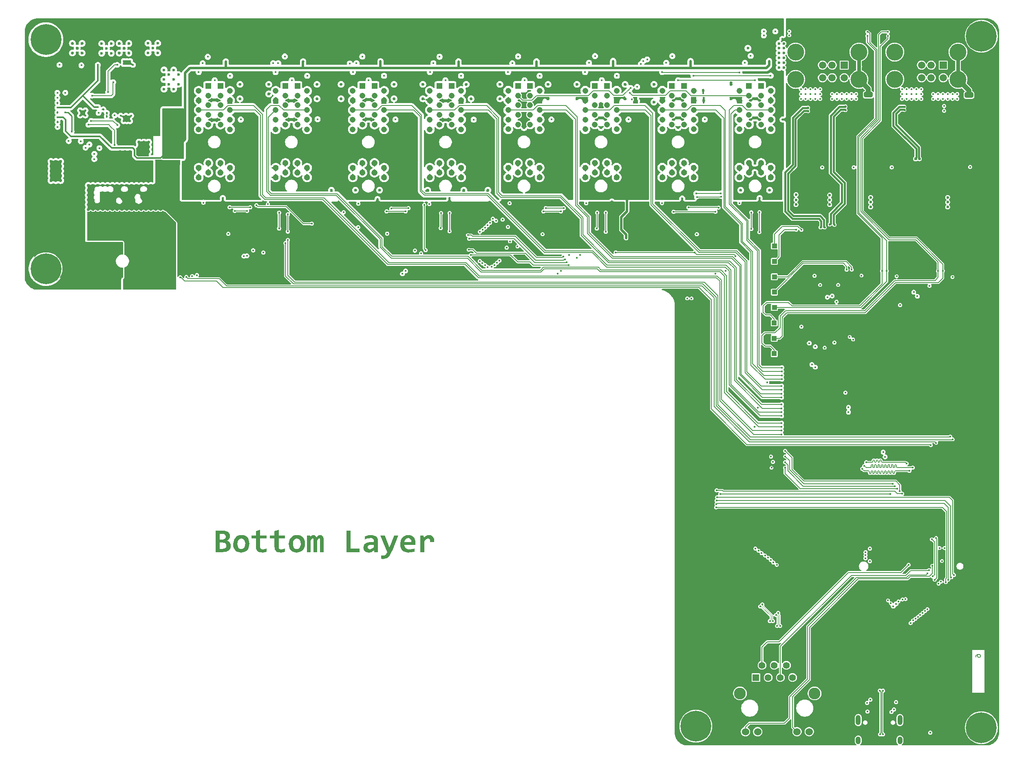
<source format=gbr>
%TF.GenerationSoftware,KiCad,Pcbnew,9.0.7*%
%TF.CreationDate,2026-03-01T13:00:01+01:00*%
%TF.ProjectId,PDNode_Baseboard,50444e6f-6465-45f4-9261-7365626f6172,rev?*%
%TF.SameCoordinates,Original*%
%TF.FileFunction,Copper,L6,Bot*%
%TF.FilePolarity,Positive*%
%FSLAX46Y46*%
G04 Gerber Fmt 4.6, Leading zero omitted, Abs format (unit mm)*
G04 Created by KiCad (PCBNEW 9.0.7) date 2026-03-01 13:00:01*
%MOMM*%
%LPD*%
G01*
G04 APERTURE LIST*
G04 Aperture macros list*
%AMRoundRect*
0 Rectangle with rounded corners*
0 $1 Rounding radius*
0 $2 $3 $4 $5 $6 $7 $8 $9 X,Y pos of 4 corners*
0 Add a 4 corners polygon primitive as box body*
4,1,4,$2,$3,$4,$5,$6,$7,$8,$9,$2,$3,0*
0 Add four circle primitives for the rounded corners*
1,1,$1+$1,$2,$3*
1,1,$1+$1,$4,$5*
1,1,$1+$1,$6,$7*
1,1,$1+$1,$8,$9*
0 Add four rect primitives between the rounded corners*
20,1,$1+$1,$2,$3,$4,$5,0*
20,1,$1+$1,$4,$5,$6,$7,0*
20,1,$1+$1,$6,$7,$8,$9,0*
20,1,$1+$1,$8,$9,$2,$3,0*%
G04 Aperture macros list end*
%ADD10C,0.300000*%
%ADD11C,0.200000*%
%TA.AperFunction,NonConductor*%
%ADD12C,0.200000*%
%TD*%
%TA.AperFunction,HeatsinkPad*%
%ADD13C,0.500000*%
%TD*%
%TA.AperFunction,HeatsinkPad*%
%ADD14R,3.350000X3.350000*%
%TD*%
%TA.AperFunction,ComponentPad*%
%ADD15R,1.208000X1.208000*%
%TD*%
%TA.AperFunction,ComponentPad*%
%ADD16C,1.208000*%
%TD*%
%TA.AperFunction,ComponentPad*%
%ADD17R,1.000000X1.000000*%
%TD*%
%TA.AperFunction,ComponentPad*%
%ADD18C,1.000000*%
%TD*%
%TA.AperFunction,ComponentPad*%
%ADD19C,0.800000*%
%TD*%
%TA.AperFunction,ComponentPad*%
%ADD20C,6.400000*%
%TD*%
%TA.AperFunction,ComponentPad*%
%ADD21C,0.600000*%
%TD*%
%TA.AperFunction,SMDPad,CuDef*%
%ADD22R,4.100000X2.100000*%
%TD*%
%TA.AperFunction,HeatsinkPad*%
%ADD23O,1.000000X2.100000*%
%TD*%
%TA.AperFunction,HeatsinkPad*%
%ADD24O,1.000000X1.600000*%
%TD*%
%TA.AperFunction,ComponentPad*%
%ADD25R,1.398000X1.398000*%
%TD*%
%TA.AperFunction,ComponentPad*%
%ADD26C,1.398000*%
%TD*%
%TA.AperFunction,ComponentPad*%
%ADD27C,1.530000*%
%TD*%
%TA.AperFunction,ComponentPad*%
%ADD28C,2.445000*%
%TD*%
%TA.AperFunction,ComponentPad*%
%ADD29R,1.500000X1.500000*%
%TD*%
%TA.AperFunction,ComponentPad*%
%ADD30C,1.500000*%
%TD*%
%TA.AperFunction,ComponentPad*%
%ADD31C,3.500000*%
%TD*%
%TA.AperFunction,ComponentPad*%
%ADD32C,2.006600*%
%TD*%
%TA.AperFunction,ComponentPad*%
%ADD33C,6.000000*%
%TD*%
%TA.AperFunction,ComponentPad*%
%ADD34R,1.900000X1.900000*%
%TD*%
%TA.AperFunction,ComponentPad*%
%ADD35C,1.900000*%
%TD*%
%TA.AperFunction,HeatsinkPad*%
%ADD36R,2.350000X1.580000*%
%TD*%
%TA.AperFunction,SMDPad,CuDef*%
%ADD37RoundRect,0.250000X-0.650000X0.325000X-0.650000X-0.325000X0.650000X-0.325000X0.650000X0.325000X0*%
%TD*%
%TA.AperFunction,ViaPad*%
%ADD38C,0.600000*%
%TD*%
%TA.AperFunction,ViaPad*%
%ADD39C,0.400000*%
%TD*%
%TA.AperFunction,ViaPad*%
%ADD40C,0.450000*%
%TD*%
%TA.AperFunction,Conductor*%
%ADD41C,0.500000*%
%TD*%
%TA.AperFunction,Conductor*%
%ADD42C,0.800000*%
%TD*%
%TA.AperFunction,Conductor*%
%ADD43C,0.300000*%
%TD*%
%TA.AperFunction,Conductor*%
%ADD44C,0.250000*%
%TD*%
%TA.AperFunction,Conductor*%
%ADD45C,0.106900*%
%TD*%
%TA.AperFunction,Conductor*%
%ADD46C,0.150000*%
%TD*%
%TA.AperFunction,Conductor*%
%ADD47C,0.148600*%
%TD*%
%TA.AperFunction,Conductor*%
%ADD48C,1.000000*%
%TD*%
%TA.AperFunction,Conductor*%
%ADD49C,0.200000*%
%TD*%
%TA.AperFunction,Conductor*%
%ADD50C,0.426000*%
%TD*%
%TA.AperFunction,Conductor*%
%ADD51C,0.139700*%
%TD*%
G04 APERTURE END LIST*
D10*
G36*
X43540966Y46984756D02*
G01*
X43853008Y46929633D01*
X44099292Y46846451D01*
X44291749Y46739681D01*
X44456413Y46592536D01*
X44573725Y46414540D01*
X44646800Y46199505D01*
X44672767Y45937649D01*
X44662872Y45772917D01*
X44633383Y45613111D01*
X44583246Y45460818D01*
X44512178Y45322462D01*
X44420371Y45197958D01*
X44307319Y45087989D01*
X44175030Y44998086D01*
X44016975Y44928315D01*
X44180196Y44887724D01*
X44336323Y44820543D01*
X44478980Y44728262D01*
X44602853Y44612021D01*
X44704436Y44474034D01*
X44783898Y44309770D01*
X44833220Y44128664D01*
X44850454Y43920203D01*
X44818968Y43585143D01*
X44730538Y43309731D01*
X44589338Y43081861D01*
X44392804Y42893467D01*
X44159178Y42752878D01*
X43869128Y42645459D01*
X43510964Y42575414D01*
X43070840Y42550000D01*
X41707965Y42550000D01*
X41707965Y43233880D01*
X42541443Y43233880D01*
X43128847Y43233880D01*
X43323143Y43247464D01*
X43482389Y43285171D01*
X43624528Y43347732D01*
X43736707Y43427138D01*
X43827058Y43526194D01*
X43892106Y43640850D01*
X43931811Y43767709D01*
X43945229Y43904327D01*
X43920150Y44087310D01*
X43848418Y44236161D01*
X43728158Y44359229D01*
X43574281Y44444227D01*
X43359270Y44501707D01*
X43064123Y44523483D01*
X42541443Y44523483D01*
X42541443Y43233880D01*
X41707965Y43233880D01*
X41707965Y45168284D01*
X42541443Y45168284D01*
X43050384Y45168284D01*
X43246506Y45181598D01*
X43396904Y45217438D01*
X43528642Y45277471D01*
X43629240Y45352992D01*
X43707464Y45446414D01*
X43758994Y45551134D01*
X43788330Y45665921D01*
X43798378Y45791714D01*
X43787804Y45913143D01*
X43757467Y46018860D01*
X43704524Y46112356D01*
X43625881Y46191661D01*
X43526266Y46252964D01*
X43393545Y46301571D01*
X43244059Y46330047D01*
X43050384Y46340649D01*
X42541443Y46340649D01*
X42541443Y45168284D01*
X41707965Y45168284D01*
X41707965Y47004990D01*
X43149303Y47004990D01*
X43540966Y46984756D01*
G37*
G36*
X47444948Y46056776D02*
G01*
X47762439Y45972453D01*
X48044983Y45829518D01*
X48278097Y45633261D01*
X48462202Y45386008D01*
X48600803Y45076387D01*
X48682571Y44729016D01*
X48711933Y44308244D01*
X48681901Y43910777D01*
X48595613Y43560250D01*
X48452029Y43242229D01*
X48261000Y42979257D01*
X48019403Y42765969D01*
X47724582Y42604650D01*
X47392358Y42506437D01*
X47000707Y42471843D01*
X46627715Y42501174D01*
X46310721Y42584194D01*
X46028273Y42725477D01*
X45795063Y42919723D01*
X45610812Y43166148D01*
X45470526Y43478429D01*
X45387733Y43830288D01*
X45357869Y44260616D01*
X45359430Y44281072D01*
X46225236Y44281072D01*
X46253610Y43926729D01*
X46329493Y43662643D01*
X46443833Y43468048D01*
X46606230Y43317035D01*
X46801957Y43226497D01*
X47041618Y43194802D01*
X47240164Y43216490D01*
X47403402Y43277844D01*
X47542634Y43377162D01*
X47652835Y43508654D01*
X47735239Y43666164D01*
X47796328Y43856700D01*
X47831935Y44061554D01*
X47844261Y44287788D01*
X47817635Y44640928D01*
X47746771Y44902585D01*
X47640929Y45093790D01*
X47487694Y45241295D01*
X47292407Y45331454D01*
X47041618Y45363678D01*
X46834064Y45341270D01*
X46669147Y45278804D01*
X46529387Y45178410D01*
X46416356Y45046162D01*
X46331813Y44889104D01*
X46271337Y44701780D01*
X46237052Y44500775D01*
X46225236Y44281072D01*
X45359430Y44281072D01*
X45388392Y44660681D01*
X45475716Y45009831D01*
X45621134Y45325863D01*
X45813687Y45585634D01*
X46056568Y45796186D01*
X46351632Y45955356D01*
X46683208Y46052578D01*
X47069095Y46086637D01*
X47444948Y46056776D01*
G37*
G36*
X52293144Y42589079D02*
G01*
X51838853Y42503900D01*
X51405016Y42471843D01*
X51076043Y42491211D01*
X50815780Y42543894D01*
X50585345Y42637021D01*
X50405758Y42763408D01*
X50266325Y42928845D01*
X50166705Y43138931D01*
X50110605Y43379281D01*
X50090074Y43682371D01*
X50090074Y45383218D01*
X49157677Y45383218D01*
X49157677Y46028019D01*
X50090074Y46028019D01*
X50090074Y46918894D01*
X50944008Y47141766D01*
X50944008Y46028019D01*
X52293144Y46028019D01*
X52293144Y45383218D01*
X50944008Y45383218D01*
X50944008Y43740990D01*
X50961414Y43546116D01*
X51008419Y43399186D01*
X51080478Y43289140D01*
X51182576Y43209238D01*
X51329863Y43156272D01*
X51538434Y43136183D01*
X51937771Y43171599D01*
X52293144Y43253420D01*
X52293144Y42589079D01*
G37*
G36*
X56137527Y42589079D02*
G01*
X55683235Y42503900D01*
X55249399Y42471843D01*
X54920425Y42491211D01*
X54660163Y42543894D01*
X54429728Y42637021D01*
X54250140Y42763408D01*
X54110707Y42928845D01*
X54011087Y43138931D01*
X53954987Y43379281D01*
X53934456Y43682371D01*
X53934456Y45383218D01*
X53002059Y45383218D01*
X53002059Y46028019D01*
X53934456Y46028019D01*
X53934456Y46918894D01*
X54788390Y47141766D01*
X54788390Y46028019D01*
X56137527Y46028019D01*
X56137527Y45383218D01*
X54788390Y45383218D01*
X54788390Y43740990D01*
X54805796Y43546116D01*
X54852801Y43399186D01*
X54924861Y43289140D01*
X55026959Y43209238D01*
X55174245Y43156272D01*
X55382816Y43136183D01*
X55782153Y43171599D01*
X56137527Y43253420D01*
X56137527Y42589079D01*
G37*
G36*
X58978095Y46056776D02*
G01*
X59295587Y45972453D01*
X59578130Y45829518D01*
X59811244Y45633261D01*
X59995350Y45386008D01*
X60133950Y45076387D01*
X60215718Y44729016D01*
X60245081Y44308244D01*
X60215049Y43910777D01*
X60128760Y43560250D01*
X59985176Y43242229D01*
X59794147Y42979257D01*
X59552550Y42765969D01*
X59257729Y42604650D01*
X58925505Y42506437D01*
X58533854Y42471843D01*
X58160862Y42501174D01*
X57843868Y42584194D01*
X57561420Y42725477D01*
X57328211Y42919723D01*
X57143960Y43166148D01*
X57003673Y43478429D01*
X56920880Y43830288D01*
X56891016Y44260616D01*
X56892577Y44281072D01*
X57758383Y44281072D01*
X57786757Y43926729D01*
X57862641Y43662643D01*
X57976981Y43468048D01*
X58139377Y43317035D01*
X58335104Y43226497D01*
X58574765Y43194802D01*
X58773311Y43216490D01*
X58936550Y43277844D01*
X59075782Y43377162D01*
X59185983Y43508654D01*
X59268386Y43666164D01*
X59329475Y43856700D01*
X59365082Y44061554D01*
X59377408Y44287788D01*
X59350783Y44640928D01*
X59279919Y44902585D01*
X59174076Y45093790D01*
X59020841Y45241295D01*
X58825555Y45331454D01*
X58574765Y45363678D01*
X58367211Y45341270D01*
X58202295Y45278804D01*
X58062534Y45178410D01*
X57949503Y45046162D01*
X57864960Y44889104D01*
X57804484Y44701780D01*
X57770199Y44500775D01*
X57758383Y44281072D01*
X56892577Y44281072D01*
X56921539Y44660681D01*
X57008863Y45009831D01*
X57154281Y45325863D01*
X57346834Y45585634D01*
X57589716Y45796186D01*
X57884779Y45955356D01*
X58216355Y46052578D01*
X58602242Y46086637D01*
X58978095Y46056776D01*
G37*
G36*
X63413216Y42550000D02*
G01*
X63413216Y44905112D01*
X63406194Y45131342D01*
X63379022Y45292848D01*
X63319182Y45389934D01*
X63274853Y45413565D01*
X63211715Y45422296D01*
X63113896Y45391388D01*
X63003193Y45279414D01*
X62904635Y45108651D01*
X62770857Y44792760D01*
X62770857Y42550000D01*
X62057057Y42550000D01*
X62057057Y44905112D01*
X62050035Y45131342D01*
X62022863Y45292848D01*
X61961497Y45389934D01*
X61915623Y45413629D01*
X61852199Y45422296D01*
X61767848Y45393199D01*
X61654057Y45279414D01*
X61549904Y45108268D01*
X61411646Y44792760D01*
X61411646Y42550000D01*
X60690824Y42550000D01*
X60690824Y46028019D01*
X61309064Y46028019D01*
X61322802Y45521520D01*
X61473012Y45780417D01*
X61633601Y45957188D01*
X61722848Y46016960D01*
X61816173Y46056412D01*
X62036602Y46086637D01*
X62224456Y46067935D01*
X62368560Y46016779D01*
X62478987Y45936733D01*
X62563307Y45828279D01*
X62621352Y45692197D01*
X62651483Y45521520D01*
X62813600Y45780417D01*
X62980906Y45957188D01*
X63072225Y46016833D01*
X63168973Y46056412D01*
X63392455Y46086637D01*
X63631378Y46054876D01*
X63813420Y45966513D01*
X63952687Y45821939D01*
X64046571Y45636189D01*
X64109885Y45381726D01*
X64133732Y45038530D01*
X64133732Y42550000D01*
X63413216Y42550000D01*
G37*
G36*
X68850977Y42550000D02*
G01*
X68850977Y47004990D01*
X69704912Y47004990D01*
X69704912Y43272959D01*
X71590161Y43272959D01*
X71590161Y42550000D01*
X68850977Y42550000D01*
G37*
G36*
X74289723Y46066843D02*
G01*
X74580609Y46013364D01*
X74839224Y45918798D01*
X75036733Y45793546D01*
X75192387Y45629068D01*
X75301431Y45427181D01*
X75364340Y45196386D01*
X75386916Y44914577D01*
X75386916Y42550000D01*
X74672811Y42550000D01*
X74652356Y43001544D01*
X74423378Y42789358D01*
X74160512Y42621136D01*
X74012147Y42558558D01*
X73847881Y42510922D01*
X73674394Y42481995D01*
X73477242Y42471843D01*
X73221007Y42492352D01*
X73009517Y42549695D01*
X72822066Y42644183D01*
X72671241Y42766461D01*
X72552197Y42918325D01*
X72464550Y43101684D01*
X72412673Y43305014D01*
X72394636Y43535520D01*
X72397705Y43562998D01*
X73269025Y43562998D01*
X73285379Y43430694D01*
X73331093Y43327146D01*
X73405496Y43245482D01*
X73559846Y43165659D01*
X73777966Y43136183D01*
X73949723Y43165245D01*
X74140056Y43260442D01*
X74327622Y43403450D01*
X74553437Y43617036D01*
X74553437Y44074076D01*
X74044496Y44074076D01*
X73841062Y44063101D01*
X73685765Y44033776D01*
X73548433Y43983900D01*
X73446712Y43922645D01*
X73365787Y43845305D01*
X73311768Y43759613D01*
X73279781Y43664682D01*
X73269025Y43562998D01*
X72397705Y43562998D01*
X72421000Y43771598D01*
X72498744Y43986148D01*
X72627872Y44175821D01*
X72816260Y44341827D01*
X73048280Y44471135D01*
X73349320Y44575384D01*
X73683460Y44637540D01*
X74099146Y44660259D01*
X74553437Y44660259D01*
X74553437Y44871834D01*
X74543676Y45002999D01*
X74515885Y45116382D01*
X74466642Y45217614D01*
X74394679Y45301701D01*
X74301460Y45367754D01*
X74177609Y45419549D01*
X74036269Y45449977D01*
X73849713Y45461375D01*
X73544411Y45443363D01*
X73243380Y45389324D01*
X72949353Y45303122D01*
X72664524Y45187823D01*
X72664524Y45852164D01*
X72925092Y45942471D01*
X73240021Y46020081D01*
X73570494Y46069778D01*
X73918101Y46086637D01*
X74289723Y46066843D01*
G37*
G36*
X78428655Y42938652D02*
G01*
X78238415Y42504580D01*
X78050995Y42147916D01*
X77839824Y41829173D01*
X77618990Y41580051D01*
X77368330Y41379743D01*
X77094479Y41238111D01*
X76794261Y41153276D01*
X76447541Y41123622D01*
X76261305Y41132171D01*
X76054615Y41157816D01*
X76054615Y41866121D01*
X76148343Y41851466D01*
X76259474Y41838338D01*
X76377321Y41830400D01*
X76488451Y41827042D01*
X76627868Y41840701D01*
X76754676Y41880775D01*
X76872257Y41944565D01*
X76981822Y42030374D01*
X77080172Y42133963D01*
X77171415Y42259046D01*
X77321930Y42550000D01*
X75945316Y46028019D01*
X76874355Y46028019D01*
X77595177Y44046599D01*
X77810416Y43419505D01*
X78021991Y44028891D01*
X78749529Y46028019D01*
X79644374Y46028019D01*
X78428655Y42938652D01*
G37*
G36*
X82047528Y46056797D02*
G01*
X82344479Y45972759D01*
X82607581Y45834618D01*
X82819226Y45654938D01*
X82986327Y45433381D01*
X83109570Y45168589D01*
X83183261Y44877392D01*
X83208793Y44550044D01*
X83203603Y44329004D01*
X83188338Y44074076D01*
X80906804Y44074076D01*
X80925168Y43853414D01*
X80976719Y43670159D01*
X81062310Y43508252D01*
X81174861Y43377373D01*
X81314245Y43274501D01*
X81482302Y43197855D01*
X81667833Y43152153D01*
X81880112Y43136183D01*
X82136800Y43146107D01*
X82421415Y43177399D01*
X82711658Y43230755D01*
X83021032Y43312038D01*
X83021032Y42647698D01*
X82730688Y42577173D01*
X82409508Y42521302D01*
X82078254Y42484360D01*
X81753716Y42471843D01*
X81370295Y42501158D01*
X81043275Y42584194D01*
X80750579Y42725083D01*
X80510520Y42916365D01*
X80319634Y43158669D01*
X80175602Y43459805D01*
X80090197Y43798781D01*
X80059587Y44209325D01*
X80089669Y44619695D01*
X80104105Y44679798D01*
X80920238Y44679798D01*
X82361881Y44679798D01*
X82349946Y44871751D01*
X82310590Y45027234D01*
X82244624Y45164815D01*
X82161907Y45271782D01*
X82060265Y45355824D01*
X81943310Y45414664D01*
X81815249Y45449481D01*
X81675253Y45461375D01*
X81474196Y45437658D01*
X81304620Y45369573D01*
X81159290Y45256822D01*
X81047242Y45108928D01*
X80966609Y44919962D01*
X80920238Y44679798D01*
X80104105Y44679798D01*
X80175602Y44977469D01*
X80318068Y45302850D01*
X80503498Y45570369D01*
X80737450Y45788884D01*
X81017630Y45951998D01*
X81332512Y46051987D01*
X81692350Y46086637D01*
X82047528Y46056797D01*
G37*
G36*
X86264271Y44679798D02*
G01*
X86262457Y44861200D01*
X86245342Y45000062D01*
X86210781Y45124442D01*
X86163521Y45218048D01*
X86099602Y45293239D01*
X86024913Y45343528D01*
X85938884Y45372922D01*
X85837457Y45383218D01*
X85657034Y45348446D01*
X85456438Y45233008D01*
X85265177Y45051131D01*
X85024433Y44738416D01*
X85024433Y42550000D01*
X84170499Y42550000D01*
X84170499Y46028019D01*
X84925210Y46028019D01*
X84956045Y45500454D01*
X85148997Y45741644D01*
X85388050Y45926353D01*
X85525426Y45994222D01*
X85680226Y46045116D01*
X85845316Y46075883D01*
X86031935Y46086637D01*
X86285043Y46063308D01*
X86498134Y45997183D01*
X86685082Y45886303D01*
X86839768Y45732179D01*
X86957511Y45540094D01*
X87044627Y45291932D01*
X87091117Y45016164D01*
X87101108Y44679798D01*
X86264271Y44679798D01*
G37*
D11*
D12*
X199577219Y20784524D02*
X199577219Y20975000D01*
X199577219Y20975000D02*
X199624838Y21070238D01*
X199624838Y21070238D02*
X199672457Y21117857D01*
X199672457Y21117857D02*
X199815314Y21213095D01*
X199815314Y21213095D02*
X200005790Y21260714D01*
X200005790Y21260714D02*
X200386742Y21260714D01*
X200386742Y21260714D02*
X200481980Y21213095D01*
X200481980Y21213095D02*
X200529600Y21165476D01*
X200529600Y21165476D02*
X200577219Y21070238D01*
X200577219Y21070238D02*
X200577219Y20879762D01*
X200577219Y20879762D02*
X200529600Y20784524D01*
X200529600Y20784524D02*
X200481980Y20736905D01*
X200481980Y20736905D02*
X200386742Y20689286D01*
X200386742Y20689286D02*
X200148647Y20689286D01*
X200148647Y20689286D02*
X200053409Y20736905D01*
X200053409Y20736905D02*
X200005790Y20784524D01*
X200005790Y20784524D02*
X199958171Y20879762D01*
X199958171Y20879762D02*
X199958171Y21070238D01*
X199958171Y21070238D02*
X200005790Y21165476D01*
X200005790Y21165476D02*
X200053409Y21213095D01*
X200053409Y21213095D02*
X200148647Y21260714D01*
D13*
%TO.P,IC27,29,EP*%
%TO.N,GND*%
X166112500Y90400000D03*
X166112500Y89450000D03*
X166112500Y88500000D03*
X166112500Y87550000D03*
X167062500Y90400000D03*
X167062500Y89450000D03*
X167062500Y88500000D03*
X167062500Y87550000D03*
D14*
X167537500Y88975000D03*
D13*
X168012500Y90400000D03*
X168012500Y89450000D03*
X168012500Y88500000D03*
X168012500Y87550000D03*
X168962500Y90400000D03*
X168962500Y89450000D03*
X168962500Y88500000D03*
X168962500Y87550000D03*
%TD*%
D15*
%TO.P,J6,A1,A1*%
%TO.N,Net-(JP3-C)*%
X122987322Y139460219D03*
D16*
%TO.P,J6,A2,A2*%
%TO.N,/Project Architecture/PDCard Connectors 1-4/SPI_MOSI*%
X124987322Y138460219D03*
%TO.P,J6,A3,A3*%
%TO.N,/Project Architecture/PDCard Connectors 1-4/SPI_CLK*%
X122987322Y137460219D03*
%TO.P,J6,A4,A4*%
%TO.N,GND*%
X124987322Y136460219D03*
%TO.P,J6,A5,A5*%
%TO.N,PD_IRQ_PORT2*%
X122987322Y135460219D03*
%TO.P,J6,A6,A6*%
%TO.N,/Project Architecture/PDCard Connectors 1-4/I2C_SCL_PORT2*%
X124987322Y134460219D03*
%TO.P,J6,A7,A7*%
%TO.N,PMIC_EN_PORT2*%
X122987322Y133460219D03*
%TO.P,J6,A8,A8*%
%TO.N,PD_ENABLE_PORT2*%
X124987322Y132460219D03*
%TO.P,J6,A9,A9*%
%TO.N,PDC_DET_PORT2*%
X122987322Y131460219D03*
%TO.P,J6,A10,A10*%
%TO.N,PD_ATTACH_PORT2*%
X124987322Y130460219D03*
%TO.P,J6,A11,A11*%
%TO.N,+24V*%
X122987322Y129460219D03*
%TO.P,J6,A12,A12*%
X124987322Y126460219D03*
%TO.P,J6,A13,A13*%
X122987322Y125460219D03*
%TO.P,J6,A14,A14*%
X124987322Y124460219D03*
%TO.P,J6,A15,A15*%
%TO.N,GND*%
X122987322Y123460219D03*
%TO.P,J6,A16,A16*%
X124987322Y122460219D03*
%TO.P,J6,A17,A17*%
X122987322Y121460219D03*
%TO.P,J6,A18,A18*%
X124987322Y120460219D03*
D15*
%TO.P,J6,B1,B1*%
%TO.N,+5V*%
X120487322Y139460219D03*
D16*
%TO.P,J6,B2,B2*%
%TO.N,/Project Architecture/PDCard Connectors 1-4/SPI_MISO*%
X118487322Y138460219D03*
%TO.P,J6,B3,B3*%
%TO.N,/Project Architecture/PDCard Connectors 1-4/SPI_CS_PORT2*%
X120487322Y137460219D03*
%TO.P,J6,B4,B4*%
%TO.N,GND*%
X118487322Y136460219D03*
%TO.P,J6,B5,B5*%
%TO.N,PD_RESET_PORT2*%
X120487322Y135460219D03*
%TO.P,J6,B6,B6*%
%TO.N,/Project Architecture/PDCard Connectors 1-4/I2C_SDA_PORT2*%
X118487322Y134460219D03*
%TO.P,J6,B7,B7*%
%TO.N,PGOOD_COMBINED_PORT2*%
X120487322Y133460219D03*
%TO.P,J6,B8,B8*%
%TO.N,PORT_EN_PORT2*%
X118487322Y132460219D03*
%TO.P,J6,B9,B9*%
%TO.N,PMIC_VMON_PORT2*%
X120487322Y131460219D03*
%TO.P,J6,B10,B10*%
%TO.N,VBUS_VMON_PORT2*%
X118487322Y130460219D03*
%TO.P,J6,B11,B11*%
%TO.N,+24V*%
X120487322Y129460219D03*
%TO.P,J6,B12,B12*%
X118487322Y126460219D03*
%TO.P,J6,B13,B13*%
X120487322Y125460219D03*
%TO.P,J6,B14,B13*%
X118487322Y124460219D03*
%TO.P,J6,B15,B15*%
%TO.N,GND*%
X120487322Y123460219D03*
%TO.P,J6,B16,B16*%
X118487322Y122460219D03*
%TO.P,J6,B17,B17*%
X120487322Y121460219D03*
%TO.P,J6,B18,B18*%
X118487322Y120460219D03*
%TD*%
D17*
%TO.P,J14,1,Pin_1*%
%TO.N,Net-(D6-A2)*%
X157720000Y83800000D03*
D18*
%TO.P,J14,2,Pin_2*%
%TO.N,GND*%
X156450000Y83800000D03*
%TD*%
D17*
%TO.P,J17,1,Pin_1*%
%TO.N,Net-(D7-A1)*%
X157750000Y93400000D03*
D18*
%TO.P,J17,2,Pin_2*%
%TO.N,GND*%
X156480000Y93400000D03*
%TD*%
D15*
%TO.P,J5,A1,A1*%
%TO.N,Net-(JP2-C)*%
X138987322Y139460219D03*
D16*
%TO.P,J5,A2,A2*%
%TO.N,/Project Architecture/PDCard Connectors 1-4/SPI_MOSI*%
X140987322Y138460219D03*
%TO.P,J5,A3,A3*%
%TO.N,/Project Architecture/PDCard Connectors 1-4/SPI_CLK*%
X138987322Y137460219D03*
%TO.P,J5,A4,A4*%
%TO.N,GND*%
X140987322Y136460219D03*
%TO.P,J5,A5,A5*%
%TO.N,PD_IRQ_PORT1*%
X138987322Y135460219D03*
%TO.P,J5,A6,A6*%
%TO.N,/Project Architecture/PDCard Connectors 1-4/I2C_SCL_PORT1*%
X140987322Y134460219D03*
%TO.P,J5,A7,A7*%
%TO.N,PMIC_EN_PORT1*%
X138987322Y133460219D03*
%TO.P,J5,A8,A8*%
%TO.N,PD_ENABLE_PORT1*%
X140987322Y132460219D03*
%TO.P,J5,A9,A9*%
%TO.N,PDC_DET_PORT1*%
X138987322Y131460219D03*
%TO.P,J5,A10,A10*%
%TO.N,PD_ATTACH_PORT1*%
X140987322Y130460219D03*
%TO.P,J5,A11,A11*%
%TO.N,+24V*%
X138987322Y129460219D03*
%TO.P,J5,A12,A12*%
X140987322Y126460219D03*
%TO.P,J5,A13,A13*%
X138987322Y125460219D03*
%TO.P,J5,A14,A14*%
X140987322Y124460219D03*
%TO.P,J5,A15,A15*%
%TO.N,GND*%
X138987322Y123460219D03*
%TO.P,J5,A16,A16*%
X140987322Y122460219D03*
%TO.P,J5,A17,A17*%
X138987322Y121460219D03*
%TO.P,J5,A18,A18*%
X140987322Y120460219D03*
D15*
%TO.P,J5,B1,B1*%
%TO.N,+5V*%
X136487322Y139460219D03*
D16*
%TO.P,J5,B2,B2*%
%TO.N,/Project Architecture/PDCard Connectors 1-4/SPI_MISO*%
X134487322Y138460219D03*
%TO.P,J5,B3,B3*%
%TO.N,/Project Architecture/PDCard Connectors 1-4/SPI_CS_PORT1*%
X136487322Y137460219D03*
%TO.P,J5,B4,B4*%
%TO.N,GND*%
X134487322Y136460219D03*
%TO.P,J5,B5,B5*%
%TO.N,PD_RESET_PORT1*%
X136487322Y135460219D03*
%TO.P,J5,B6,B6*%
%TO.N,/Project Architecture/PDCard Connectors 1-4/I2C_SDA_PORT1*%
X134487322Y134460219D03*
%TO.P,J5,B7,B7*%
%TO.N,PGOOD_COMBINED_PORT1*%
X136487322Y133460219D03*
%TO.P,J5,B8,B8*%
%TO.N,PORT_EN_PORT1*%
X134487322Y132460219D03*
%TO.P,J5,B9,B9*%
%TO.N,PMIC_VMON_PORT1*%
X136487322Y131460219D03*
%TO.P,J5,B10,B10*%
%TO.N,VBUS_VMON_PORT1*%
X134487322Y130460219D03*
%TO.P,J5,B11,B11*%
%TO.N,+24V*%
X136487322Y129460219D03*
%TO.P,J5,B12,B12*%
X134487322Y126460219D03*
%TO.P,J5,B13,B13*%
X136487322Y125460219D03*
%TO.P,J5,B14,B13*%
X134487322Y124460219D03*
%TO.P,J5,B15,B15*%
%TO.N,GND*%
X136487322Y123460219D03*
%TO.P,J5,B16,B16*%
X134487322Y122460219D03*
%TO.P,J5,B17,B17*%
X136487322Y121460219D03*
%TO.P,J5,B18,B18*%
X134487322Y120460219D03*
%TD*%
D17*
%TO.P,J16,1,Pin_1*%
%TO.N,Net-(D7-A2)*%
X157720000Y90200000D03*
D18*
%TO.P,J16,2,Pin_2*%
%TO.N,GND*%
X156450000Y90200000D03*
%TD*%
D15*
%TO.P,J10,A1,A1*%
%TO.N,Net-(JP7-C)*%
X58684650Y139449309D03*
D16*
%TO.P,J10,A2,A2*%
%TO.N,/Project Architecture/PDCard Connectors 1-4/SPI_MOSI*%
X60684650Y138449309D03*
%TO.P,J10,A3,A3*%
%TO.N,/Project Architecture/PDCard Connectors 1-4/SPI_CLK*%
X58684650Y137449309D03*
%TO.P,J10,A4,A4*%
%TO.N,GND*%
X60684650Y136449309D03*
%TO.P,J10,A5,A5*%
%TO.N,PD_IRQ_PORT6*%
X58684650Y135449309D03*
%TO.P,J10,A6,A6*%
%TO.N,/Project Architecture/PDCard Connectors 5-8/I2C_SCL_PORT6*%
X60684650Y134449309D03*
%TO.P,J10,A7,A7*%
%TO.N,PMIC_EN_PORT6*%
X58684650Y133449309D03*
%TO.P,J10,A8,A8*%
%TO.N,PD_ENABLE_PORT6*%
X60684650Y132449309D03*
%TO.P,J10,A9,A9*%
%TO.N,PDC_DET_PORT6*%
X58684650Y131449309D03*
%TO.P,J10,A10,A10*%
%TO.N,PD_ATTACH_PORT6*%
X60684650Y130449309D03*
%TO.P,J10,A11,A11*%
%TO.N,+24V*%
X58684650Y129449309D03*
%TO.P,J10,A12,A12*%
X60684650Y126449309D03*
%TO.P,J10,A13,A13*%
X58684650Y125449309D03*
%TO.P,J10,A14,A14*%
X60684650Y124449309D03*
%TO.P,J10,A15,A15*%
%TO.N,GND*%
X58684650Y123449309D03*
%TO.P,J10,A16,A16*%
X60684650Y122449309D03*
%TO.P,J10,A17,A17*%
X58684650Y121449309D03*
%TO.P,J10,A18,A18*%
X60684650Y120449309D03*
D15*
%TO.P,J10,B1,B1*%
%TO.N,+5V*%
X56184650Y139449309D03*
D16*
%TO.P,J10,B2,B2*%
%TO.N,/Project Architecture/PDCard Connectors 1-4/SPI_MISO*%
X54184650Y138449309D03*
%TO.P,J10,B3,B3*%
%TO.N,/Project Architecture/PDCard Connectors 5-8/SPI_CS_PORT6*%
X56184650Y137449309D03*
%TO.P,J10,B4,B4*%
%TO.N,GND*%
X54184650Y136449309D03*
%TO.P,J10,B5,B5*%
%TO.N,PD_RESET_PORT6*%
X56184650Y135449309D03*
%TO.P,J10,B6,B6*%
%TO.N,/Project Architecture/PDCard Connectors 5-8/I2C_SDA_PORT6*%
X54184650Y134449309D03*
%TO.P,J10,B7,B7*%
%TO.N,PGOOD_COMBINED_PORT6*%
X56184650Y133449309D03*
%TO.P,J10,B8,B8*%
%TO.N,PORT_EN_PORT6*%
X54184650Y132449309D03*
%TO.P,J10,B9,B9*%
%TO.N,PMIC_VMON_PORT6*%
X56184650Y131449309D03*
%TO.P,J10,B10,B10*%
%TO.N,VBUS_VMON_PORT6*%
X54184650Y130449309D03*
%TO.P,J10,B11,B11*%
%TO.N,+24V*%
X56184650Y129449309D03*
%TO.P,J10,B12,B12*%
X54184650Y126449309D03*
%TO.P,J10,B13,B13*%
X56184650Y125449309D03*
%TO.P,J10,B14,B13*%
X54184650Y124449309D03*
%TO.P,J10,B15,B15*%
%TO.N,GND*%
X56184650Y123449309D03*
%TO.P,J10,B16,B16*%
X54184650Y122449309D03*
%TO.P,J10,B17,B17*%
X56184650Y121449309D03*
%TO.P,J10,B18,B18*%
X54184650Y120449309D03*
%TD*%
D19*
%TO.P,H3,1,1*%
%TO.N,SHIELD*%
X139047056Y6352944D03*
X139750000Y8050000D03*
X139750000Y4655888D03*
X141447056Y8752944D03*
D20*
X141447056Y6352944D03*
D19*
X141447056Y3952944D03*
X143144112Y8050000D03*
X143144112Y4655888D03*
X143847056Y6352944D03*
%TD*%
D13*
%TO.P,IC15,29,EP*%
%TO.N,GND*%
X113262500Y110580000D03*
X113262500Y109630000D03*
X113262500Y108680000D03*
X113262500Y107730000D03*
X114212500Y110580000D03*
X114212500Y109630000D03*
X114212500Y108680000D03*
X114212500Y107730000D03*
D14*
X114687500Y109155000D03*
D13*
X115162500Y110580000D03*
X115162500Y109630000D03*
X115162500Y108680000D03*
X115162500Y107730000D03*
X116112500Y110580000D03*
X116112500Y109630000D03*
X116112500Y108680000D03*
X116112500Y107730000D03*
%TD*%
D19*
%TO.P,H5,1,1*%
%TO.N,SHIELD*%
X4075000Y101475000D03*
X4777944Y103172056D03*
X4777944Y99777944D03*
X6475000Y103875000D03*
D20*
X6475000Y101475000D03*
D19*
X6475000Y99075000D03*
X8172056Y103172056D03*
X8172056Y99777944D03*
X8875000Y101475000D03*
%TD*%
D21*
%TO.P,IC2,25,EP*%
%TO.N,GND*%
X99125000Y106655000D03*
X98125000Y106655000D03*
X97125000Y106655000D03*
D22*
X98125000Y106155000D03*
D21*
X99125000Y105655000D03*
X98125000Y105655000D03*
X97125000Y105655000D03*
%TD*%
D13*
%TO.P,IC9,29,EP*%
%TO.N,GND*%
X81002500Y110700000D03*
X81002500Y109750000D03*
X81002500Y108800000D03*
X81002500Y107850000D03*
X81952500Y110700000D03*
X81952500Y109750000D03*
X81952500Y108800000D03*
X81952500Y107850000D03*
D14*
X82427500Y109275000D03*
D13*
X82902500Y110700000D03*
X82902500Y109750000D03*
X82902500Y108800000D03*
X82902500Y107850000D03*
X83852500Y110700000D03*
X83852500Y109750000D03*
X83852500Y108800000D03*
X83852500Y107850000D03*
%TD*%
D17*
%TO.P,J21,1,Pin_1*%
%TO.N,Net-(D9-A1)*%
X157750000Y106200000D03*
D18*
%TO.P,J21,2,Pin_2*%
%TO.N,GND*%
X156480000Y106200000D03*
%TD*%
D19*
%TO.P,H2,1,1*%
%TO.N,SHIELD*%
X4047056Y149102944D03*
X4750000Y150800000D03*
X4750000Y147405888D03*
X6447056Y151502944D03*
D20*
X6447056Y149102944D03*
D19*
X6447056Y146702944D03*
X8144112Y150800000D03*
X8144112Y147405888D03*
X8847056Y149102944D03*
%TD*%
D17*
%TO.P,J19,1,Pin_1*%
%TO.N,Net-(D8-A1)*%
X157750000Y99800000D03*
D18*
%TO.P,J19,2,Pin_2*%
%TO.N,GND*%
X156480000Y99800000D03*
%TD*%
D15*
%TO.P,J4,A1,A1*%
%TO.N,Net-(JP1-C)*%
X154987322Y139460219D03*
D16*
%TO.P,J4,A2,A2*%
%TO.N,/Project Architecture/PDCard Connectors 1-4/SPI_MOSI*%
X156987322Y138460219D03*
%TO.P,J4,A3,A3*%
%TO.N,/Project Architecture/PDCard Connectors 1-4/SPI_CLK*%
X154987322Y137460219D03*
%TO.P,J4,A4,A4*%
%TO.N,GND*%
X156987322Y136460219D03*
%TO.P,J4,A5,A5*%
%TO.N,PD_IRQ_PORT0*%
X154987322Y135460219D03*
%TO.P,J4,A6,A6*%
%TO.N,/Project Architecture/PDCard Connectors 1-4/I2C_SCL_PORT0*%
X156987322Y134460219D03*
%TO.P,J4,A7,A7*%
%TO.N,PMIC_EN_PORT0*%
X154987322Y133460219D03*
%TO.P,J4,A8,A8*%
%TO.N,PD_ENABLE_PORT0*%
X156987322Y132460219D03*
%TO.P,J4,A9,A9*%
%TO.N,PDC_DET_PORT0*%
X154987322Y131460219D03*
%TO.P,J4,A10,A10*%
%TO.N,PD_ATTACH_PORT0*%
X156987322Y130460219D03*
%TO.P,J4,A11,A11*%
%TO.N,+24V*%
X154987322Y129460219D03*
%TO.P,J4,A12,A12*%
X156987322Y126460219D03*
%TO.P,J4,A13,A13*%
X154987322Y125460219D03*
%TO.P,J4,A14,A14*%
X156987322Y124460219D03*
%TO.P,J4,A15,A15*%
%TO.N,GND*%
X154987322Y123460219D03*
%TO.P,J4,A16,A16*%
X156987322Y122460219D03*
%TO.P,J4,A17,A17*%
X154987322Y121460219D03*
%TO.P,J4,A18,A18*%
X156987322Y120460219D03*
D15*
%TO.P,J4,B1,B1*%
%TO.N,+5V*%
X152487322Y139460219D03*
D16*
%TO.P,J4,B2,B2*%
%TO.N,/Project Architecture/PDCard Connectors 1-4/SPI_MISO*%
X150487322Y138460219D03*
%TO.P,J4,B3,B3*%
%TO.N,/Project Architecture/PDCard Connectors 1-4/SPI_CS_PORT0*%
X152487322Y137460219D03*
%TO.P,J4,B4,B4*%
%TO.N,GND*%
X150487322Y136460219D03*
%TO.P,J4,B5,B5*%
%TO.N,PD_RESET_PORT0*%
X152487322Y135460219D03*
%TO.P,J4,B6,B6*%
%TO.N,/Project Architecture/PDCard Connectors 1-4/I2C_SDA_PORT0*%
X150487322Y134460219D03*
%TO.P,J4,B7,B7*%
%TO.N,PGOOD_COMBINED_PORT0*%
X152487322Y133460219D03*
%TO.P,J4,B8,B8*%
%TO.N,PORT_EN_PORT0*%
X150487322Y132460219D03*
%TO.P,J4,B9,B9*%
%TO.N,PMIC_VMON_PORT0*%
X152487322Y131460219D03*
%TO.P,J4,B10,B10*%
%TO.N,VBUS_VMON_PORT0*%
X150487322Y130460219D03*
%TO.P,J4,B11,B11*%
%TO.N,+24V*%
X152487322Y129460219D03*
%TO.P,J4,B12,B12*%
X150487322Y126460219D03*
%TO.P,J4,B13,B13*%
X152487322Y125460219D03*
%TO.P,J4,B14,B13*%
X150487322Y124460219D03*
%TO.P,J4,B15,B15*%
%TO.N,GND*%
X152487322Y123460219D03*
%TO.P,J4,B16,B16*%
X150487322Y122460219D03*
%TO.P,J4,B17,B17*%
X152487322Y121460219D03*
%TO.P,J4,B18,B18*%
X150487322Y120460219D03*
%TD*%
D23*
%TO.P,J3,S1,SHIELD*%
%TO.N,SHIELD*%
X175180000Y7630000D03*
D24*
X175180000Y3450000D03*
D23*
X183820000Y7630000D03*
D24*
X183820000Y3450000D03*
%TD*%
D25*
%TO.P,J1,1,TD+*%
%TO.N,/Project Architecture/BladeCore-M54/TD+*%
X153910000Y16475000D03*
D26*
%TO.P,J1,2,P4/TCT*%
%TO.N,/Project Architecture/BladeCore-M54/TCT*%
X155180000Y19015000D03*
%TO.P,J1,3,TD-*%
%TO.N,/Project Architecture/BladeCore-M54/TD-*%
X156450000Y16475000D03*
%TO.P,J1,4,RD+*%
%TO.N,/Project Architecture/BladeCore-M54/RD+*%
X157720000Y19015000D03*
%TO.P,J1,5,P5/RCT*%
%TO.N,/Project Architecture/BladeCore-M54/RCT*%
X158990000Y16475000D03*
%TO.P,J1,6,RD-*%
%TO.N,/Project Architecture/BladeCore-M54/RD-*%
X160260000Y19015000D03*
%TO.P,J1,7*%
%TO.N,N/C*%
X161530000Y16475000D03*
%TO.P,J1,8,GND*%
%TO.N,GND*%
X162800000Y19015000D03*
D27*
%TO.P,J1,9,GREEN-*%
%TO.N,/Project Architecture/BladeCore-M54/ACTLED*%
X151735000Y5225000D03*
%TO.P,J1,10,GREEN+*%
%TO.N,+3.3V*%
X154275000Y5225000D03*
%TO.P,J1,11,YELLOW-*%
%TO.N,/Project Architecture/BladeCore-M54/LINKLED*%
X162445000Y5225000D03*
%TO.P,J1,12,YELLOW+*%
%TO.N,+3.3V*%
X164985000Y5225000D03*
D28*
%TO.P,J1,15,SHIELD*%
%TO.N,SHIELD*%
X166105000Y13175000D03*
X150615000Y13175000D03*
%TD*%
D17*
%TO.P,J15,1,Pin_1*%
%TO.N,Net-(D6-A1)*%
X157720000Y87000000D03*
D18*
%TO.P,J15,2,Pin_2*%
%TO.N,GND*%
X156450000Y87000000D03*
%TD*%
D29*
%TO.P,J13,1,VBUS1*%
%TO.N,PORTA2_N*%
X172250002Y143800000D03*
D30*
%TO.P,J13,2,D1-*%
%TO.N,unconnected-(J13-D1--Pad2)*%
X169750002Y143800000D03*
%TO.P,J13,3,D1+*%
%TO.N,unconnected-(J13-D1+-Pad3)*%
X167750002Y143800000D03*
%TO.P,J13,4,GND1*%
%TO.N,GND*%
X165250002Y143800000D03*
%TO.P,J13,5,VBUS2*%
%TO.N,PORTA3_N*%
X172250002Y141180000D03*
%TO.P,J13,6,D2-*%
%TO.N,unconnected-(J13-D2--Pad6)*%
X169750002Y141180000D03*
%TO.P,J13,7,D2+*%
%TO.N,unconnected-(J13-D2+-Pad7)*%
X167750002Y141180000D03*
%TO.P,J13,8,GND2*%
%TO.N,GND*%
X165250002Y141180000D03*
D31*
%TO.P,J13,9,Shield*%
%TO.N,SHIELD*%
X175320002Y146510000D03*
X162180002Y146510000D03*
X175320002Y140830000D03*
X162180002Y140830000D03*
%TD*%
D15*
%TO.P,J8,A1,A1*%
%TO.N,Net-(JP5-C)*%
X90694650Y139449309D03*
D16*
%TO.P,J8,A2,A2*%
%TO.N,/Project Architecture/PDCard Connectors 1-4/SPI_MOSI*%
X92694650Y138449309D03*
%TO.P,J8,A3,A3*%
%TO.N,/Project Architecture/PDCard Connectors 1-4/SPI_CLK*%
X90694650Y137449309D03*
%TO.P,J8,A4,A4*%
%TO.N,GND*%
X92694650Y136449309D03*
%TO.P,J8,A5,A5*%
%TO.N,PD_IRQ_PORT4*%
X90694650Y135449309D03*
%TO.P,J8,A6,A6*%
%TO.N,/Project Architecture/PDCard Connectors 5-8/I2C_SCL_PORT4*%
X92694650Y134449309D03*
%TO.P,J8,A7,A7*%
%TO.N,PMIC_EN_PORT4*%
X90694650Y133449309D03*
%TO.P,J8,A8,A8*%
%TO.N,PD_ENABLE_PORT4*%
X92694650Y132449309D03*
%TO.P,J8,A9,A9*%
%TO.N,PDC_DET_PORT4*%
X90694650Y131449309D03*
%TO.P,J8,A10,A10*%
%TO.N,PD_ATTACH_PORT4*%
X92694650Y130449309D03*
%TO.P,J8,A11,A11*%
%TO.N,+24V*%
X90694650Y129449309D03*
%TO.P,J8,A12,A12*%
X92694650Y126449309D03*
%TO.P,J8,A13,A13*%
X90694650Y125449309D03*
%TO.P,J8,A14,A14*%
X92694650Y124449309D03*
%TO.P,J8,A15,A15*%
%TO.N,GND*%
X90694650Y123449309D03*
%TO.P,J8,A16,A16*%
X92694650Y122449309D03*
%TO.P,J8,A17,A17*%
X90694650Y121449309D03*
%TO.P,J8,A18,A18*%
X92694650Y120449309D03*
D15*
%TO.P,J8,B1,B1*%
%TO.N,+5V*%
X88194650Y139449309D03*
D16*
%TO.P,J8,B2,B2*%
%TO.N,/Project Architecture/PDCard Connectors 1-4/SPI_MISO*%
X86194650Y138449309D03*
%TO.P,J8,B3,B3*%
%TO.N,/Project Architecture/PDCard Connectors 5-8/SPI_CS_PORT4*%
X88194650Y137449309D03*
%TO.P,J8,B4,B4*%
%TO.N,GND*%
X86194650Y136449309D03*
%TO.P,J8,B5,B5*%
%TO.N,PD_RESET_PORT4*%
X88194650Y135449309D03*
%TO.P,J8,B6,B6*%
%TO.N,/Project Architecture/PDCard Connectors 5-8/I2C_SDA_PORT4*%
X86194650Y134449309D03*
%TO.P,J8,B7,B7*%
%TO.N,PGOOD_COMBINED_PORT4*%
X88194650Y133449309D03*
%TO.P,J8,B8,B8*%
%TO.N,PORT_EN_PORT4*%
X86194650Y132449309D03*
%TO.P,J8,B9,B9*%
%TO.N,PMIC_VMON_PORT4*%
X88194650Y131449309D03*
%TO.P,J8,B10,B10*%
%TO.N,VBUS_VMON_PORT4*%
X86194650Y130449309D03*
%TO.P,J8,B11,B11*%
%TO.N,+24V*%
X88194650Y129449309D03*
%TO.P,J8,B12,B12*%
X86194650Y126449309D03*
%TO.P,J8,B13,B13*%
X88194650Y125449309D03*
%TO.P,J8,B14,B13*%
X86194650Y124449309D03*
%TO.P,J8,B15,B15*%
%TO.N,GND*%
X88194650Y123449309D03*
%TO.P,J8,B16,B16*%
X86194650Y122449309D03*
%TO.P,J8,B17,B17*%
X88194650Y121449309D03*
%TO.P,J8,B18,B18*%
X86194650Y120449309D03*
%TD*%
D19*
%TO.P,H4,1,1*%
%TO.N,SHIELD*%
X198350000Y6050000D03*
X199052944Y7747056D03*
X199052944Y4352944D03*
X200750000Y8450000D03*
D20*
X200750000Y6050000D03*
D19*
X200750000Y3650000D03*
X202447056Y7747056D03*
X202447056Y4352944D03*
X203150000Y6050000D03*
%TD*%
D32*
%TO.P,F1,1,F2*%
%TO.N,+24V_IN*%
X28750001Y101800000D03*
%TO.P,F1,2,F2*%
X28750001Y104300000D03*
%TO.P,F1,3,F2*%
X25250000Y101800000D03*
%TO.P,F1,4,F2*%
X25250000Y104300000D03*
%TO.P,F1,5,F1*%
%TO.N,+24V*%
X19449999Y101800000D03*
%TO.P,F1,6,F1*%
X19449999Y104300000D03*
%TO.P,F1,7,F1*%
X15949996Y101800000D03*
%TO.P,F1,8,F1*%
X15949996Y104300000D03*
%TD*%
D19*
%TO.P,H1,1,1*%
%TO.N,SHIELD*%
X198350000Y149800000D03*
X199052944Y151497056D03*
X199052944Y148102944D03*
X200750000Y152200000D03*
D20*
X200750000Y149800000D03*
D19*
X200750000Y147400000D03*
X202447056Y151497056D03*
X202447056Y148102944D03*
X203150000Y149800000D03*
%TD*%
D33*
%TO.P,ST1,1*%
%TO.N,GND*%
X186350000Y118625000D03*
%TD*%
D15*
%TO.P,J11,A1,A1*%
%TO.N,Net-(JP8-C)*%
X42684650Y139449309D03*
D16*
%TO.P,J11,A2,A2*%
%TO.N,/Project Architecture/PDCard Connectors 1-4/SPI_MOSI*%
X44684650Y138449309D03*
%TO.P,J11,A3,A3*%
%TO.N,/Project Architecture/PDCard Connectors 1-4/SPI_CLK*%
X42684650Y137449309D03*
%TO.P,J11,A4,A4*%
%TO.N,GND*%
X44684650Y136449309D03*
%TO.P,J11,A5,A5*%
%TO.N,PD_IRQ_PORT7*%
X42684650Y135449309D03*
%TO.P,J11,A6,A6*%
%TO.N,/Project Architecture/PDCard Connectors 5-8/I2C_SCL_PORT7*%
X44684650Y134449309D03*
%TO.P,J11,A7,A7*%
%TO.N,PMIC_EN_PORT7*%
X42684650Y133449309D03*
%TO.P,J11,A8,A8*%
%TO.N,PD_ENABLE_PORT7*%
X44684650Y132449309D03*
%TO.P,J11,A9,A9*%
%TO.N,PDC_DET_PORT7*%
X42684650Y131449309D03*
%TO.P,J11,A10,A10*%
%TO.N,PD_ATTACH_PORT7*%
X44684650Y130449309D03*
%TO.P,J11,A11,A11*%
%TO.N,+24V*%
X42684650Y129449309D03*
%TO.P,J11,A12,A12*%
X44684650Y126449309D03*
%TO.P,J11,A13,A13*%
X42684650Y125449309D03*
%TO.P,J11,A14,A14*%
X44684650Y124449309D03*
%TO.P,J11,A15,A15*%
%TO.N,GND*%
X42684650Y123449309D03*
%TO.P,J11,A16,A16*%
X44684650Y122449309D03*
%TO.P,J11,A17,A17*%
X42684650Y121449309D03*
%TO.P,J11,A18,A18*%
X44684650Y120449309D03*
D15*
%TO.P,J11,B1,B1*%
%TO.N,+5V*%
X40184650Y139449309D03*
D16*
%TO.P,J11,B2,B2*%
%TO.N,/Project Architecture/PDCard Connectors 1-4/SPI_MISO*%
X38184650Y138449309D03*
%TO.P,J11,B3,B3*%
%TO.N,/Project Architecture/PDCard Connectors 5-8/SPI_CS_PORT7*%
X40184650Y137449309D03*
%TO.P,J11,B4,B4*%
%TO.N,GND*%
X38184650Y136449309D03*
%TO.P,J11,B5,B5*%
%TO.N,PD_RESET_PORT7*%
X40184650Y135449309D03*
%TO.P,J11,B6,B6*%
%TO.N,/Project Architecture/PDCard Connectors 5-8/I2C_SDA_PORT7*%
X38184650Y134449309D03*
%TO.P,J11,B7,B7*%
%TO.N,PGOOD_COMBINED_PORT7*%
X40184650Y133449309D03*
%TO.P,J11,B8,B8*%
%TO.N,PORT_EN_PORT7*%
X38184650Y132449309D03*
%TO.P,J11,B9,B9*%
%TO.N,PMIC_VMON_PORT7*%
X40184650Y131449309D03*
%TO.P,J11,B10,B10*%
%TO.N,VBUS_VMON_PORT7*%
X38184650Y130449309D03*
%TO.P,J11,B11,B11*%
%TO.N,+24V*%
X40184650Y129449309D03*
%TO.P,J11,B12,B12*%
X38184650Y126449309D03*
%TO.P,J11,B13,B13*%
X40184650Y125449309D03*
%TO.P,J11,B14,B13*%
X38184650Y124449309D03*
%TO.P,J11,B15,B15*%
%TO.N,GND*%
X40184650Y123449309D03*
%TO.P,J11,B16,B16*%
X38184650Y122449309D03*
%TO.P,J11,B17,B17*%
X40184650Y121449309D03*
%TO.P,J11,B18,B18*%
X38184650Y120449309D03*
%TD*%
D17*
%TO.P,J18,1,Pin_1*%
%TO.N,Net-(D8-A2)*%
X157750000Y96600000D03*
D18*
%TO.P,J18,2,Pin_2*%
%TO.N,GND*%
X156480000Y96600000D03*
%TD*%
D29*
%TO.P,J12,1,VBUS1*%
%TO.N,PORTA0_N*%
X192820000Y143800000D03*
D30*
%TO.P,J12,2,D1-*%
%TO.N,unconnected-(J12-D1--Pad2)*%
X190320000Y143800000D03*
%TO.P,J12,3,D1+*%
%TO.N,unconnected-(J12-D1+-Pad3)*%
X188320000Y143800000D03*
%TO.P,J12,4,GND1*%
%TO.N,GND*%
X185820000Y143800000D03*
%TO.P,J12,5,VBUS2*%
%TO.N,PORTA1_N*%
X192820000Y141180000D03*
%TO.P,J12,6,D2-*%
%TO.N,unconnected-(J12-D2--Pad6)*%
X190320000Y141180000D03*
%TO.P,J12,7,D2+*%
%TO.N,unconnected-(J12-D2+-Pad7)*%
X188320000Y141180000D03*
%TO.P,J12,8,GND2*%
%TO.N,GND*%
X185820000Y141180000D03*
D31*
%TO.P,J12,9,Shield*%
%TO.N,SHIELD*%
X195890000Y146510000D03*
X182750000Y146510000D03*
X195890000Y140830000D03*
X182750000Y140830000D03*
%TD*%
D17*
%TO.P,J20,1,Pin_1*%
%TO.N,Net-(D9-A2)*%
X157750000Y103000000D03*
D18*
%TO.P,J20,2,Pin_2*%
%TO.N,GND*%
X156480000Y103000000D03*
%TD*%
D13*
%TO.P,IC14,29,EP*%
%TO.N,GND*%
X145387500Y110525000D03*
X145387500Y109575000D03*
X145387500Y108625000D03*
X145387500Y107675000D03*
X146337500Y110525000D03*
X146337500Y109575000D03*
X146337500Y108625000D03*
X146337500Y107675000D03*
D14*
X146812500Y109100000D03*
D13*
X147287500Y110525000D03*
X147287500Y109575000D03*
X147287500Y108625000D03*
X147287500Y107675000D03*
X148237500Y110525000D03*
X148237500Y109575000D03*
X148237500Y108625000D03*
X148237500Y107675000D03*
%TD*%
D34*
%TO.P,J22,1*%
%TO.N,GND*%
X18600000Y116550000D03*
D35*
%TO.P,J22,2*%
X22800000Y116550000D03*
%TO.P,J22,3*%
X27000000Y116550000D03*
%TO.P,J22,4*%
X31200000Y116550000D03*
%TO.P,J22,5*%
%TO.N,+24V_IN*%
X18600000Y111050000D03*
%TO.P,J22,6*%
X22800000Y111050000D03*
%TO.P,J22,7*%
X27000000Y111050000D03*
%TO.P,J22,8*%
X31200000Y111050000D03*
%TD*%
D15*
%TO.P,J7,A1,A1*%
%TO.N,Net-(JP4-C)*%
X106987322Y139460219D03*
D16*
%TO.P,J7,A2,A2*%
%TO.N,/Project Architecture/PDCard Connectors 1-4/SPI_MOSI*%
X108987322Y138460219D03*
%TO.P,J7,A3,A3*%
%TO.N,/Project Architecture/PDCard Connectors 1-4/SPI_CLK*%
X106987322Y137460219D03*
%TO.P,J7,A4,A4*%
%TO.N,GND*%
X108987322Y136460219D03*
%TO.P,J7,A5,A5*%
%TO.N,PD_IRQ_PORT3*%
X106987322Y135460219D03*
%TO.P,J7,A6,A6*%
%TO.N,/Project Architecture/PDCard Connectors 1-4/I2C_SCL_PORT3*%
X108987322Y134460219D03*
%TO.P,J7,A7,A7*%
%TO.N,PMIC_EN_PORT3*%
X106987322Y133460219D03*
%TO.P,J7,A8,A8*%
%TO.N,PD_ENABLE_PORT3*%
X108987322Y132460219D03*
%TO.P,J7,A9,A9*%
%TO.N,PDC_DET_PORT3*%
X106987322Y131460219D03*
%TO.P,J7,A10,A10*%
%TO.N,PD_ATTACH_PORT3*%
X108987322Y130460219D03*
%TO.P,J7,A11,A11*%
%TO.N,+24V*%
X106987322Y129460219D03*
%TO.P,J7,A12,A12*%
X108987322Y126460219D03*
%TO.P,J7,A13,A13*%
X106987322Y125460219D03*
%TO.P,J7,A14,A14*%
X108987322Y124460219D03*
%TO.P,J7,A15,A15*%
%TO.N,GND*%
X106987322Y123460219D03*
%TO.P,J7,A16,A16*%
X108987322Y122460219D03*
%TO.P,J7,A17,A17*%
X106987322Y121460219D03*
%TO.P,J7,A18,A18*%
X108987322Y120460219D03*
D15*
%TO.P,J7,B1,B1*%
%TO.N,+5V*%
X104487322Y139460219D03*
D16*
%TO.P,J7,B2,B2*%
%TO.N,/Project Architecture/PDCard Connectors 1-4/SPI_MISO*%
X102487322Y138460219D03*
%TO.P,J7,B3,B3*%
%TO.N,/Project Architecture/PDCard Connectors 1-4/SPI_CS_PORT3*%
X104487322Y137460219D03*
%TO.P,J7,B4,B4*%
%TO.N,GND*%
X102487322Y136460219D03*
%TO.P,J7,B5,B5*%
%TO.N,PD_RESET_PORT3*%
X104487322Y135460219D03*
%TO.P,J7,B6,B6*%
%TO.N,/Project Architecture/PDCard Connectors 1-4/I2C_SDA_PORT3*%
X102487322Y134460219D03*
%TO.P,J7,B7,B7*%
%TO.N,PGOOD_COMBINED_PORT3*%
X104487322Y133460219D03*
%TO.P,J7,B8,B8*%
%TO.N,PORT_EN_PORT3*%
X102487322Y132460219D03*
%TO.P,J7,B9,B9*%
%TO.N,PMIC_VMON_PORT3*%
X104487322Y131460219D03*
%TO.P,J7,B10,B10*%
%TO.N,VBUS_VMON_PORT3*%
X102487322Y130460219D03*
%TO.P,J7,B11,B11*%
%TO.N,+24V*%
X104487322Y129460219D03*
%TO.P,J7,B12,B12*%
X102487322Y126460219D03*
%TO.P,J7,B13,B13*%
X104487322Y125460219D03*
%TO.P,J7,B14,B13*%
X102487322Y124460219D03*
%TO.P,J7,B15,B15*%
%TO.N,GND*%
X104487322Y123460219D03*
%TO.P,J7,B16,B16*%
X102487322Y122460219D03*
%TO.P,J7,B17,B17*%
X104487322Y121460219D03*
%TO.P,J7,B18,B18*%
X102487322Y120460219D03*
%TD*%
D15*
%TO.P,J9,A1,A1*%
%TO.N,Net-(JP6-C)*%
X74684650Y139449309D03*
D16*
%TO.P,J9,A2,A2*%
%TO.N,/Project Architecture/PDCard Connectors 1-4/SPI_MOSI*%
X76684650Y138449309D03*
%TO.P,J9,A3,A3*%
%TO.N,/Project Architecture/PDCard Connectors 1-4/SPI_CLK*%
X74684650Y137449309D03*
%TO.P,J9,A4,A4*%
%TO.N,GND*%
X76684650Y136449309D03*
%TO.P,J9,A5,A5*%
%TO.N,PD_IRQ_PORT5*%
X74684650Y135449309D03*
%TO.P,J9,A6,A6*%
%TO.N,/Project Architecture/PDCard Connectors 5-8/I2C_SCL_PORT5*%
X76684650Y134449309D03*
%TO.P,J9,A7,A7*%
%TO.N,PMIC_EN_PORT5*%
X74684650Y133449309D03*
%TO.P,J9,A8,A8*%
%TO.N,PD_ENABLE_PORT5*%
X76684650Y132449309D03*
%TO.P,J9,A9,A9*%
%TO.N,PDC_DET_PORT5*%
X74684650Y131449309D03*
%TO.P,J9,A10,A10*%
%TO.N,PD_ATTACH_PORT5*%
X76684650Y130449309D03*
%TO.P,J9,A11,A11*%
%TO.N,+24V*%
X74684650Y129449309D03*
%TO.P,J9,A12,A12*%
X76684650Y126449309D03*
%TO.P,J9,A13,A13*%
X74684650Y125449309D03*
%TO.P,J9,A14,A14*%
X76684650Y124449309D03*
%TO.P,J9,A15,A15*%
%TO.N,GND*%
X74684650Y123449309D03*
%TO.P,J9,A16,A16*%
X76684650Y122449309D03*
%TO.P,J9,A17,A17*%
X74684650Y121449309D03*
%TO.P,J9,A18,A18*%
X76684650Y120449309D03*
D15*
%TO.P,J9,B1,B1*%
%TO.N,+5V*%
X72184650Y139449309D03*
D16*
%TO.P,J9,B2,B2*%
%TO.N,/Project Architecture/PDCard Connectors 1-4/SPI_MISO*%
X70184650Y138449309D03*
%TO.P,J9,B3,B3*%
%TO.N,/Project Architecture/PDCard Connectors 5-8/SPI_CS_PORT5*%
X72184650Y137449309D03*
%TO.P,J9,B4,B4*%
%TO.N,GND*%
X70184650Y136449309D03*
%TO.P,J9,B5,B5*%
%TO.N,PD_RESET_PORT5*%
X72184650Y135449309D03*
%TO.P,J9,B6,B6*%
%TO.N,/Project Architecture/PDCard Connectors 5-8/I2C_SDA_PORT5*%
X70184650Y134449309D03*
%TO.P,J9,B7,B7*%
%TO.N,PGOOD_COMBINED_PORT5*%
X72184650Y133449309D03*
%TO.P,J9,B8,B8*%
%TO.N,PORT_EN_PORT5*%
X70184650Y132449309D03*
%TO.P,J9,B9,B9*%
%TO.N,PMIC_VMON_PORT5*%
X72184650Y131449309D03*
%TO.P,J9,B10,B10*%
%TO.N,VBUS_VMON_PORT5*%
X70184650Y130449309D03*
%TO.P,J9,B11,B11*%
%TO.N,+24V*%
X72184650Y129449309D03*
%TO.P,J9,B12,B12*%
X70184650Y126449309D03*
%TO.P,J9,B13,B13*%
X72184650Y125449309D03*
%TO.P,J9,B14,B13*%
X70184650Y124449309D03*
%TO.P,J9,B15,B15*%
%TO.N,GND*%
X72184650Y123449309D03*
%TO.P,J9,B16,B16*%
X70184650Y122449309D03*
%TO.P,J9,B17,B17*%
X72184650Y121449309D03*
%TO.P,J9,B18,B18*%
X70184650Y120449309D03*
%TD*%
D13*
%TO.P,IC24,11,PAD*%
%TO.N,GND*%
X169425000Y101047500D03*
X168500000Y101047500D03*
X167575000Y101047500D03*
D36*
X168500000Y100507500D03*
D13*
X169425000Y99967500D03*
X168500000Y99967500D03*
X167575000Y99967500D03*
%TD*%
%TO.P,IC22,11,PAD*%
%TO.N,GND*%
X188425000Y100850000D03*
X187500000Y100850000D03*
X186575000Y100850000D03*
D36*
X187500000Y100310000D03*
D13*
X188425000Y99770000D03*
X187500000Y99770000D03*
X186575000Y99770000D03*
%TD*%
%TO.P,IC16,29,EP*%
%TO.N,GND*%
X48097500Y110625000D03*
X48097500Y109675000D03*
X48097500Y108725000D03*
X48097500Y107775000D03*
X49047500Y110625000D03*
X49047500Y109675000D03*
X49047500Y108725000D03*
X49047500Y107775000D03*
D14*
X49522500Y109200000D03*
D13*
X49997500Y110625000D03*
X49997500Y109675000D03*
X49997500Y108725000D03*
X49997500Y107775000D03*
X50947500Y110625000D03*
X50947500Y109675000D03*
X50947500Y108725000D03*
X50947500Y107775000D03*
%TD*%
D37*
%TO.P,C49,1*%
%TO.N,SHIELD*%
X177250000Y137650000D03*
%TO.P,C49,2*%
%TO.N,GND*%
X177250000Y134700000D03*
%TD*%
%TO.P,C42,1*%
%TO.N,SHIELD*%
X198150000Y137575000D03*
%TO.P,C42,2*%
%TO.N,GND*%
X198150000Y134625000D03*
%TD*%
D38*
%TO.N,+24V*%
X66750000Y125050000D03*
X17750000Y103800000D03*
X13750000Y103800000D03*
X98500000Y118800000D03*
X10750000Y108800000D03*
X82500000Y149800000D03*
X50500000Y147800000D03*
X5750000Y110800000D03*
X113500000Y119050000D03*
X130250000Y148800000D03*
X114500000Y120050000D03*
X114500000Y118050000D03*
X13818147Y100765508D03*
X21750000Y100800000D03*
X65750000Y119050000D03*
X97500000Y121800000D03*
X8750000Y112800000D03*
X81500000Y122300000D03*
X114500000Y128050000D03*
X66750000Y126050000D03*
X17750000Y102800000D03*
X5750000Y107800000D03*
X11750000Y103800000D03*
X10750000Y115800000D03*
X48500000Y147800000D03*
X22980000Y136348750D03*
X82500000Y126300000D03*
X114500000Y124050000D03*
X22980000Y135348750D03*
X10750000Y102800000D03*
X7750000Y107800000D03*
X97500000Y126800000D03*
X10750000Y103800000D03*
X82500000Y123300000D03*
X6750000Y110800000D03*
X7750000Y106800000D03*
X23933204Y124817086D03*
X34750000Y145550000D03*
X114500000Y122050000D03*
X145500000Y147800000D03*
X113500000Y128050000D03*
X14750000Y102800000D03*
X66750000Y121050000D03*
X5750000Y115800000D03*
X98250000Y148800000D03*
X64000000Y148800000D03*
X97500000Y127800000D03*
X11750000Y108800000D03*
X114250000Y148800000D03*
X9750000Y110800000D03*
X16750000Y99800000D03*
X9750000Y109800000D03*
X19750000Y99800000D03*
X48500000Y149800000D03*
X6750000Y106800000D03*
X18750000Y105800000D03*
X147500000Y149800000D03*
X145500000Y149800000D03*
X15750000Y105800000D03*
X67000000Y148800000D03*
X11750000Y101800000D03*
X11750000Y112800000D03*
X113500000Y127050000D03*
X9750000Y104800000D03*
X6750000Y111800000D03*
X97250000Y149800000D03*
X81500000Y121300000D03*
X9750000Y111800000D03*
X10750000Y104800000D03*
X113500000Y121050000D03*
X96250000Y147800000D03*
X114250000Y149800000D03*
X97500000Y125800000D03*
X12750000Y105800000D03*
X113250000Y147800000D03*
X131250000Y147800000D03*
X11750000Y107800000D03*
X17180000Y130298750D03*
X66750000Y124050000D03*
X21980000Y138348750D03*
X78500000Y147800000D03*
X98500000Y123800000D03*
X67000000Y149800000D03*
X19411250Y124243750D03*
X11750000Y111800000D03*
X66750000Y119050000D03*
X10750000Y114800000D03*
X21980000Y135348750D03*
X128250000Y149800000D03*
X21933204Y123817086D03*
X81500000Y118300000D03*
X143500000Y149800000D03*
X128250000Y148800000D03*
X11750000Y110800000D03*
X97500000Y120800000D03*
X9750000Y113800000D03*
X97500000Y123800000D03*
X65750000Y127050000D03*
X12750000Y103800000D03*
X81500000Y119300000D03*
X32750000Y147550000D03*
X49500000Y147800000D03*
X78500000Y149800000D03*
X129250000Y147800000D03*
X98500000Y127800000D03*
X113500000Y126050000D03*
X65750000Y121050000D03*
X81500000Y147800000D03*
X65750000Y128050000D03*
X33750000Y149550000D03*
X17750000Y101800000D03*
X32750000Y146550000D03*
X81500000Y123300000D03*
X66750000Y128050000D03*
X32750000Y148550000D03*
X113500000Y124050000D03*
X8750000Y110800000D03*
X6750000Y108800000D03*
X46500000Y147800000D03*
X146500000Y149800000D03*
X65750000Y126050000D03*
X63000000Y149800000D03*
X79500000Y147800000D03*
X66750000Y120050000D03*
X82500000Y147800000D03*
X113250000Y148800000D03*
X10750000Y111800000D03*
X6750000Y112800000D03*
X67000000Y147800000D03*
X9750000Y114800000D03*
X66750000Y123050000D03*
X80500000Y148800000D03*
X22933204Y125817086D03*
X9750000Y115800000D03*
X131250000Y149800000D03*
X66000000Y149800000D03*
X65000000Y147800000D03*
X113500000Y125050000D03*
X11750000Y109800000D03*
X147500000Y148800000D03*
X10750000Y107800000D03*
X11750000Y99800000D03*
X7750000Y115800000D03*
X10750000Y106800000D03*
X63000000Y147800000D03*
X13806201Y102832308D03*
X113500000Y123050000D03*
X97500000Y124800000D03*
X144500000Y149800000D03*
X23933204Y123817086D03*
X48500000Y148800000D03*
X112250000Y148800000D03*
X34750000Y148550000D03*
X10750000Y109800000D03*
X50500000Y148800000D03*
X82500000Y148800000D03*
X127250000Y147800000D03*
X12750000Y99800000D03*
X114500000Y119050000D03*
X19411250Y125243750D03*
X114500000Y127050000D03*
X82500000Y125300000D03*
X34750000Y146550000D03*
X112250000Y147800000D03*
X34750000Y149550000D03*
X65750000Y122050000D03*
X9750000Y112800000D03*
X17750000Y105800000D03*
X6750000Y109800000D03*
X65750000Y124050000D03*
X82500000Y128300000D03*
X130250000Y147800000D03*
X11751780Y100755518D03*
X146500000Y147800000D03*
X82500000Y120300000D03*
X81500000Y124300000D03*
X146500000Y148800000D03*
X113500000Y118050000D03*
X23980000Y137348750D03*
X81500000Y125300000D03*
X11763727Y104805490D03*
X7750000Y105800000D03*
X143500000Y148800000D03*
X7750000Y108800000D03*
X97500000Y118800000D03*
X145500000Y148800000D03*
X21750000Y99800000D03*
X8750000Y106800000D03*
X8750000Y113800000D03*
X80500000Y147800000D03*
X23980000Y136348750D03*
X14750000Y100800000D03*
X34750000Y147550000D03*
X32750000Y145550000D03*
X114250000Y147800000D03*
X81500000Y149800000D03*
X13830094Y104815480D03*
X12751780Y100755518D03*
X65750000Y125050000D03*
X11750000Y106800000D03*
X98500000Y126800000D03*
X20750000Y99800000D03*
X23980000Y138348750D03*
X6750000Y115800000D03*
X7750000Y111800000D03*
X5750000Y113800000D03*
X81500000Y120300000D03*
X66750000Y129050000D03*
X8750000Y108800000D03*
X66750000Y127050000D03*
X65000000Y149800000D03*
X81500000Y127300000D03*
X13750000Y99800000D03*
X21980000Y137348750D03*
X17750000Y99800000D03*
X50500000Y149800000D03*
X21750000Y104800000D03*
X5750000Y112800000D03*
X47500000Y149800000D03*
X10750000Y113800000D03*
X97500000Y122800000D03*
X12763727Y104805490D03*
X10750000Y110800000D03*
X33750000Y148550000D03*
X16750000Y105800000D03*
X95250000Y147800000D03*
X21980000Y136348750D03*
X99250000Y147800000D03*
X144500000Y148800000D03*
X5750000Y109800000D03*
X7750000Y110800000D03*
X95250000Y149800000D03*
X19411250Y123243750D03*
X82500000Y122300000D03*
X7750000Y112800000D03*
X19750000Y105800000D03*
X113500000Y120050000D03*
X15750000Y99800000D03*
X20750000Y104800000D03*
X81500000Y128300000D03*
X6750000Y105800000D03*
X7750000Y114800000D03*
X22980000Y137348750D03*
X11750000Y114800000D03*
X14750000Y105800000D03*
X32750000Y149550000D03*
X98250000Y147800000D03*
X6750000Y114800000D03*
X17750000Y100800000D03*
X17750000Y104800000D03*
X115250000Y147800000D03*
X21750000Y105800000D03*
X131250000Y148800000D03*
X9750000Y105800000D03*
X46500000Y149800000D03*
X13750000Y101800000D03*
X8750000Y111800000D03*
X147500000Y147800000D03*
X129250000Y148800000D03*
X127250000Y149800000D03*
X98500000Y125800000D03*
X82500000Y127300000D03*
X8750000Y107800000D03*
X98500000Y121800000D03*
X97250000Y148800000D03*
X114500000Y121050000D03*
X12739834Y102822318D03*
X115250000Y148800000D03*
X23980000Y135348750D03*
X20750000Y100800000D03*
X33750000Y146550000D03*
X65750000Y123050000D03*
X5750000Y108800000D03*
X144500000Y147800000D03*
X8750000Y115800000D03*
X12750000Y101800000D03*
X33750000Y145550000D03*
X82500000Y118300000D03*
X97250000Y147800000D03*
X8750000Y105800000D03*
X96250000Y149800000D03*
X5750000Y105800000D03*
D39*
X126950000Y107800000D03*
D38*
X11750000Y115800000D03*
X66750000Y122050000D03*
X9750000Y107800000D03*
X114500000Y126050000D03*
X111250000Y149800000D03*
X112250000Y149800000D03*
X18750000Y99800000D03*
X111250000Y148800000D03*
X33750000Y147550000D03*
X99250000Y148800000D03*
X114500000Y125050000D03*
X65750000Y129050000D03*
X82500000Y121300000D03*
X14750000Y99800000D03*
X64000000Y149800000D03*
X13816367Y105809990D03*
X47500000Y148800000D03*
X81500000Y148800000D03*
X143500000Y147800000D03*
X11739834Y102822318D03*
X8750000Y114800000D03*
X10750000Y112800000D03*
X8750000Y109800000D03*
X98500000Y124800000D03*
X23933204Y125817086D03*
X78500000Y148800000D03*
X98500000Y119800000D03*
X6750000Y113800000D03*
X98250000Y149800000D03*
X5750000Y114800000D03*
X21933204Y125817086D03*
X9750000Y108800000D03*
X46500000Y148800000D03*
X98500000Y120800000D03*
X11750000Y113800000D03*
X10750000Y105800000D03*
X65000000Y148800000D03*
X113500000Y122050000D03*
X9750000Y106800000D03*
X79500000Y149800000D03*
X99250000Y149800000D03*
X111250000Y147800000D03*
X49500000Y149800000D03*
X65750000Y120050000D03*
X114500000Y123050000D03*
X96250000Y148800000D03*
X98500000Y128800000D03*
X130250000Y149800000D03*
X79500000Y148800000D03*
X127250000Y148800000D03*
X22933204Y123817086D03*
X5750000Y106800000D03*
X82500000Y124300000D03*
X63000000Y148800000D03*
X11750000Y105800000D03*
X20750000Y105800000D03*
X97500000Y119800000D03*
X66000000Y148800000D03*
X81500000Y126300000D03*
X22980000Y138348750D03*
X95250000Y148800000D03*
X97500000Y128800000D03*
X80500000Y149800000D03*
X7750000Y109800000D03*
X98500000Y122800000D03*
X21933204Y124817086D03*
X6750000Y107800000D03*
X49500000Y148800000D03*
X5750000Y111800000D03*
X113250000Y149800000D03*
X7750000Y113800000D03*
X64000000Y147800000D03*
X129250000Y149800000D03*
X66000000Y147800000D03*
X128250000Y147800000D03*
X115250000Y149800000D03*
X47500000Y147800000D03*
X82500000Y119300000D03*
X22933204Y124817086D03*
D40*
%TO.N,GND*%
X172500000Y7650000D03*
D38*
X140750000Y108800000D03*
X155750000Y111800000D03*
X140750000Y36800000D03*
D40*
X155875000Y20500000D03*
X182379204Y113464358D03*
D39*
X19080000Y133148750D03*
X23280000Y144648750D03*
D40*
X185525000Y32400000D03*
D38*
X197750000Y78800000D03*
D39*
X8830000Y136998750D03*
D38*
X20750000Y115800000D03*
D40*
X159450000Y132500000D03*
D38*
X181750000Y24800000D03*
X161750000Y46800000D03*
X169750000Y42800000D03*
X11955705Y146312904D03*
X84750000Y139800000D03*
X179750000Y80800000D03*
X132723299Y136108307D03*
X189750000Y76800000D03*
X28250000Y113800000D03*
X162750000Y90800000D03*
X160750000Y83800000D03*
X195750000Y76800000D03*
X152750000Y24800000D03*
X159750000Y103800000D03*
X195750000Y68800000D03*
D40*
X167800000Y19125000D03*
D38*
X8500000Y121800000D03*
X160750000Y38800000D03*
D40*
X145975000Y19175000D03*
D38*
X193750000Y22800000D03*
X51750000Y103800000D03*
X173750000Y50800000D03*
X179750000Y88800000D03*
X200750000Y131800000D03*
X142750000Y36800000D03*
X132750000Y139800000D03*
D40*
X181129204Y122564358D03*
D38*
X43750000Y101800000D03*
X185750000Y82800000D03*
X185750000Y88800000D03*
X200750000Y125800000D03*
D40*
X197800000Y35125000D03*
D38*
X181750000Y70800000D03*
X199750000Y78800000D03*
X105750000Y133800000D03*
X146750000Y4800000D03*
X28750000Y117800000D03*
X98250000Y117800000D03*
X189750000Y16800000D03*
X9500000Y121800000D03*
X185750000Y76800000D03*
X159750000Y107800000D03*
X158750000Y56800000D03*
X191750000Y78800000D03*
X105750000Y107800000D03*
X144750000Y12800000D03*
X195750000Y20800000D03*
D39*
X23915146Y144024575D03*
D38*
X15250000Y115800000D03*
D40*
X189950000Y6350000D03*
D38*
X189750000Y68800000D03*
X197750000Y32800000D03*
X175750000Y84800000D03*
X148750000Y38800000D03*
X181750000Y80800000D03*
X175750000Y86800000D03*
X160750000Y88800000D03*
X145750000Y56800000D03*
X172750000Y14800000D03*
X18250000Y114800000D03*
X142750000Y30800000D03*
X142750000Y40800000D03*
X123750000Y107800000D03*
X150750000Y24800000D03*
X71750000Y105800000D03*
X144750000Y44800000D03*
X25780000Y126798750D03*
X191750000Y84800000D03*
X23250000Y114800000D03*
X185750000Y16800000D03*
X199750000Y106800000D03*
X152750000Y58800000D03*
X125750000Y107800000D03*
X39750000Y101800000D03*
X144750000Y46800000D03*
X148750000Y30800000D03*
X200750000Y139800000D03*
X174750000Y102800000D03*
X185750000Y78800000D03*
D39*
X109550000Y107600000D03*
D38*
X199750000Y34800000D03*
D40*
X175950000Y33225000D03*
D38*
X191750000Y14800000D03*
X140750000Y30800000D03*
X148750000Y62800000D03*
X148750000Y32800000D03*
X171750000Y48800000D03*
X197750000Y54800000D03*
X150750000Y26800000D03*
D40*
X195300000Y40500000D03*
D38*
X140750000Y42800000D03*
X187750000Y86800000D03*
X21680000Y146298750D03*
X84750000Y136800000D03*
D40*
X180700000Y12975000D03*
X179075000Y35800000D03*
D38*
X172750000Y60800000D03*
X160750000Y34800000D03*
X199750000Y38800000D03*
D39*
X16511250Y125343750D03*
D38*
X195750000Y88800000D03*
X158750000Y38800000D03*
X105750000Y135800000D03*
X199750000Y64800000D03*
X140750000Y10800000D03*
X77750000Y101800000D03*
X146750000Y40800000D03*
X65750000Y103800000D03*
D39*
X23080000Y133298750D03*
D38*
X150750000Y38800000D03*
X69750000Y103800000D03*
D40*
X190300000Y40475000D03*
D38*
X57454392Y136395760D03*
X189750000Y94800000D03*
X73750000Y103800000D03*
X199750000Y94800000D03*
X148750000Y46800000D03*
X21250000Y114800000D03*
X187750000Y70800000D03*
D40*
X163306497Y125057416D03*
D38*
X148750000Y34800000D03*
X168750000Y24800000D03*
X161750000Y104800000D03*
X189750000Y88800000D03*
X179750000Y84800000D03*
X191750000Y90800000D03*
X185750000Y94800000D03*
X150750000Y36800000D03*
X154750000Y40800000D03*
X31250000Y114800000D03*
D40*
X184800000Y127400000D03*
D38*
X22250000Y114800000D03*
X173750000Y48800000D03*
X27780000Y127798750D03*
X170750000Y26800000D03*
X152750000Y44800000D03*
X197750000Y38800000D03*
X126750000Y139800000D03*
X186750000Y114800000D03*
X26250000Y118800000D03*
D39*
X165100000Y100050000D03*
D38*
X195750000Y18800000D03*
X198750000Y131800000D03*
D40*
X196675000Y36975000D03*
D38*
X63750000Y101800000D03*
D39*
X22580000Y132148750D03*
D38*
X193750000Y30800000D03*
D40*
X86175000Y113950000D03*
D38*
X189750000Y22800000D03*
X142750000Y32800000D03*
X199750000Y46800000D03*
X187750000Y59800000D03*
D39*
X23265146Y144024575D03*
D40*
X95300000Y132450000D03*
D38*
X187750000Y18800000D03*
X144750000Y30800000D03*
D40*
X173750000Y125206497D03*
D38*
X172750000Y20800000D03*
X139589799Y106399499D03*
X158750000Y34800000D03*
X23250000Y113800000D03*
D39*
X162150000Y60100000D03*
D38*
X170750000Y12800000D03*
X199750000Y72800000D03*
X177750000Y104800000D03*
D39*
X9280000Y143848750D03*
D40*
X175400000Y10450000D03*
D38*
X174750000Y58800000D03*
X105750000Y130800000D03*
X78750000Y136800000D03*
X24750000Y117800000D03*
D40*
X190250000Y32450000D03*
D38*
X170750000Y20800000D03*
D39*
X8830000Y133948750D03*
D38*
X41750000Y112800000D03*
D39*
X8880000Y131948750D03*
D38*
X8500000Y119800000D03*
X191750000Y26800000D03*
X199750000Y36800000D03*
D40*
X52550000Y113850000D03*
D38*
X195750000Y72800000D03*
X161750000Y98800000D03*
X156750000Y56800000D03*
D40*
X157850000Y26725000D03*
D38*
X197750000Y104800000D03*
X27250000Y113800000D03*
X75750000Y117800000D03*
D40*
X177250000Y135850000D03*
D38*
X20750000Y117800000D03*
X124750000Y113800000D03*
X23250000Y118800000D03*
X11955705Y148312904D03*
X144308118Y69358269D03*
X183750000Y26800000D03*
X193750000Y28800000D03*
X25780000Y127798750D03*
X197750000Y90800000D03*
X116750000Y136800000D03*
X144518381Y58544718D03*
X195750000Y44800000D03*
X19250000Y118800000D03*
X169750000Y61800000D03*
X164750000Y105800000D03*
X142750000Y14800000D03*
X195750000Y54800000D03*
X200750000Y117800000D03*
X187750000Y16800000D03*
X175750000Y44800000D03*
X116750000Y139800000D03*
X193750000Y8800000D03*
X197750000Y96800000D03*
D40*
X174750000Y35125000D03*
X172506497Y127256497D03*
D38*
X16250000Y115800000D03*
X191750000Y88800000D03*
X168750000Y22800000D03*
X146750000Y30800000D03*
X189750000Y28800000D03*
X9500000Y123800000D03*
X46750000Y139800000D03*
X197750000Y10800000D03*
X187750000Y88800000D03*
X24750000Y116800000D03*
D40*
X198125000Y133400000D03*
D38*
X199750000Y62800000D03*
X191750000Y104800000D03*
X183750000Y20800000D03*
X178750000Y20800000D03*
X191750000Y8800000D03*
X197750000Y16800000D03*
X171750000Y44800000D03*
X150750000Y42800000D03*
D39*
X22615146Y144024575D03*
X186300000Y43400000D03*
D38*
X189750000Y20800000D03*
X24750000Y115800000D03*
X168750000Y6800000D03*
X167750000Y42800000D03*
X193750000Y80800000D03*
X82750000Y101800000D03*
X140750000Y111800000D03*
X26250000Y114800000D03*
X195750000Y28800000D03*
D40*
X186043503Y125350000D03*
D38*
X193750000Y16800000D03*
X200750000Y123800000D03*
X63750000Y103800000D03*
X152750000Y30800000D03*
D40*
X170900000Y118150000D03*
D38*
X148750000Y36800000D03*
X152750000Y36800000D03*
X199750000Y86800000D03*
X167750000Y48800000D03*
X197750000Y62800000D03*
X163750000Y50800000D03*
X146750000Y12800000D03*
X156750000Y58800000D03*
X22250000Y113800000D03*
X163750000Y48800000D03*
X67750000Y109800000D03*
X150750000Y46800000D03*
X181750000Y72800000D03*
X187750000Y74800000D03*
X57454392Y132460829D03*
D40*
X141625000Y107625000D03*
D38*
X148750000Y8800000D03*
X105750000Y131800000D03*
X15250000Y116800000D03*
D40*
X177225000Y133275000D03*
D38*
X103750000Y101800000D03*
X17250000Y118800000D03*
X97750000Y114800000D03*
X172750000Y16800000D03*
X199750000Y10800000D03*
X146750000Y28800000D03*
X140750000Y26800000D03*
X153750000Y111800000D03*
X25780000Y125798750D03*
D39*
X19130000Y133848750D03*
D40*
X155700000Y114800000D03*
D38*
X189750000Y18800000D03*
X175750000Y88800000D03*
D40*
X197397934Y118137711D03*
D38*
X193750000Y108800000D03*
X142750000Y42800000D03*
X26250000Y113800000D03*
X152750000Y62800000D03*
D40*
X165700000Y122500000D03*
D38*
X150750000Y22800000D03*
X174750000Y106800000D03*
X177750000Y88800000D03*
D39*
X13550000Y133298750D03*
D38*
X121750000Y132800000D03*
D40*
X127450000Y132500000D03*
X76350000Y114700000D03*
D38*
X20750000Y116800000D03*
X16250000Y114800000D03*
X15250000Y114800000D03*
X148750000Y24800000D03*
X198750000Y127800000D03*
X144750000Y14800000D03*
X65750000Y109800000D03*
X37750000Y109800000D03*
X195750000Y24800000D03*
X189750000Y24800000D03*
X59750000Y105800000D03*
X148750000Y40800000D03*
X161750000Y102800000D03*
X67750000Y101800000D03*
D40*
X150475000Y114150000D03*
D38*
X37750000Y103800000D03*
X160750000Y86800000D03*
X90750000Y106800000D03*
X197750000Y12800000D03*
X26780000Y127798750D03*
X37750000Y107800000D03*
X185750000Y84800000D03*
X191750000Y80800000D03*
X199750000Y92800000D03*
X107750000Y108800000D03*
X63750000Y109800000D03*
X127750000Y109800000D03*
X197750000Y88800000D03*
X177750000Y100800000D03*
X199750000Y58800000D03*
X195750000Y86800000D03*
X197691229Y106806337D03*
X61750000Y109800000D03*
X142750000Y44800000D03*
D40*
X198150000Y135800000D03*
D39*
X162150000Y62450000D03*
D40*
X191606497Y125257416D03*
D38*
X148750000Y136800000D03*
X41750000Y105800000D03*
X140750000Y32800000D03*
X192750000Y49800000D03*
X140750000Y24800000D03*
X193750000Y78800000D03*
X146750000Y38800000D03*
X69750000Y101800000D03*
X174750000Y104800000D03*
X148750000Y6800000D03*
X199750000Y88800000D03*
X73750000Y107800000D03*
X17250000Y114800000D03*
X137750000Y132800000D03*
D40*
X194300000Y125256497D03*
D39*
X22630000Y144648750D03*
D38*
X177750000Y68800000D03*
D40*
X171025000Y6400000D03*
X134425000Y114175000D03*
X147450000Y20350000D03*
D38*
X195750000Y10800000D03*
X159750000Y96800000D03*
X200750000Y121800000D03*
X178750000Y14800000D03*
X94750000Y136800000D03*
D40*
X198397934Y113687711D03*
D38*
X172750000Y12800000D03*
X69750000Y107800000D03*
D40*
X197397934Y122637711D03*
D38*
X65750000Y105800000D03*
X195750000Y14800000D03*
X18250000Y118800000D03*
D40*
X158000000Y28850000D03*
D38*
X93750000Y106800000D03*
X146750000Y32800000D03*
X148750000Y14800000D03*
X183750000Y16800000D03*
X189750000Y90800000D03*
X49750000Y103800000D03*
X181750000Y110800000D03*
X29250000Y114800000D03*
X189750000Y26800000D03*
X181750000Y86800000D03*
X142750000Y46800000D03*
X177750000Y90800000D03*
X197750000Y98800000D03*
X191750000Y28800000D03*
X200750000Y129800000D03*
D40*
X44150000Y114925000D03*
D38*
X193750000Y86800000D03*
X21750000Y117800000D03*
X32250000Y114800000D03*
X181750000Y16800000D03*
X153750000Y132800000D03*
X175750000Y50800000D03*
X168750000Y4800000D03*
X187750000Y12800000D03*
X35750000Y109800000D03*
D39*
X24530000Y143848750D03*
D38*
X140750000Y28800000D03*
X7500000Y121800000D03*
X15250000Y113800000D03*
X165750000Y46800000D03*
X23680000Y146298750D03*
X162750000Y82800000D03*
D40*
X75325000Y115950000D03*
D38*
X150750000Y32800000D03*
X148750000Y28800000D03*
X146750000Y10800000D03*
X150750000Y58800000D03*
X195750000Y90800000D03*
X164750000Y103800000D03*
X191750000Y82800000D03*
X177750000Y48800000D03*
D39*
X14650000Y134398750D03*
D40*
X179300000Y12975000D03*
D38*
X159750000Y46800000D03*
X172750000Y68800000D03*
D40*
X91275000Y114600000D03*
D38*
X59750000Y114800000D03*
X179750000Y82800000D03*
X41750000Y103800000D03*
X65750000Y117800000D03*
X140750000Y38800000D03*
X181750000Y61800000D03*
D40*
X181300000Y40450000D03*
D38*
X195750000Y16800000D03*
D40*
X195575000Y32425000D03*
D38*
X161750000Y44800000D03*
D39*
X18380000Y134598750D03*
D38*
X185750000Y63800000D03*
X162750000Y38800000D03*
X195750000Y82800000D03*
X152750000Y34800000D03*
D39*
X8830000Y135948750D03*
D40*
X184005000Y9605000D03*
D38*
X165750000Y61800000D03*
X195750000Y78800000D03*
X146750000Y8800000D03*
X171750000Y42800000D03*
X164750000Y109800000D03*
D39*
X190000000Y100225000D03*
D38*
X199750000Y108800000D03*
X195750000Y48800000D03*
X187750000Y76800000D03*
X181750000Y68800000D03*
X150750000Y34800000D03*
X174750000Y108800000D03*
X186750000Y44800000D03*
X75750000Y101800000D03*
X92750000Y113800000D03*
X191750000Y10800000D03*
X7500000Y119800000D03*
X28750000Y116800000D03*
X61750000Y107800000D03*
X193750000Y14800000D03*
X184750000Y112800000D03*
D39*
X20730000Y133348750D03*
D38*
X186750000Y48800000D03*
D40*
X173200000Y122550000D03*
D38*
X172750000Y10800000D03*
X9500000Y120800000D03*
X192750000Y59800000D03*
X178750000Y18800000D03*
X67750000Y105800000D03*
X146750000Y42800000D03*
X174750000Y110800000D03*
X167750000Y44800000D03*
X195750000Y26800000D03*
X65750000Y101800000D03*
X199750000Y50800000D03*
X197750000Y84800000D03*
X198750000Y129800000D03*
X189750000Y12800000D03*
X191750000Y68800000D03*
D40*
X164400000Y118100000D03*
D38*
X197750000Y80800000D03*
X189750000Y14800000D03*
X150750000Y30800000D03*
X177750000Y46800000D03*
X154750000Y56800000D03*
X62750000Y136800000D03*
X24250000Y114800000D03*
X191750000Y18800000D03*
X123750000Y111800000D03*
X177750000Y50800000D03*
X195750000Y58800000D03*
X193750000Y88800000D03*
D40*
X45225000Y106950000D03*
D38*
X152750000Y22800000D03*
X148750000Y44800000D03*
X170750000Y8800000D03*
X177746235Y78761205D03*
D40*
X46925000Y132485000D03*
D38*
X152750000Y26800000D03*
X172750000Y62800000D03*
X193750000Y12800000D03*
X197750000Y70800000D03*
X123750000Y105800000D03*
X169750000Y48800000D03*
X195750000Y92800000D03*
X195750000Y50800000D03*
X25750000Y117800000D03*
X142750000Y24800000D03*
D40*
X124000000Y115450000D03*
X181129204Y118114358D03*
D38*
X187750000Y20800000D03*
X165750000Y63800000D03*
X199750000Y84800000D03*
X12955705Y147312904D03*
X7500000Y123800000D03*
D40*
X181079204Y113464358D03*
X185300000Y40475000D03*
D38*
X156750000Y34800000D03*
X185750000Y18800000D03*
X170750000Y28800000D03*
D40*
X164756497Y127106497D03*
X166700000Y122450000D03*
D38*
X105750000Y103800000D03*
X179750000Y26800000D03*
X183750000Y18800000D03*
X170750000Y68800000D03*
X21250000Y118800000D03*
D40*
X169350000Y20350000D03*
D38*
X195750000Y74800000D03*
X188750000Y63800000D03*
X161750000Y96800000D03*
X150750000Y64800000D03*
X150750000Y40800000D03*
X195750000Y64800000D03*
D40*
X177550000Y32650000D03*
D38*
X199750000Y32800000D03*
X185750000Y61800000D03*
X199750000Y70800000D03*
X187750000Y80800000D03*
X193750000Y4800000D03*
X73750000Y101800000D03*
X172750000Y18800000D03*
X185750000Y24800000D03*
X197750000Y14800000D03*
X78750000Y139800000D03*
X186750000Y50800000D03*
X195750000Y56800000D03*
X52750000Y139800000D03*
D39*
X23930000Y144648750D03*
D38*
X199750000Y30800000D03*
X199750000Y100800000D03*
X197750000Y44800000D03*
X185750000Y80800000D03*
X172750000Y58800000D03*
X189750000Y80800000D03*
X197750000Y102800000D03*
X142750000Y34800000D03*
X140750000Y22800000D03*
X195750000Y84800000D03*
X160750000Y90800000D03*
X79750000Y101800000D03*
X197750000Y66800000D03*
X177750000Y106800000D03*
X61750000Y103800000D03*
X144750000Y40800000D03*
X159750000Y48800000D03*
D39*
X159400000Y149250000D03*
D38*
X197750000Y82800000D03*
X28250000Y118800000D03*
X61750000Y101800000D03*
X53750000Y101800000D03*
X45750000Y105800000D03*
X197750000Y72800000D03*
X142750000Y48800000D03*
X197750000Y52800000D03*
X187750000Y90800000D03*
X53750000Y103800000D03*
D40*
X178879204Y118164358D03*
D38*
X144750000Y16800000D03*
D40*
X171056497Y125207416D03*
D38*
X35750000Y107800000D03*
X193750000Y26800000D03*
X199750000Y96800000D03*
X191750000Y20800000D03*
X195750000Y4800000D03*
X199750000Y104800000D03*
X199750000Y52800000D03*
D40*
X102125000Y108780000D03*
D38*
X41444329Y132370716D03*
D40*
X197097934Y113687711D03*
D38*
X174750000Y68800000D03*
X185750000Y72800000D03*
X146750000Y44800000D03*
X144750000Y32800000D03*
X32250000Y113800000D03*
D40*
X167700000Y113500000D03*
D38*
X146750000Y14800000D03*
X195750000Y60800000D03*
X148750000Y42800000D03*
X43750000Y112800000D03*
X62750000Y139800000D03*
X13955705Y146312904D03*
X17250000Y113800000D03*
X173750000Y42800000D03*
X197750000Y40800000D03*
X172750000Y24800000D03*
D39*
X14650000Y133298750D03*
D38*
X199750000Y48800000D03*
X197750000Y18800000D03*
X150750000Y44800000D03*
X177750000Y44800000D03*
X185750000Y70800000D03*
X199750000Y44800000D03*
X172750000Y8800000D03*
X45750000Y101800000D03*
X198750000Y123800000D03*
X195750000Y22800000D03*
X121750000Y135800000D03*
X191750000Y24800000D03*
D40*
X189150000Y7175000D03*
D38*
X171288143Y110811368D03*
X159750000Y101800000D03*
D40*
X159630000Y26590000D03*
D38*
X158750000Y36800000D03*
D40*
X179100000Y10475000D03*
D38*
X200750000Y111800000D03*
X188750000Y114800000D03*
X21250000Y113800000D03*
D40*
X183350000Y125350919D03*
D38*
X177750000Y74800000D03*
X154750000Y38800000D03*
X142750000Y26800000D03*
X192748770Y56179198D03*
X144750000Y22800000D03*
X71750000Y103800000D03*
X126750000Y136800000D03*
X16250000Y117800000D03*
X142750000Y18800000D03*
X144750000Y20800000D03*
X168750000Y8800000D03*
X189750000Y74800000D03*
X161750000Y48800000D03*
X160750000Y36800000D03*
X197750000Y64800000D03*
X187750000Y61800000D03*
X146750000Y6800000D03*
X146750000Y26800000D03*
X150750000Y28800000D03*
X179750000Y86800000D03*
X154750000Y34800000D03*
D40*
X155900000Y31625000D03*
D38*
X191750000Y6800000D03*
D40*
X196650000Y33250000D03*
D38*
X199750000Y98800000D03*
X191750000Y108800000D03*
X71750000Y101800000D03*
X193750000Y10800000D03*
X37750000Y114800000D03*
X191750000Y22800000D03*
X70750000Y117800000D03*
X197750000Y24800000D03*
X187750000Y22800000D03*
X175750000Y48800000D03*
D40*
X57625000Y114550000D03*
D39*
X161650000Y88650000D03*
D38*
X148750000Y26800000D03*
X197750000Y22800000D03*
X144750000Y34800000D03*
X197750000Y92800000D03*
X193750000Y82800000D03*
D39*
X16511250Y124243750D03*
D38*
X100750000Y136800000D03*
X97750000Y112800000D03*
X30250000Y118800000D03*
D40*
X178300000Y43325000D03*
D38*
X154750000Y28800000D03*
X197750000Y56800000D03*
D40*
X156425000Y27675000D03*
D38*
X185750000Y20800000D03*
X148750000Y22800000D03*
X189750000Y78800000D03*
X144338155Y64792547D03*
X192750000Y63800000D03*
X173750000Y44800000D03*
X199750000Y24800000D03*
X197750000Y26800000D03*
X197750000Y42800000D03*
X197750000Y86800000D03*
D40*
X62875000Y132550000D03*
D38*
X16250000Y118800000D03*
X152750000Y56800000D03*
X198750000Y125800000D03*
X100750000Y139800000D03*
X24250000Y118800000D03*
X199750000Y74800000D03*
X177750000Y82800000D03*
X67750000Y107800000D03*
X199750000Y40800000D03*
X142750000Y50800000D03*
X170750000Y22800000D03*
X185750000Y22800000D03*
X140750000Y16800000D03*
D39*
X13550000Y134398750D03*
D38*
X171750000Y50800000D03*
D40*
X178800000Y40500000D03*
D38*
X158750000Y32800000D03*
X59750000Y101800000D03*
X69750000Y105800000D03*
X146750000Y36800000D03*
D39*
X174900000Y100050000D03*
D38*
X181750000Y63800000D03*
X195750000Y12800000D03*
X47750000Y101800000D03*
X43750000Y105800000D03*
X161750000Y50800000D03*
X195750000Y6800000D03*
X142750000Y38800000D03*
X200750000Y119800000D03*
X27250000Y114800000D03*
X173750000Y40800000D03*
X191750000Y72800000D03*
X187750000Y24800000D03*
X193750000Y84800000D03*
X28250000Y114800000D03*
X129750000Y105800000D03*
D40*
X154850000Y30600000D03*
D38*
X152750000Y32800000D03*
X187750000Y68800000D03*
D40*
X184800000Y43325000D03*
D38*
X181750000Y18800000D03*
X199750000Y82800000D03*
X171750000Y40800000D03*
X15250000Y117800000D03*
D40*
X193056497Y127306497D03*
D38*
X93750000Y139800000D03*
X23750000Y117800000D03*
X200750000Y113800000D03*
X185750000Y90800000D03*
X37750000Y105800000D03*
X187750000Y55800000D03*
X140750000Y52800000D03*
X110750000Y136800000D03*
X59750000Y103800000D03*
X181750000Y76800000D03*
X9500000Y122800000D03*
X140750000Y12800000D03*
D40*
X184900000Y10550000D03*
D38*
X144750000Y36800000D03*
X121750000Y130800000D03*
X27750000Y117800000D03*
X20250000Y118800000D03*
D40*
X193056497Y123206497D03*
D38*
X142750000Y20800000D03*
X152750000Y46800000D03*
X85750000Y117800000D03*
X30250000Y113800000D03*
D40*
X172506497Y123156497D03*
D38*
X27780000Y125798750D03*
X160750000Y97800000D03*
X187750000Y14800000D03*
X197750000Y46800000D03*
X105750000Y137800000D03*
D39*
X8880000Y130948750D03*
D38*
X172750000Y26800000D03*
D39*
X13830000Y143748750D03*
D38*
X186750000Y46800000D03*
X200750000Y143800000D03*
X165750000Y50800000D03*
X31250000Y118800000D03*
X22250000Y118800000D03*
X13955705Y148312904D03*
D40*
X179050000Y32650000D03*
D38*
X165750000Y59800000D03*
D40*
X176050000Y11150000D03*
D38*
X191750000Y12800000D03*
X195750000Y108800000D03*
X140750000Y34800000D03*
D40*
X174150000Y113550000D03*
D38*
X154750000Y26800000D03*
X154750000Y58800000D03*
X181750000Y84800000D03*
X195750000Y52800000D03*
X129145583Y136339423D03*
X192750000Y45800000D03*
X65750000Y107800000D03*
X16250000Y113800000D03*
X162750000Y22800000D03*
D39*
X193750000Y99700000D03*
D38*
X193750000Y110800000D03*
X177750000Y108800000D03*
X25250000Y114800000D03*
X144750000Y26800000D03*
D40*
X90275000Y116000000D03*
X157850000Y22325000D03*
D38*
X199750000Y12800000D03*
X27780000Y126798750D03*
D39*
X157958239Y150821145D03*
D38*
X162750000Y24800000D03*
D40*
X184000000Y11300000D03*
D38*
X197750000Y48800000D03*
X142750000Y12800000D03*
X170750000Y24800000D03*
X177750000Y76800000D03*
X142750000Y16800000D03*
X174750000Y62800000D03*
X187750000Y78800000D03*
X191750000Y110800000D03*
D40*
X71250000Y114025000D03*
D38*
X143070401Y136439549D03*
X57750000Y105800000D03*
D40*
X140400000Y114850000D03*
D38*
X199750000Y28800000D03*
X136750000Y111800000D03*
X52750000Y137800000D03*
X185750000Y26800000D03*
D39*
X179950000Y149100000D03*
D38*
X156750000Y32800000D03*
X189750000Y72800000D03*
D40*
X77325000Y107775000D03*
D38*
X184750000Y108800000D03*
X39750000Y105800000D03*
X43750000Y103800000D03*
X153750000Y136800000D03*
D40*
X188000000Y6375000D03*
D38*
X193750000Y18800000D03*
D40*
X186550000Y7575000D03*
X55850000Y115200000D03*
D38*
X89414441Y136365722D03*
X26780000Y125798750D03*
X183750000Y61800000D03*
D40*
X166350000Y113500000D03*
D39*
X23930000Y132148750D03*
D38*
X148750000Y48800000D03*
X140750000Y20800000D03*
X167750000Y61800000D03*
X187750000Y84800000D03*
X168750000Y28800000D03*
X105750000Y132800000D03*
D40*
X78200000Y106875000D03*
D38*
X153808820Y122433325D03*
X156750000Y112800000D03*
X35750000Y103800000D03*
X154750000Y32800000D03*
X57750000Y103800000D03*
X174750000Y60800000D03*
X199750000Y56800000D03*
X171288143Y108768808D03*
X152750000Y38800000D03*
X156750000Y117800000D03*
X175750000Y90800000D03*
X172750000Y28800000D03*
X148750000Y12800000D03*
D40*
X182250000Y12075000D03*
D38*
X41750000Y101800000D03*
X181750000Y78800000D03*
X7500000Y120800000D03*
D39*
X182200000Y99900000D03*
D38*
X144750000Y28800000D03*
X142963601Y138548859D03*
X59750000Y107800000D03*
D40*
X166000000Y125056497D03*
D38*
X109750000Y111800000D03*
X191750000Y74800000D03*
D40*
X108050000Y114800000D03*
D38*
X169750000Y46800000D03*
X183750000Y14800000D03*
X169750000Y50800000D03*
X152750000Y40800000D03*
D40*
X102775000Y114140000D03*
D38*
X150750000Y117800000D03*
X140750000Y48800000D03*
X29250000Y118800000D03*
X193750000Y106800000D03*
X195750000Y46800000D03*
X20250000Y114800000D03*
X66925307Y114872623D03*
X166750000Y22800000D03*
X169750000Y44800000D03*
X73404379Y132550942D03*
X166750000Y26800000D03*
D40*
X173200000Y118000000D03*
D38*
X150750000Y62800000D03*
X178750000Y16800000D03*
X144750000Y38800000D03*
X168750000Y26800000D03*
X169750000Y63800000D03*
X27250000Y118800000D03*
X140750000Y40800000D03*
X154750000Y36800000D03*
X16250000Y116800000D03*
X173750000Y46800000D03*
X18250000Y113800000D03*
X144750000Y42800000D03*
X163750000Y46800000D03*
D40*
X176045000Y9605000D03*
D38*
X160750000Y95800000D03*
X162750000Y36800000D03*
X185750000Y68800000D03*
X195750000Y70800000D03*
D40*
X154675000Y116175000D03*
D38*
X197750000Y50800000D03*
X51750000Y101800000D03*
X154750000Y24800000D03*
X63750000Y107800000D03*
X35750000Y105800000D03*
X142750000Y105800000D03*
X191750000Y70800000D03*
X191750000Y76800000D03*
X8500000Y122800000D03*
X19250000Y114800000D03*
X197750000Y74800000D03*
X144750000Y24800000D03*
X132585917Y107805705D03*
D40*
X196397934Y122637711D03*
D38*
X181750000Y20800000D03*
X199750000Y22800000D03*
X189750000Y70800000D03*
X200750000Y135800000D03*
X159750000Y105800000D03*
X22680000Y147298750D03*
D40*
X43200000Y116175000D03*
D38*
X170750000Y10800000D03*
X148750000Y4800000D03*
X199750000Y102800000D03*
D39*
X162150000Y63600000D03*
D38*
X197750000Y60800000D03*
X197750000Y100800000D03*
X166750000Y24800000D03*
X183750000Y24800000D03*
X199750000Y54800000D03*
X197691229Y94806337D03*
X129750000Y109800000D03*
X138750000Y111800000D03*
X195750000Y110800000D03*
X106750000Y111800000D03*
D39*
X187800000Y43400000D03*
D38*
X181750000Y74800000D03*
X150750000Y48800000D03*
X192750000Y61800000D03*
X193750000Y24800000D03*
D40*
X143300000Y132500000D03*
D38*
X106750000Y101800000D03*
X199750000Y42800000D03*
D39*
X24150000Y133298750D03*
D38*
X39750000Y103800000D03*
X152750000Y42800000D03*
X197750000Y112800000D03*
X187750000Y72800000D03*
X144750000Y18800000D03*
X179750000Y24800000D03*
D40*
X193050000Y32425000D03*
D38*
X200750000Y133800000D03*
X168750000Y10800000D03*
X194750000Y104800000D03*
X175750000Y46800000D03*
D40*
X159250000Y30025000D03*
D38*
X57750000Y107800000D03*
X152750000Y28800000D03*
X146750000Y22800000D03*
X140750000Y44800000D03*
X165750000Y48800000D03*
X148750000Y139800000D03*
X152750000Y48800000D03*
D40*
X195147934Y118437711D03*
D38*
X187750000Y82800000D03*
X28750000Y115800000D03*
X177750000Y98800000D03*
X140750000Y14800000D03*
X142750000Y28800000D03*
X193750000Y112800000D03*
D40*
X157800000Y27700000D03*
D38*
X142750000Y22800000D03*
X191750000Y16800000D03*
X186750000Y112800000D03*
X199750000Y66800000D03*
X57750000Y101800000D03*
X177750000Y86800000D03*
X191750000Y106800000D03*
X183750000Y63800000D03*
X167750000Y46800000D03*
X164750000Y107800000D03*
D39*
X23230000Y132148750D03*
D38*
X183750000Y22800000D03*
X191750000Y86800000D03*
D40*
X111450000Y132500000D03*
D38*
X7500000Y122800000D03*
D40*
X172150000Y122550000D03*
X138600000Y116075000D03*
D39*
X17561250Y126543750D03*
D38*
X197750000Y68800000D03*
X31250000Y113800000D03*
X39750000Y109800000D03*
X67750000Y139800000D03*
X195750000Y80800000D03*
X195750000Y8800000D03*
X200750000Y115800000D03*
X193750000Y20800000D03*
X142750000Y10800000D03*
X148750000Y10800000D03*
X140750000Y50800000D03*
X187750000Y57800000D03*
X163750000Y44800000D03*
D40*
X148875000Y19175000D03*
D38*
X197750000Y30800000D03*
X63750000Y105800000D03*
X110750000Y139800000D03*
X125750000Y105800000D03*
D40*
X166700000Y118050000D03*
D38*
X197750000Y58800000D03*
D40*
X181000000Y10475000D03*
D38*
X84750000Y101800000D03*
X181750000Y26800000D03*
X185750000Y14800000D03*
X21680000Y148298750D03*
D40*
X157875000Y25150000D03*
D38*
X197750000Y110800000D03*
X137750000Y130800000D03*
X73434417Y136636061D03*
D39*
X162150000Y61250000D03*
D38*
X29250000Y113800000D03*
X9500000Y119800000D03*
X171831405Y85306801D03*
X146750000Y24800000D03*
X67750000Y136800000D03*
X195750000Y66800000D03*
D39*
X173100000Y73700000D03*
D38*
X121750000Y111800000D03*
X195750000Y62800000D03*
X67750000Y103800000D03*
X199750000Y26800000D03*
X24250000Y113800000D03*
X108750000Y104800000D03*
X193750000Y6800000D03*
X30250000Y114800000D03*
X171750000Y46800000D03*
X156750000Y38800000D03*
X199750000Y80800000D03*
X158750000Y58800000D03*
X37750000Y101800000D03*
X189750000Y86800000D03*
D39*
X8830000Y138048750D03*
D38*
X133750000Y105800000D03*
X168750000Y12800000D03*
D40*
X172850000Y113550000D03*
D38*
X159750000Y44800000D03*
X137750000Y136800000D03*
D39*
X164200000Y97700000D03*
D38*
X199750000Y68800000D03*
X148750000Y64800000D03*
X184750000Y110800000D03*
X146750000Y48800000D03*
X184750000Y114800000D03*
D40*
X123825000Y114800000D03*
D39*
X14130000Y133798750D03*
D38*
X46750000Y136800000D03*
X89414441Y132430791D03*
X199750000Y76800000D03*
D40*
X177550000Y35800000D03*
D38*
X19250000Y113800000D03*
X146750000Y34800000D03*
X167750000Y59800000D03*
X144338155Y66925220D03*
X41414291Y136545948D03*
X200750000Y141800000D03*
D40*
X79050000Y132500000D03*
D38*
X193750000Y90800000D03*
X187750000Y26800000D03*
X200750000Y137800000D03*
X131750000Y105800000D03*
X148750000Y66800000D03*
X185750000Y74800000D03*
X181750000Y22800000D03*
X144750000Y10800000D03*
X8500000Y123800000D03*
X192750000Y47800000D03*
D40*
X102100000Y103630000D03*
D38*
X169750000Y59800000D03*
D40*
X44425000Y107750000D03*
D38*
X41750000Y107800000D03*
X197750000Y28800000D03*
X8500000Y120800000D03*
X26780000Y126798750D03*
X179750000Y112800000D03*
X156750000Y36800000D03*
X181750000Y82800000D03*
D40*
X118650000Y114150000D03*
D38*
X189750000Y82800000D03*
X165750000Y44800000D03*
X195750000Y112800000D03*
X15250000Y118800000D03*
X185750000Y86800000D03*
D40*
X180129204Y122564358D03*
D38*
X200750000Y127800000D03*
X140750000Y46800000D03*
X177750000Y102800000D03*
X25250000Y118800000D03*
X167750000Y50800000D03*
X146750000Y46800000D03*
D39*
X21980000Y133298750D03*
D38*
X39750000Y107800000D03*
X197750000Y76800000D03*
D40*
X164756497Y123006497D03*
D38*
X167750000Y63800000D03*
X144750000Y48800000D03*
X197750000Y20800000D03*
D39*
X178450000Y149100000D03*
D38*
X169750000Y40800000D03*
D40*
X39950000Y113475000D03*
X170875000Y19100000D03*
D38*
X25250000Y113800000D03*
X199750000Y90800000D03*
X187750000Y94800000D03*
X20250000Y113800000D03*
X159750000Y50800000D03*
X189750000Y84800000D03*
X195750000Y30800000D03*
X140750000Y18800000D03*
X160750000Y56800000D03*
X199750000Y60800000D03*
X181750000Y90800000D03*
X45750000Y103800000D03*
X172750000Y22800000D03*
X23680000Y148298750D03*
X177750000Y84800000D03*
X61750000Y105800000D03*
X93250000Y117800000D03*
D40*
%TO.N,+3.3V*%
X92125000Y144575000D03*
X154300000Y72600000D03*
X75950000Y143725000D03*
D38*
X31950000Y133950000D03*
D40*
X77325000Y108775000D03*
D39*
X183150000Y99900000D03*
D40*
X39150000Y115200000D03*
D39*
X171000000Y98100000D03*
D40*
X49500000Y105300000D03*
D38*
X33950000Y129950000D03*
D40*
X44350000Y108725000D03*
X134425000Y115125000D03*
X118675000Y115075000D03*
D39*
X166100000Y100000000D03*
D40*
X124250000Y143775000D03*
X83075000Y105225000D03*
X102125000Y105850000D03*
D39*
X157450000Y61300000D03*
D40*
X92125000Y143700000D03*
D39*
X175850000Y100050000D03*
D40*
X156250000Y77800000D03*
D39*
X193050000Y43400000D03*
X172500000Y75700000D03*
D40*
X174250000Y122550000D03*
D39*
X115150000Y104325700D03*
D40*
X156650000Y144625000D03*
D38*
X31950000Y127950000D03*
D40*
X140350000Y143750000D03*
D39*
X192550000Y40700000D03*
D40*
X167700000Y122500000D03*
D39*
X168200000Y85050000D03*
D40*
X140350000Y144625000D03*
X43800000Y143675000D03*
X52575000Y114875000D03*
D39*
X8830000Y132948750D03*
D40*
X108350000Y143700000D03*
X108350000Y144575000D03*
D39*
X189975000Y97900000D03*
D40*
X86100000Y114925000D03*
X153650000Y68625000D03*
X150475000Y115125000D03*
X71325000Y114975000D03*
D39*
X167250000Y98100000D03*
D40*
X156650000Y143750000D03*
X141650000Y108625000D03*
X163350000Y89400000D03*
X198397934Y122637711D03*
D38*
X33950000Y133950000D03*
D39*
X192050000Y43400000D03*
D38*
X31950000Y131950000D03*
D39*
X194750000Y99750000D03*
D40*
X75950000Y144600000D03*
D39*
X109600000Y108650000D03*
D40*
X59875000Y144550000D03*
X43800000Y144550000D03*
X102753059Y115096941D03*
X124250000Y144650000D03*
X182129204Y122564358D03*
D39*
X102850000Y107150000D03*
D38*
X33950000Y131950000D03*
X33950000Y127950000D03*
X31950000Y125950000D03*
X33950000Y125950000D03*
D40*
X59875000Y143675000D03*
D38*
X31950000Y129950000D03*
%TO.N,+5V*%
X158750000Y148300000D03*
X169250000Y116800000D03*
D40*
X103325000Y144175000D03*
D38*
X159750000Y144300000D03*
D40*
X39000000Y144175000D03*
D38*
X193750000Y114300000D03*
D40*
X120500000Y145675000D03*
X104525000Y145600000D03*
D38*
X30980000Y138800000D03*
X158750000Y147300000D03*
X158750000Y144300000D03*
D40*
X56075000Y145600000D03*
D38*
X30980000Y140800000D03*
X20040766Y148276781D03*
X177750000Y114300000D03*
D39*
X8830000Y134948750D03*
D38*
X159750000Y143300000D03*
X177750000Y116300000D03*
X158750000Y143300000D03*
D40*
X151625000Y144275000D03*
D38*
X31980000Y141800000D03*
D40*
X152825000Y145725000D03*
D38*
X33980000Y141800000D03*
D39*
X17230000Y143848750D03*
D38*
X162250000Y116874457D03*
X159750000Y148300000D03*
X29681852Y146348462D03*
X159750000Y147300000D03*
X27681852Y148348462D03*
X159750000Y146300000D03*
X193750000Y116300000D03*
X169250000Y115800000D03*
D40*
X40075000Y145525000D03*
D38*
X19040766Y147276781D03*
X28681852Y147348462D03*
X32980000Y142800000D03*
X169250000Y114800000D03*
D40*
X70950000Y144200000D03*
D38*
X177750000Y115300000D03*
D40*
X119250000Y144275000D03*
D38*
X32980000Y138800000D03*
X162250000Y114800000D03*
X32980000Y140800000D03*
X20040766Y146276781D03*
X159750000Y145300000D03*
X193750000Y115300000D03*
X152250000Y147300000D03*
X18040766Y146276781D03*
X162250000Y115800000D03*
D40*
X88200000Y145550000D03*
D38*
X27681852Y146348462D03*
D40*
X54700000Y144200000D03*
D38*
X33980000Y139800000D03*
X158750000Y145300000D03*
D40*
X86925000Y144200000D03*
D39*
X17230000Y135098750D03*
D38*
X31980000Y139800000D03*
D40*
X136550000Y145675000D03*
X72175000Y145575000D03*
D38*
X18040766Y148276781D03*
X29681852Y148348462D03*
X30980000Y142800000D03*
D40*
X135300000Y144275000D03*
D38*
X158750000Y146300000D03*
D39*
%TO.N,+5VA*%
X139650000Y95300000D03*
D40*
X36830000Y99899300D03*
D39*
X157150000Y60095232D03*
X14680000Y126618750D03*
X17380000Y133848750D03*
%TO.N,+3.3VA*%
X10430000Y133948750D03*
D40*
X37840000Y100140000D03*
D39*
X157050000Y62400000D03*
X11780000Y129998750D03*
X140550000Y95300000D03*
D40*
X15480000Y127298750D03*
%TO.N,/Project Architecture/BladeCore-M54/TD-*%
X157426200Y28200000D03*
X155237981Y31662981D03*
%TO.N,/Project Architecture/BladeCore-M54/RD-*%
X158947292Y27228319D03*
X158537981Y29912981D03*
%TO.N,/Project Architecture/BladeCore-M54/RD+*%
X158323800Y27225000D03*
X158087849Y29457103D03*
%TO.N,/Project Architecture/BladeCore-M54/TD+*%
X156810139Y28205439D03*
X154812019Y31237019D03*
D39*
%TO.N,/Project Architecture/System Power/5V_BUCK_EN*%
X190450000Y45200000D03*
X11180000Y127998750D03*
X190250000Y64800000D03*
X190650000Y37500000D03*
X10490000Y138048750D03*
D40*
X34340000Y99680000D03*
D39*
%TO.N,/Project Architecture/System Power/DRVL2*%
X15830000Y132198750D03*
X21280000Y131298750D03*
D40*
%TO.N,/Project Architecture/System Power/PGOOD*%
X35630000Y99750000D03*
D39*
X191050000Y36800000D03*
X191350000Y65250000D03*
X13700000Y127948750D03*
X191350000Y45500000D03*
%TO.N,/Project Architecture/System Power/DRVH2*%
X15280000Y131398750D03*
X20680000Y127198750D03*
D40*
%TO.N,VBUS*%
X182050000Y9300000D03*
X177675000Y11875000D03*
X182575000Y9825000D03*
X177100000Y9400000D03*
X177005000Y11205000D03*
X176675000Y41275000D03*
X176700000Y42550000D03*
X183050000Y11350000D03*
X177575000Y40675000D03*
X177575000Y43275000D03*
X176700000Y41900000D03*
X190125000Y5000000D03*
D39*
%TO.N,/Project Architecture/System Power/SW1*%
X16030000Y137448750D03*
X20430000Y140248750D03*
%TO.N,/Project Architecture/System Power/DRVL1*%
X21280000Y143848750D03*
X19380000Y138198750D03*
%TO.N,Net-(D7-A2)*%
X180100000Y101050000D03*
X177050000Y149850000D03*
%TO.N,Net-(D7-A1)*%
X181100000Y101050000D03*
X177050000Y150700000D03*
%TO.N,Net-(D8-A1)*%
X173800000Y101300000D03*
X160850000Y150000000D03*
%TO.N,Net-(D8-A2)*%
X160850000Y150800000D03*
X172750000Y101250000D03*
%TO.N,Net-(D9-A2)*%
X155550000Y149950000D03*
X162300000Y109550000D03*
%TO.N,Net-(D9-A1)*%
X163350000Y109550000D03*
X155550000Y150800000D03*
%TO.N,/Project Architecture/PDC Signals/PD_IRQ_EVENT_B*%
X56200000Y106800000D03*
X194775000Y66000000D03*
%TO.N,/Project Architecture/PDC Signals/I2C1_SDA*%
X165000000Y86000000D03*
X165550000Y81550000D03*
X147600000Y101000000D03*
X113450000Y101000000D03*
X169750000Y95800000D03*
X81150000Y101000000D03*
X173150000Y71650000D03*
X48200000Y104150000D03*
X183024300Y31800000D03*
X187450000Y95750000D03*
X180750000Y62350000D03*
%TO.N,/Project Architecture/PDC Signals/I2C1_SCL*%
X166237500Y85250000D03*
X166250000Y81000000D03*
X112700000Y100400000D03*
X47571839Y104080587D03*
X168750000Y95550000D03*
X182450000Y31300000D03*
X145490000Y100424300D03*
X80500000Y100400000D03*
X173150000Y72650000D03*
X186700000Y96600000D03*
X180350000Y63350000D03*
%TO.N,/Project Architecture/PDC Signals/PD_IRQ_EVENT_A*%
X56700000Y107450000D03*
X194300000Y66550000D03*
D40*
%TO.N,/Project Architecture/PDC Signals/MCP_RESET*%
X170200000Y86100000D03*
X51600000Y104850000D03*
X84350000Y104700000D03*
X149690000Y104080000D03*
X117400000Y104300700D03*
X141150000Y104850000D03*
X124800000Y104850000D03*
%TO.N,VBUS_VMON_PORT1*%
X100150000Y102700000D03*
%TO.N,PMIC_VMON_PORT6*%
X97150000Y109550000D03*
%TO.N,VBUS_VMON_PORT5*%
X68300000Y113225000D03*
X97675000Y102225000D03*
X71300000Y110100000D03*
%TO.N,VBUS_VMON_PORT4*%
X98175000Y101825000D03*
X85025000Y114750000D03*
X85300000Y105350000D03*
%TO.N,PMIC_VMON_PORT0*%
X102425000Y110150000D03*
D39*
X141531550Y117123250D03*
X146600000Y117150000D03*
%TO.N,MUX_S2*%
X145700000Y52550000D03*
X193850000Y36800000D03*
X115000000Y102224300D03*
X94700000Y104350000D03*
D40*
%TO.N,PMIC_VMON_PORT4*%
X98175000Y110500000D03*
%TO.N,PMIC_VMON_PORT7*%
X96600000Y109150000D03*
%TO.N,VBUS_VMON_PORT3*%
X99275000Y111875000D03*
X99050000Y101850000D03*
%TO.N,VBUS_VMON_PORT2*%
X99650000Y102225000D03*
%TO.N,PMIC_VMON_PORT3*%
X98700000Y111000000D03*
D39*
%TO.N,MUX_S3*%
X94250000Y105400000D03*
X114600000Y102800000D03*
X193350000Y36300000D03*
X145650000Y51850000D03*
D40*
%TO.N,MUX_OUT*%
X146500000Y54650000D03*
X116700000Y103700000D03*
D39*
X104400000Y106100000D03*
X181800000Y54600000D03*
D40*
%TO.N,PMIC_VMON_PORT2*%
X99925000Y111450000D03*
D39*
%TO.N,VBUS_VMON_PORT0*%
X141700000Y116350000D03*
X146650000Y116400000D03*
D40*
X100650000Y103175000D03*
%TO.N,VBUS_VMON_PORT7*%
X96575000Y103050000D03*
%TO.N,VBUS_VMON_PORT6*%
X97100000Y102600000D03*
X61650000Y110825000D03*
X50175000Y114650000D03*
%TO.N,PMIC_VMON_PORT5*%
X97675000Y110025000D03*
%TO.N,PMIC_VMON_PORT1*%
X101299300Y111700000D03*
D39*
%TO.N,MUX_S1*%
X145750000Y53250000D03*
X194450000Y37300000D03*
X94350000Y107700000D03*
X114250000Y103400000D03*
%TO.N,MUX_S0*%
X145850000Y53950000D03*
X113900000Y104000000D03*
X94100000Y108450000D03*
X195050000Y37800000D03*
D40*
%TO.N,PMIC_EN_PORT1*%
X139900000Y114200000D03*
X146162500Y114175000D03*
%TO.N,PD_ENABLE_PORT1*%
X145512500Y113325000D03*
X136825000Y113300000D03*
%TO.N,PD_ENABLE_PORT2*%
X120950000Y113125000D03*
X120875000Y109805000D03*
%TO.N,PMIC_EN_PORT2*%
X122725000Y109155000D03*
X122750000Y113125000D03*
%TO.N,PMIC_EN_PORT3*%
X110250000Y114100000D03*
X114037500Y114050000D03*
%TO.N,PD_ENABLE_PORT3*%
X113387500Y113400000D03*
X109800000Y113400000D03*
%TO.N,PD_ENABLE_PORT0*%
X152950000Y113175000D03*
X152950000Y109750000D03*
%TO.N,PMIC_EN_PORT0*%
X154675000Y113225000D03*
X154625000Y109100000D03*
%TO.N,PMIC_EN_PORT5*%
X81777500Y114050000D03*
X78200000Y114000000D03*
%TO.N,PD_ENABLE_PORT5*%
X77200000Y113400000D03*
X81127500Y113400000D03*
%TO.N,PMIC_EN_PORT6*%
X56700000Y109200000D03*
X56700000Y112775000D03*
%TO.N,PD_ENABLE_PORT6*%
X54875000Y113100000D03*
X54875000Y109850000D03*
%TO.N,PD_ENABLE_PORT7*%
X48222500Y113500000D03*
X45675000Y113500000D03*
%TO.N,PMIC_EN_PORT7*%
X44600000Y114250000D03*
X48872500Y114250000D03*
%TO.N,PMIC_EN_PORT4*%
X90275000Y109275000D03*
X90275000Y113075000D03*
%TO.N,PD_ENABLE_PORT4*%
X88450000Y109925000D03*
X88500000Y113025000D03*
%TO.N,/Project Architecture/USB-A Current Measurement/PAC_ALERT_P01*%
X183875000Y93900000D03*
D39*
X192350000Y36400000D03*
%TO.N,/Project Architecture/USB-A Current Measurement/PAC_ALERT_P23*%
X191850000Y36000000D03*
D40*
X170650000Y94625000D03*
%TO.N,/Project Architecture/PDCard Connectors 1-4/SPI_MISO*%
X134450000Y142350000D03*
X176825000Y61225000D03*
X70200000Y142350000D03*
X38175000Y142350000D03*
X54150000Y142350000D03*
X185200000Y60950000D03*
X150475000Y142275000D03*
X102425000Y142350000D03*
D39*
X183524300Y32300000D03*
D40*
X86200000Y142350000D03*
X118425000Y142350000D03*
D39*
%TO.N,/Project Architecture/PDCard Connectors 5-8/SPI_CS_PORT5*%
X130000000Y144000000D03*
X69550000Y144150000D03*
X157000000Y40900000D03*
X187050000Y28700000D03*
%TO.N,/Project Architecture/BladeCore-M54/LINKLED*%
X190550000Y39700000D03*
%TO.N,/Project Architecture/BladeCore-M54/RCT*%
X189850000Y38800000D03*
%TO.N,/Project Architecture/System Power/ADC_5VA*%
X159950000Y60100000D03*
X183300000Y55750000D03*
%TO.N,/Project Architecture/PDCard Connectors 1-4/SPI_CS_PORT1*%
X128174300Y136700000D03*
X154450000Y42850000D03*
X189050000Y30300000D03*
D40*
%TO.N,/Project Architecture/PDCard Connectors 1-4/SPI_CLK*%
X185774300Y59450000D03*
X57525000Y140650000D03*
X121900000Y140650000D03*
D39*
X184350000Y32700000D03*
D40*
X153750000Y140650000D03*
X89425000Y140650000D03*
X137750000Y140650000D03*
X176025000Y59850000D03*
X105850000Y140650000D03*
X73475000Y140650000D03*
X41500000Y140650000D03*
D39*
%TO.N,/Project Architecture/BladeCore-M54/ACTLED*%
X189550000Y38100000D03*
%TO.N,/Project Architecture/PDCard Connectors 1-4/SPI_MOSI*%
X185000000Y32800000D03*
D40*
X176450000Y60450000D03*
X140950000Y141575000D03*
X92675000Y141575000D03*
X76675000Y141575000D03*
X60725000Y141575000D03*
X186475000Y60100000D03*
X109000000Y141575000D03*
X44700000Y141575000D03*
X125025000Y141575000D03*
X156975000Y141600000D03*
D39*
%TO.N,/Project Architecture/PDCard Connectors 5-8/SPI_CS_PORT7*%
X131350000Y145000000D03*
X158250000Y39900000D03*
X186050000Y27800000D03*
%TO.N,/Project Architecture/PDCard Connectors 1-4/SPI_CS_PORT3*%
X188050000Y29500000D03*
X127900000Y139074300D03*
X155800000Y41850000D03*
%TO.N,/Project Architecture/System Power/ADC_5VSW*%
X160000000Y63593832D03*
X183800000Y55250000D03*
%TO.N,/Project Architecture/PDCard Connectors 5-8/SPI_CS_PORT4*%
X187550000Y29100000D03*
X129250000Y139300000D03*
X156450000Y41400000D03*
%TO.N,/Project Architecture/PDCard Connectors 1-4/I2C_SCL_PORT0*%
X159300000Y80100000D03*
%TO.N,/Project Architecture/PDCard Connectors 1-4/SPI_CS_PORT2*%
X155100000Y42350000D03*
X188550000Y29900000D03*
%TO.N,/Project Architecture/System Power/ADC_3V3SW*%
X182800000Y56250000D03*
X159950000Y61249800D03*
%TO.N,/Project Architecture/PDCard Connectors 5-8/SPI_CS_PORT6*%
X157550000Y40400000D03*
X53650000Y144200000D03*
X186550000Y28350000D03*
X130550000Y144650000D03*
%TO.N,/Project Architecture/System Power/ADC_3V3A*%
X160000000Y62458330D03*
X182300000Y56750000D03*
%TO.N,/Project Architecture/PDCard Connectors 1-4/SPI_CS_PORT0*%
X189550000Y30700000D03*
X127700000Y138050000D03*
X153800000Y43300000D03*
%TO.N,/Project Architecture/PDCard Connectors 1-4/I2C_SDA_PORT1*%
X159300000Y79300000D03*
%TO.N,/Project Architecture/BladeCore-M54/TCT*%
X185639619Y39910381D03*
%TO.N,/Project Architecture/BladeCore-M54/ADC_24V*%
X145750000Y55400000D03*
X184300000Y54700000D03*
%TO.N,/Project Architecture/PDCard Connectors 1-4/I2C_SCL_PORT1*%
X159300000Y78500000D03*
%TO.N,/Project Architecture/PDCard Connectors 1-4/I2C_SDA_PORT0*%
X159300000Y80900000D03*
%TO.N,PORTA0_P*%
X193000000Y134300000D03*
D38*
%TO.N,PORTA1_P*%
X187886296Y124321808D03*
D39*
X184750000Y134500000D03*
%TO.N,PORTA2_P*%
X172500000Y134450000D03*
X170229213Y110632064D03*
%TO.N,PORTA3_P*%
X164750000Y134250000D03*
X168163379Y110064931D03*
%TO.N,PORTA0_N*%
X193000000Y135300000D03*
D40*
X193750000Y137800000D03*
X191750000Y137800000D03*
X190750000Y136800000D03*
X190750000Y137800000D03*
X191750000Y136800000D03*
X194750000Y136800000D03*
X192750000Y136800000D03*
X193750000Y136800000D03*
X194750000Y137800000D03*
X195750000Y137800000D03*
X192750000Y137800000D03*
X195750000Y136800000D03*
%TO.N,PORTA1_N*%
X184250000Y136800000D03*
D38*
X187080095Y124312569D03*
D40*
X185250000Y136800000D03*
X187250000Y137800000D03*
X187250000Y138800000D03*
X187250000Y136800000D03*
X188250000Y138800000D03*
X188250000Y137800000D03*
X188250000Y136800000D03*
X184250000Y137800000D03*
X186250000Y137800000D03*
X184250000Y138800000D03*
D39*
X184750000Y135150000D03*
D40*
X185250000Y137800000D03*
X185250000Y138800000D03*
X186250000Y136800000D03*
X186250000Y138800000D03*
%TO.N,PORTA2_N*%
X174750000Y136800000D03*
X172750000Y137800000D03*
D39*
X169250000Y110650000D03*
D40*
X172750000Y136800000D03*
X173750000Y137800000D03*
X171750000Y136800000D03*
X169750000Y136800000D03*
X170750000Y137800000D03*
X171750000Y137800000D03*
X170750000Y136800000D03*
D39*
X172500000Y135200000D03*
D40*
X169750000Y137800000D03*
X174750000Y137800000D03*
X173750000Y136800000D03*
%TO.N,PORTA3_N*%
X163250000Y138800000D03*
X164250000Y138800000D03*
X167250000Y137800000D03*
X164250000Y137800000D03*
X167250000Y138800000D03*
X165250000Y136800000D03*
X167250000Y136800000D03*
D39*
X164750000Y134950000D03*
D40*
X165250000Y138800000D03*
X163250000Y137800000D03*
D39*
X167351931Y110049621D03*
D40*
X166250000Y136800000D03*
X163250000Y136800000D03*
X164250000Y136800000D03*
X166250000Y138800000D03*
X166250000Y137800000D03*
X165250000Y137800000D03*
D39*
%TO.N,/Project Architecture/PDCard Connectors 1-4/I2C_SCL_PORT2*%
X159250000Y76300000D03*
%TO.N,/Project Architecture/PDCard Connectors 1-4/I2C_SDA_PORT2*%
X159250000Y77100000D03*
%TO.N,/Project Architecture/PDCard Connectors 1-4/I2C_SDA_PORT3*%
X159250000Y75500000D03*
%TO.N,/Project Architecture/PDCard Connectors 1-4/I2C_SCL_PORT3*%
X159250000Y74700000D03*
%TO.N,/Project Architecture/PDCard Connectors 5-8/I2C_SCL_PORT4*%
X159250000Y72450000D03*
%TO.N,/Project Architecture/PDCard Connectors 5-8/I2C_SDA_PORT4*%
X159250000Y73250000D03*
%TO.N,/Project Architecture/PDCard Connectors 5-8/I2C_SDA_PORT5*%
X159250000Y71650000D03*
%TO.N,/Project Architecture/PDCard Connectors 5-8/I2C_SCL_PORT5*%
X159250000Y70850000D03*
%TO.N,/Project Architecture/PDCard Connectors 5-8/I2C_SDA_PORT6*%
X159250000Y69400000D03*
%TO.N,/Project Architecture/PDCard Connectors 5-8/I2C_SCL_PORT6*%
X159250000Y68600000D03*
%TO.N,/Project Architecture/PDCard Connectors 5-8/I2C_SCL_PORT7*%
X159200000Y67000000D03*
%TO.N,/Project Architecture/PDCard Connectors 5-8/I2C_SDA_PORT7*%
X159200000Y67850000D03*
%TO.N,Net-(D6-A2)*%
X181350000Y150700000D03*
X191750000Y101000000D03*
%TO.N,Net-(D6-A1)*%
X181350000Y149850000D03*
X192750000Y101050000D03*
%TO.N,/Project Architecture/USB-A Current Measurement/PD_IRQ_EVENT_B2*%
X174100000Y86750000D03*
X181950000Y31900000D03*
%TO.N,/Project Architecture/USB-A Current Measurement/PD_IRQ_EVENT_A2*%
X181350000Y32500000D03*
X173400000Y87300000D03*
D40*
%TO.N,/Project Architecture/BladeCore-M54/USB_RP_D-*%
X179698800Y4650000D03*
X179667724Y13762872D03*
%TO.N,/Project Architecture/BladeCore-M54/USB_RP_D+*%
X180301200Y4650000D03*
X180318664Y13756330D03*
%TD*%
D41*
%TO.N,+24V*%
X126950000Y107800000D02*
X126950000Y108600000D01*
X126950000Y108600000D02*
X125950000Y109600000D01*
X126689781Y124460219D02*
X124987322Y124460219D01*
X125950000Y109600000D02*
X125950000Y112200000D01*
X127150000Y113400000D02*
X127150000Y124000000D01*
X125950000Y112200000D02*
X127150000Y113400000D01*
X127150000Y124000000D02*
X126689781Y124460219D01*
D42*
%TO.N,GND*%
X177250000Y133300000D02*
X177225000Y133275000D01*
X177250000Y134700000D02*
X177250000Y135850000D01*
X198150000Y134625000D02*
X198150000Y135800000D01*
X198150000Y134625000D02*
X198150000Y133425000D01*
X177250000Y134700000D02*
X177250000Y133300000D01*
X198150000Y133425000D02*
X198125000Y133400000D01*
D41*
%TO.N,+3.3V*%
X43800000Y144550000D02*
X43800000Y143675000D01*
D43*
X30311058Y124498750D02*
X31129808Y125317500D01*
D41*
X156225000Y143325000D02*
X156650000Y143750000D01*
X156650000Y143800000D02*
X156650000Y144625000D01*
X108350000Y143200000D02*
X124250000Y143200000D01*
X75950000Y143200000D02*
X75950000Y144600000D01*
X75950000Y143200000D02*
X92150000Y143200000D01*
X33750000Y126800000D02*
X35350000Y128400000D01*
X156225000Y143325000D02*
X156225000Y143375000D01*
D43*
X24880000Y124998750D02*
X25380000Y124498750D01*
X24508750Y126570000D02*
X24880000Y126198750D01*
D41*
X92150000Y144550000D02*
X92125000Y144575000D01*
X59850000Y143200000D02*
X59850000Y144525000D01*
X92150000Y143200000D02*
X108350000Y143200000D01*
D43*
X10580000Y132398750D02*
X10580000Y130098750D01*
D41*
X140350000Y143200000D02*
X156100000Y143200000D01*
D43*
X20108750Y126570000D02*
X24508750Y126570000D01*
X24880000Y126198750D02*
X24880000Y124998750D01*
X8830000Y132948750D02*
X10030000Y132948750D01*
D41*
X35350000Y128400000D02*
X35350000Y142200000D01*
X36350000Y143200000D02*
X43850000Y143200000D01*
D43*
X10580000Y130098750D02*
X11680000Y128998750D01*
D41*
X156100000Y143200000D02*
X156225000Y143325000D01*
X92150000Y143200000D02*
X92150000Y144550000D01*
X124250000Y143200000D02*
X124250000Y144650000D01*
X156225000Y143375000D02*
X156650000Y143800000D01*
X59850000Y143200000D02*
X75950000Y143200000D01*
X35350000Y142200000D02*
X36350000Y143200000D01*
D43*
X17680000Y128998750D02*
X20108750Y126570000D01*
X25380000Y124498750D02*
X30311058Y124498750D01*
D41*
X59850000Y144525000D02*
X59875000Y144550000D01*
X43850000Y143200000D02*
X59850000Y143200000D01*
X124250000Y143200000D02*
X140350000Y143200000D01*
X43800000Y143675000D02*
X43800000Y143250000D01*
X140350000Y143200000D02*
X140350000Y144625000D01*
X43800000Y143250000D02*
X43850000Y143200000D01*
D43*
X11680000Y128998750D02*
X17680000Y128998750D01*
D41*
X108350000Y143200000D02*
X108350000Y144575000D01*
D43*
X10030000Y132948750D02*
X10580000Y132398750D01*
%TO.N,+5V*%
X14130000Y137448750D02*
X11630000Y134948750D01*
X17230000Y140548750D02*
X14130000Y137448750D01*
X14130000Y137448750D02*
X16480000Y135098750D01*
X17230000Y143848750D02*
X17230000Y140548750D01*
X11630000Y134948750D02*
X8830000Y134948750D01*
X16480000Y135098750D02*
X17230000Y135098750D01*
D44*
%TO.N,+3.3VA*%
X11780000Y129998750D02*
X11780000Y133198750D01*
X11030000Y133948750D02*
X10430000Y133948750D01*
X11780000Y133198750D02*
X11030000Y133948750D01*
D45*
%TO.N,/Project Architecture/BladeCore-M54/TD-*%
X157254650Y29403704D02*
X155291469Y31366884D01*
X157254650Y28447195D02*
X157254650Y29403704D01*
X157303250Y28322950D02*
X157303250Y28398595D01*
X155237981Y31489102D02*
X155237981Y31662981D01*
X155291469Y31366884D02*
X155291469Y31435614D01*
X157426200Y28200000D02*
X157303250Y28322950D01*
X155291469Y31435614D02*
X155237981Y31489102D01*
X157303250Y28398595D02*
X157254650Y28447195D01*
%TO.N,/Project Architecture/BladeCore-M54/RD-*%
X158754650Y27472195D02*
X158754650Y29453703D01*
X158754650Y29453703D02*
X158537981Y29670372D01*
X158537981Y29670372D02*
X158537981Y29912981D01*
X158947292Y27228319D02*
X158922881Y27228319D01*
X158803250Y27347950D02*
X158803250Y27423595D01*
X158922881Y27228319D02*
X158803250Y27347950D01*
X158803250Y27423595D02*
X158754650Y27472195D01*
%TO.N,/Project Architecture/BladeCore-M54/RD+*%
X158339386Y29433531D02*
X158408116Y29433531D01*
X158446750Y27347950D02*
X158323800Y27225000D01*
X158087849Y29457103D02*
X158117765Y29487019D01*
X158495350Y27472195D02*
X158446750Y27423595D01*
X158408116Y29433531D02*
X158495350Y29346297D01*
X158446750Y27423595D02*
X158446750Y27347950D01*
X158285898Y29487019D02*
X158339386Y29433531D01*
X158117765Y29487019D02*
X158285898Y29487019D01*
X158495350Y29346297D02*
X158495350Y27472195D01*
%TO.N,/Project Architecture/BladeCore-M54/TD+*%
X155108116Y31183531D02*
X155039386Y31183531D01*
X156995350Y29296296D02*
X155108116Y31183531D01*
X155039386Y31183531D02*
X154985898Y31237019D01*
X154985898Y31237019D02*
X154812019Y31237019D01*
X156946750Y28398595D02*
X156995350Y28447195D01*
X156810139Y28205439D02*
X156829239Y28205439D01*
X156946750Y28322950D02*
X156946750Y28398595D01*
X156995350Y28447195D02*
X156995350Y29296296D01*
X156829239Y28205439D02*
X156946750Y28322950D01*
D46*
%TO.N,/Project Architecture/System Power/5V_BUCK_EN*%
X190150000Y64900000D02*
X190250000Y64800000D01*
X34470000Y99680000D02*
X35250000Y98900000D01*
X191050000Y37900000D02*
X190650000Y37500000D01*
X142150000Y97550000D02*
X144650000Y95050000D01*
X191050000Y44600000D02*
X191050000Y37900000D01*
X35250000Y98900000D02*
X41850000Y98900000D01*
X144650000Y72300000D02*
X152050000Y64900000D01*
X43200000Y97550000D02*
X142150000Y97550000D01*
X41850000Y98900000D02*
X43200000Y97550000D01*
X34340000Y99680000D02*
X34470000Y99680000D01*
X190450000Y45200000D02*
X191050000Y44600000D01*
X144650000Y95050000D02*
X144650000Y72300000D01*
X152050000Y64900000D02*
X190150000Y64900000D01*
%TO.N,/Project Architecture/System Power/DRVL2*%
X20380000Y132198750D02*
X21280000Y131298750D01*
X15830000Y132198750D02*
X20380000Y132198750D01*
D47*
%TO.N,/Project Architecture/System Power/PGOOD*%
X35980000Y99400000D02*
X35630000Y99750000D01*
X145250000Y72800000D02*
X145250000Y95400000D01*
X152550000Y65500000D02*
X145250000Y72800000D01*
X43950000Y97900000D02*
X42450000Y99400000D01*
X191450000Y37200000D02*
X191050000Y36800000D01*
X191100000Y65500000D02*
X152550000Y65500000D01*
X191350000Y65250000D02*
X191100000Y65500000D01*
X42450000Y99400000D02*
X35980000Y99400000D01*
X145250000Y95400000D02*
X142750000Y97900000D01*
X142750000Y97900000D02*
X43950000Y97900000D01*
X191450000Y37200000D02*
X191450000Y45400000D01*
X191450000Y45400000D02*
X191350000Y45500000D01*
D48*
%TO.N,SHIELD*%
X198150000Y137575000D02*
X198150000Y138570000D01*
X177250000Y137650000D02*
X177250000Y138900002D01*
X198150000Y138570000D02*
X195890000Y140830000D01*
D42*
X195890000Y140830000D02*
X195890000Y143425000D01*
X175320002Y146510000D02*
X175320002Y143575000D01*
X195890000Y143425000D02*
X195890000Y146510000D01*
D48*
X177250000Y138900002D02*
X175320002Y140830000D01*
D42*
X175320002Y143575000D02*
X175320002Y140830000D01*
X175345002Y143550000D02*
X175320002Y143575000D01*
D46*
%TO.N,/Project Architecture/System Power/DRVH2*%
X20680000Y130248750D02*
X20680000Y127198750D01*
X19530000Y131398750D02*
X19980000Y130948750D01*
X19980000Y130948750D02*
X20680000Y130248750D01*
X15280000Y131398750D02*
X19530000Y131398750D01*
%TO.N,/Project Architecture/System Power/SW1*%
X19980000Y137398750D02*
X16080000Y137398750D01*
X20030000Y137448750D02*
X19980000Y137398750D01*
X20380000Y140198750D02*
X20380000Y138048750D01*
X20380000Y138048750D02*
X20380000Y137798750D01*
X20380000Y137798750D02*
X20030000Y137448750D01*
X16080000Y137398750D02*
X16030000Y137448750D01*
X20430000Y140248750D02*
X20380000Y140198750D01*
%TO.N,/Project Architecture/System Power/DRVL1*%
X19380000Y138198750D02*
X19380000Y142498750D01*
X19380000Y142498750D02*
X20730000Y143848750D01*
X20730000Y143848750D02*
X21280000Y143848750D01*
D47*
%TO.N,Net-(D7-A2)*%
X156150000Y94450000D02*
X160700000Y94450000D01*
X155450000Y92400000D02*
X155450000Y93750000D01*
X175050000Y112950000D02*
X175050000Y129000000D01*
X175050000Y129000000D02*
X178750000Y132700000D01*
X157720000Y91030000D02*
X156900000Y91850000D01*
X161400000Y93750000D02*
X175500000Y93750000D01*
X157720000Y90200000D02*
X157720000Y91030000D01*
X155450000Y93750000D02*
X156150000Y94450000D01*
X156900000Y91850000D02*
X156000000Y91850000D01*
X180100000Y101050000D02*
X180100000Y107900000D01*
X180100000Y107900000D02*
X175050000Y112950000D01*
X178750000Y132700000D02*
X178750000Y146850000D01*
X178750000Y146850000D02*
X177050000Y148550000D01*
X180100000Y98350000D02*
X180100000Y101050000D01*
X160700000Y94450000D02*
X161400000Y93750000D01*
X156000000Y91850000D02*
X155450000Y92400000D01*
X175500000Y93750000D02*
X180100000Y98350000D01*
X177050000Y148550000D02*
X177050000Y149850000D01*
%TO.N,Net-(D7-A1)*%
X177600000Y150350000D02*
X177600000Y148450000D01*
X175700000Y93400000D02*
X181100000Y98800000D01*
X179050000Y132550000D02*
X175350000Y128850000D01*
X181100000Y107300000D02*
X181100000Y101050000D01*
X177050000Y150700000D02*
X177250000Y150700000D01*
X177600000Y148450000D02*
X179050000Y147000000D01*
X177250000Y150700000D02*
X177600000Y150350000D01*
X181100000Y98800000D02*
X181100000Y101050000D01*
X175350000Y128850000D02*
X175350000Y113050000D01*
X179050000Y147000000D02*
X179050000Y132550000D01*
X175350000Y113050000D02*
X181100000Y107300000D01*
X157750000Y93400000D02*
X175700000Y93400000D01*
%TO.N,Net-(D8-A1)*%
X172650000Y102950000D02*
X173800000Y101800000D01*
X160500000Y99800000D02*
X163650000Y102950000D01*
X157750000Y99800000D02*
X160500000Y99800000D01*
X163650000Y102950000D02*
X172650000Y102950000D01*
X173800000Y101800000D02*
X173800000Y101300000D01*
%TO.N,Net-(D8-A2)*%
X172750000Y101900000D02*
X172750000Y101250000D01*
X172050000Y102600000D02*
X172750000Y101900000D01*
X157750000Y96600000D02*
X163750000Y102600000D01*
X163750000Y102600000D02*
X172050000Y102600000D01*
%TO.N,Net-(D9-A2)*%
X158750000Y108450000D02*
X159850000Y109550000D01*
X158750000Y104000000D02*
X158750000Y108450000D01*
X159850000Y109550000D02*
X162300000Y109550000D01*
X157750000Y103000000D02*
X158750000Y104000000D01*
%TO.N,Net-(D9-A1)*%
X157750000Y108650000D02*
X159350000Y110250000D01*
X157750000Y106200000D02*
X157750000Y108650000D01*
X159350000Y110250000D02*
X162650000Y110250000D01*
X162650000Y110250000D02*
X163350000Y109550000D01*
D49*
%TO.N,/Project Architecture/PDC Signals/PD_IRQ_EVENT_B*%
X145650000Y95550000D02*
X145650000Y73000000D01*
X194650000Y65900000D02*
X194750000Y66000000D01*
X56200000Y99950000D02*
X57850000Y98300000D01*
X142900000Y98300000D02*
X145650000Y95550000D01*
X56200000Y106800000D02*
X56200000Y99950000D01*
X145650000Y73000000D02*
X152750000Y65900000D01*
X57850000Y98300000D02*
X142900000Y98300000D01*
X152750000Y65900000D02*
X194650000Y65900000D01*
%TO.N,/Project Architecture/PDC Signals/PD_IRQ_EVENT_A*%
X194249000Y66499000D02*
X194300000Y66550000D01*
X152751000Y66499000D02*
X194249000Y66499000D01*
X56700000Y100100000D02*
X58100000Y98700000D01*
X146050000Y95850000D02*
X146050000Y73200000D01*
X143200000Y98700000D02*
X146050000Y95850000D01*
X146050000Y73200000D02*
X152751000Y66499000D01*
X56700000Y107450000D02*
X56700000Y100100000D01*
X58100000Y98700000D02*
X143200000Y98700000D01*
D47*
%TO.N,/Project Architecture/PDC Signals/MCP_RESET*%
X141610000Y104390000D02*
X149380000Y104390000D01*
X149380000Y104390000D02*
X149690000Y104080000D01*
X141150000Y104850000D02*
X141610000Y104390000D01*
X141150000Y104850000D02*
X124800000Y104850000D01*
%TO.N,VBUS_VMON_PORT4*%
X85025000Y114750000D02*
X85025000Y105625000D01*
X85025000Y105625000D02*
X85300000Y105350000D01*
%TO.N,PMIC_VMON_PORT0*%
X146573250Y117123250D02*
X146600000Y117150000D01*
X141531550Y117123250D02*
X146573250Y117123250D01*
%TO.N,MUX_S2*%
X193850000Y51800000D02*
X193000000Y52650000D01*
D49*
X104401000Y102899000D02*
X102950000Y104350000D01*
D47*
X145800000Y52650000D02*
X145700000Y52550000D01*
X193000000Y52650000D02*
X145800000Y52650000D01*
D49*
X107650000Y102200000D02*
X106951000Y102899000D01*
X106951000Y102899000D02*
X104401000Y102899000D01*
D47*
X193850000Y36800000D02*
X193850000Y51800000D01*
D49*
X114850000Y102200000D02*
X107650000Y102200000D01*
X102950000Y104350000D02*
X94700000Y104350000D01*
X114874300Y102224300D02*
X114850000Y102200000D01*
X115000000Y102224300D02*
X114874300Y102224300D01*
%TO.N,MUX_S3*%
X95850000Y104700000D02*
X95150000Y105400000D01*
X192700000Y51850000D02*
X193551000Y50999000D01*
X145650000Y51850000D02*
X192700000Y51850000D01*
X114600000Y102800000D02*
X114550000Y102750000D01*
X193551000Y37209521D02*
X193350000Y37008521D01*
X193551000Y50999000D02*
X193551000Y37209521D01*
X95150000Y105400000D02*
X94250000Y105400000D01*
X106050000Y104700000D02*
X95850000Y104700000D01*
X193350000Y37008521D02*
X193350000Y36300000D01*
X108000000Y102750000D02*
X106050000Y104700000D01*
X114550000Y102750000D02*
X108000000Y102750000D01*
%TO.N,MUX_OUT*%
X181800000Y54600000D02*
X146550000Y54600000D01*
X146550000Y54600000D02*
X146500000Y54650000D01*
D47*
%TO.N,VBUS_VMON_PORT0*%
X146600000Y116350000D02*
X146650000Y116400000D01*
X141700000Y116350000D02*
X146600000Y116350000D01*
%TO.N,VBUS_VMON_PORT6*%
X56375300Y114374700D02*
X57650000Y113100000D01*
X57650000Y113100000D02*
X59925000Y110825000D01*
X50450300Y114374700D02*
X56375300Y114374700D01*
X50175000Y114650000D02*
X50450300Y114374700D01*
X59925000Y110825000D02*
X61650000Y110825000D01*
D49*
%TO.N,MUX_S1*%
X194350000Y52100000D02*
X194350000Y37400000D01*
X103650000Y107700000D02*
X94350000Y107700000D01*
X113909000Y103209000D02*
X108141000Y103209000D01*
X145750000Y53250000D02*
X193200000Y53250000D01*
X194350000Y37400000D02*
X194450000Y37300000D01*
X114100000Y103400000D02*
X113909000Y103209000D01*
X108141000Y103209000D02*
X103650000Y107700000D01*
X114250000Y103400000D02*
X114100000Y103400000D01*
X193200000Y53250000D02*
X194350000Y52100000D01*
D47*
%TO.N,MUX_S0*%
X145850000Y53950000D02*
X194099400Y53950000D01*
D49*
X95050000Y108200000D02*
X94800000Y108450000D01*
X113700000Y103800000D02*
X108300000Y103800000D01*
X103900000Y108200000D02*
X95050000Y108200000D01*
X94800000Y108450000D02*
X94100000Y108450000D01*
D47*
X194799700Y38050300D02*
X195050000Y37800000D01*
D49*
X108300000Y103800000D02*
X103900000Y108200000D01*
X113900000Y104000000D02*
X113700000Y103800000D01*
D47*
X194799700Y53249700D02*
X194799700Y38050300D01*
X194099400Y53950000D02*
X194799700Y53249700D01*
%TO.N,PMIC_EN_PORT1*%
X146137500Y114200000D02*
X146162500Y114175000D01*
X139900000Y114200000D02*
X146137500Y114200000D01*
%TO.N,PD_ENABLE_PORT1*%
X145487500Y113300000D02*
X145512500Y113325000D01*
X136825000Y113300000D02*
X145487500Y113300000D01*
%TO.N,PD_ENABLE_PORT2*%
X120950000Y109880000D02*
X120875000Y109805000D01*
X120950000Y113125000D02*
X120950000Y109880000D01*
%TO.N,PMIC_EN_PORT2*%
X122750000Y109180000D02*
X122725000Y109155000D01*
X122750000Y113125000D02*
X122750000Y109180000D01*
%TO.N,PMIC_EN_PORT3*%
X110250000Y114100000D02*
X113987500Y114100000D01*
X113987500Y114100000D02*
X114037500Y114050000D01*
%TO.N,PD_ENABLE_PORT3*%
X109800000Y113400000D02*
X113387500Y113400000D01*
%TO.N,PD_ENABLE_PORT0*%
X152950000Y113175000D02*
X152950000Y109750000D01*
%TO.N,PMIC_EN_PORT0*%
X154675000Y109150000D02*
X154625000Y109100000D01*
X154675000Y113225000D02*
X154675000Y109150000D01*
%TO.N,PMIC_EN_PORT5*%
X78200000Y114000000D02*
X78250000Y114050000D01*
X78250000Y114050000D02*
X81777500Y114050000D01*
%TO.N,PD_ENABLE_PORT5*%
X77200000Y113400000D02*
X81127500Y113400000D01*
%TO.N,PMIC_EN_PORT6*%
X56700000Y112775000D02*
X56700000Y109200000D01*
%TO.N,PD_ENABLE_PORT6*%
X54875000Y113100000D02*
X54875000Y109850000D01*
%TO.N,PD_ENABLE_PORT7*%
X45675000Y113500000D02*
X48222500Y113500000D01*
%TO.N,PMIC_EN_PORT7*%
X48872500Y114250000D02*
X44600000Y114250000D01*
%TO.N,PMIC_EN_PORT4*%
X90275000Y113075000D02*
X90275000Y109275000D01*
%TO.N,PD_ENABLE_PORT4*%
X88500000Y109975000D02*
X88450000Y109925000D01*
X88500000Y113025000D02*
X88500000Y109975000D01*
%TO.N,/Project Architecture/PDCard Connectors 1-4/SPI_MISO*%
X178356761Y61737157D02*
X178426481Y61737157D01*
X184925000Y61225000D02*
X185200000Y60950000D01*
X179402561Y61225000D02*
X179472281Y61225000D01*
X178565921Y61597717D02*
X178565921Y61364440D01*
X179751161Y61737133D02*
X179820881Y61737133D01*
X182453861Y61225000D02*
X184925000Y61225000D01*
X179960321Y61597693D02*
X179960321Y61364440D01*
X178914521Y61364440D02*
X178914521Y61597717D01*
X178705361Y61225000D02*
X178775081Y61225000D01*
X179263121Y61597717D02*
X179263121Y61364440D01*
X180169481Y61225000D02*
X182453861Y61225000D01*
X179611721Y61364440D02*
X179611721Y61597693D01*
X179053961Y61737157D02*
X179123681Y61737157D01*
X180099761Y61225000D02*
X180169481Y61225000D01*
X176825000Y61225000D02*
X178077881Y61225000D01*
X134525000Y142275000D02*
X150475000Y142275000D01*
X134450000Y142350000D02*
X134525000Y142275000D01*
X178217321Y61364440D02*
X178217321Y61597717D01*
X179960321Y61364440D02*
G75*
G03*
X180099761Y61224992I139479J31D01*
G01*
X178914521Y61597717D02*
G75*
G02*
X179053961Y61737150I139479J-46D01*
G01*
X179472281Y61225000D02*
G75*
G03*
X179611771Y61364440I19J139471D01*
G01*
X178565921Y61364440D02*
G75*
G03*
X178705361Y61224992I139479J31D01*
G01*
X178426481Y61737157D02*
G75*
G02*
X178565986Y61597717I19J-139486D01*
G01*
X179123681Y61737157D02*
G75*
G02*
X179263186Y61597717I19J-139486D01*
G01*
X179611721Y61597693D02*
G75*
G02*
X179751161Y61737150I139479J-22D01*
G01*
X178775081Y61225000D02*
G75*
G03*
X178914571Y61364440I19J139471D01*
G01*
X179820881Y61737133D02*
G75*
G02*
X179960362Y61597693I19J-139462D01*
G01*
X178077881Y61225000D02*
G75*
G03*
X178217371Y61364440I19J139471D01*
G01*
X179263121Y61364440D02*
G75*
G03*
X179402561Y61224992I139479J31D01*
G01*
X178217321Y61597717D02*
G75*
G02*
X178356761Y61737150I139479J-46D01*
G01*
D46*
%TO.N,/Project Architecture/BladeCore-M54/LINKLED*%
X185450000Y37000000D02*
X175150000Y37000000D01*
X190550000Y38100000D02*
X190550000Y39700000D01*
X161550000Y12500000D02*
X161550000Y6120000D01*
X165050000Y16000000D02*
X161550000Y12500000D01*
X189950000Y37500000D02*
X185950000Y37500000D01*
X175150000Y37000000D02*
X165050000Y26900000D01*
X165050000Y26900000D02*
X165050000Y16000000D01*
X185950000Y37500000D02*
X185450000Y37000000D01*
X161550000Y6120000D02*
X162445000Y5225000D01*
X189950000Y37500000D02*
X190550000Y38100000D01*
D49*
%TO.N,/Project Architecture/BladeCore-M54/RCT*%
X158990000Y16475000D02*
X158990000Y22940000D01*
X158990000Y22940000D02*
X173750000Y37700000D01*
X186050000Y38700000D02*
X189750000Y38700000D01*
X189750000Y38700000D02*
X189850000Y38800000D01*
X185050000Y37700000D02*
X186050000Y38700000D01*
X173750000Y37700000D02*
X185050000Y37700000D01*
D46*
%TO.N,/Project Architecture/System Power/ADC_5VA*%
X163100000Y55750000D02*
X159950000Y58900000D01*
X159950000Y58900000D02*
X159950000Y60100000D01*
X183300000Y55750000D02*
X163100000Y55750000D01*
D47*
%TO.N,/Project Architecture/PDCard Connectors 1-4/SPI_CLK*%
X176025000Y59850000D02*
X176025000Y59825000D01*
X177616397Y58901606D02*
X177686117Y58901606D01*
X182357357Y59310560D02*
X182357357Y59041052D01*
X179010797Y58901606D02*
X179080517Y58901606D01*
X182148197Y59450000D02*
X182217917Y59450000D01*
X181311557Y59041051D02*
X181311557Y59310560D01*
X182915117Y59450000D02*
X185006154Y59450000D01*
X177825557Y59041046D02*
X177825557Y59310560D01*
X176400000Y59450000D02*
X177337517Y59450000D01*
X180405197Y58901610D02*
X180474917Y58901610D01*
X178174157Y59310560D02*
X178174157Y59041046D01*
X179219957Y59041046D02*
X179219957Y59310560D01*
X179359397Y59450000D02*
X179429117Y59450000D01*
X137750000Y140650000D02*
X153750000Y140650000D01*
X179917157Y59041049D02*
X179917157Y59310560D01*
X181102397Y58901611D02*
X181172117Y58901611D01*
X181799597Y58901609D02*
X181869317Y58901609D01*
X178522757Y59041046D02*
X178522757Y59310560D01*
X180614357Y59041050D02*
X180614357Y59310560D01*
X180056597Y59450000D02*
X180126317Y59450000D01*
X181660157Y59310560D02*
X181660157Y59041049D01*
X177476957Y59310560D02*
X177476957Y59041046D01*
X180265757Y59310560D02*
X180265757Y59041050D01*
X179568557Y59310560D02*
X179568557Y59041049D01*
X182705957Y59041052D02*
X182705957Y59310560D01*
X182008757Y59041049D02*
X182008757Y59310560D01*
X180962957Y59310560D02*
X180962957Y59041051D01*
X180753797Y59450000D02*
X180823517Y59450000D01*
X182496797Y58901612D02*
X182566517Y58901612D01*
X178871357Y59310560D02*
X178871357Y59041046D01*
X182845397Y59450000D02*
X182915117Y59450000D01*
X178662197Y59450000D02*
X178731917Y59450000D01*
X185006154Y59450000D02*
X185774300Y59450000D01*
X181450997Y59450000D02*
X181520717Y59450000D01*
X176025000Y59825000D02*
X176400000Y59450000D01*
X177964997Y59450000D02*
X178034717Y59450000D01*
X179707997Y58901609D02*
X179777717Y58901609D01*
X178313597Y58901606D02*
X178383317Y58901606D01*
X178731917Y59450000D02*
G75*
G02*
X178871329Y59310560I-17J-139429D01*
G01*
X182008757Y59310560D02*
G75*
G02*
X182148197Y59450014I139443J11D01*
G01*
X178522757Y59310560D02*
G75*
G02*
X178662197Y59450014I139443J11D01*
G01*
X179917157Y59310560D02*
G75*
G02*
X180056597Y59450014I139443J11D01*
G01*
X177686117Y58901606D02*
G75*
G03*
X177825565Y59041046I-17J139465D01*
G01*
X179429117Y59450000D02*
G75*
G02*
X179568529Y59310560I-17J-139429D01*
G01*
X182357357Y59041052D02*
G75*
G03*
X182496797Y58901628I139443J19D01*
G01*
X180823517Y59450000D02*
G75*
G02*
X180962929Y59310560I-17J-139429D01*
G01*
X177476957Y59041046D02*
G75*
G03*
X177616397Y58901628I139443J25D01*
G01*
X179568557Y59041049D02*
G75*
G03*
X179707997Y58901628I139443J22D01*
G01*
X180126317Y59450000D02*
G75*
G02*
X180265729Y59310560I-17J-139429D01*
G01*
X182705957Y59310560D02*
G75*
G02*
X182845397Y59450014I139443J11D01*
G01*
X178034717Y59450000D02*
G75*
G02*
X178174129Y59310560I-17J-139429D01*
G01*
X177337517Y59450000D02*
G75*
G02*
X177476929Y59310560I-17J-139429D01*
G01*
X181172117Y58901611D02*
G75*
G03*
X181311560Y59041051I-17J139460D01*
G01*
X181660157Y59041049D02*
G75*
G03*
X181799597Y58901628I139443J22D01*
G01*
X180265757Y59041050D02*
G75*
G03*
X180405197Y58901628I139443J21D01*
G01*
X180614357Y59310560D02*
G75*
G02*
X180753797Y59450014I139443J11D01*
G01*
X178174157Y59041046D02*
G75*
G03*
X178313597Y58901628I139443J25D01*
G01*
X182217917Y59450000D02*
G75*
G02*
X182357329Y59310560I-17J-139429D01*
G01*
X179080517Y58901606D02*
G75*
G03*
X179219965Y59041046I-17J139465D01*
G01*
X180962957Y59041051D02*
G75*
G03*
X181102397Y58901628I139443J20D01*
G01*
X178871357Y59041046D02*
G75*
G03*
X179010797Y58901628I139443J25D01*
G01*
X180474917Y58901610D02*
G75*
G03*
X180614361Y59041050I-17J139461D01*
G01*
X181869317Y58901609D02*
G75*
G03*
X182008762Y59041049I-17J139462D01*
G01*
X182566517Y58901612D02*
G75*
G03*
X182705959Y59041052I-17J139459D01*
G01*
X181520717Y59450000D02*
G75*
G02*
X181660129Y59310560I-17J-139429D01*
G01*
X179777717Y58901609D02*
G75*
G03*
X179917162Y59041049I-17J139462D01*
G01*
X178383317Y58901606D02*
G75*
G03*
X178522765Y59041046I-17J139465D01*
G01*
X177825557Y59310560D02*
G75*
G02*
X177964997Y59450014I139443J11D01*
G01*
X181311557Y59310560D02*
G75*
G02*
X181450997Y59450014I139443J11D01*
G01*
X179219957Y59310560D02*
G75*
G02*
X179359397Y59450014I139443J11D01*
G01*
D49*
%TO.N,/Project Architecture/BladeCore-M54/ACTLED*%
X151735000Y6185000D02*
X152550000Y7000000D01*
X152550000Y7000000D02*
X159850000Y7000000D01*
X185750000Y37800000D02*
X189250000Y37800000D01*
X160950000Y8100000D02*
X160950000Y12500000D01*
X164650000Y16200000D02*
X164650000Y27100000D01*
X160950000Y12500000D02*
X164650000Y16200000D01*
X164650000Y27100000D02*
X174816000Y37266000D01*
X151735000Y5225000D02*
X151735000Y6185000D01*
X189250000Y37800000D02*
X189550000Y38100000D01*
X159850000Y7000000D02*
X160950000Y8100000D01*
X174816000Y37266000D02*
X185216000Y37266000D01*
X185216000Y37266000D02*
X185750000Y37800000D01*
D47*
%TO.N,/Project Architecture/PDCard Connectors 1-4/SPI_MOSI*%
X140950000Y141575000D02*
X156950000Y141575000D01*
X180653908Y60239440D02*
X180653908Y60622442D01*
X178562308Y60239440D02*
X178562308Y60622442D01*
X178353148Y60100000D02*
X178422868Y60100000D01*
X180305308Y60622442D02*
X180305308Y60239440D01*
X177865108Y60239440D02*
X177865108Y60622442D01*
X179608108Y60622442D02*
X179608108Y60239440D01*
X181002508Y60622442D02*
X181002508Y60239440D01*
X182745508Y60239440D02*
X182745508Y60622412D01*
X180793348Y60761882D02*
X180863068Y60761882D01*
X178213708Y60622442D02*
X178213708Y60239440D01*
X178004548Y60761882D02*
X178074268Y60761882D01*
X182187748Y60761867D02*
X182257468Y60761867D01*
X179259508Y60239440D02*
X179259508Y60622442D01*
X181839148Y60100000D02*
X181908868Y60100000D01*
X179956708Y60239440D02*
X179956708Y60622442D01*
X182536348Y60100000D02*
X182606068Y60100000D01*
X179398948Y60761882D02*
X179468668Y60761882D01*
X183233548Y60100000D02*
X183303268Y60100000D01*
X180444748Y60100000D02*
X180514468Y60100000D01*
X178701748Y60761882D02*
X178771468Y60761882D01*
X181490548Y60761867D02*
X181560268Y60761867D01*
X183094108Y60622412D02*
X183094108Y60239440D01*
X179747548Y60100000D02*
X179817268Y60100000D01*
X178910908Y60622442D02*
X178910908Y60239440D01*
X179050348Y60100000D02*
X179120068Y60100000D01*
X181141948Y60100000D02*
X181211668Y60100000D01*
X181699708Y60622427D02*
X181699708Y60239440D01*
X176450000Y60450000D02*
X176800000Y60100000D01*
X182396908Y60622427D02*
X182396908Y60239440D01*
X184766009Y60100000D02*
X186475000Y60100000D01*
X181351108Y60239440D02*
X181351108Y60622427D01*
X180096148Y60761882D02*
X180165868Y60761882D01*
X156950000Y141575000D02*
X156975000Y141600000D01*
X183303268Y60100000D02*
X184766009Y60100000D01*
X176800000Y60100000D02*
X177725668Y60100000D01*
X182884948Y60761852D02*
X182954668Y60761852D01*
X182048308Y60239440D02*
X182048308Y60622427D01*
X179608108Y60239440D02*
G75*
G03*
X179747548Y60100079I139392J31D01*
G01*
X179259508Y60622442D02*
G75*
G02*
X179398948Y60761863I139392J29D01*
G01*
X182745508Y60622412D02*
G75*
G02*
X182884948Y60761763I139392J-41D01*
G01*
X182048308Y60622427D02*
G75*
G02*
X182187748Y60761863I139392J44D01*
G01*
X178910908Y60239440D02*
G75*
G03*
X179050348Y60100079I139392J31D01*
G01*
X183094108Y60239440D02*
G75*
G03*
X183233548Y60100079I139392J31D01*
G01*
X178771468Y60761882D02*
G75*
G02*
X178910911Y60622442I32J-139411D01*
G01*
X182396908Y60239440D02*
G75*
G03*
X182536348Y60100079I139392J31D01*
G01*
X181699708Y60239440D02*
G75*
G03*
X181839148Y60100079I139392J31D01*
G01*
X180863068Y60761882D02*
G75*
G02*
X181002511Y60622442I32J-139411D01*
G01*
X178074268Y60761882D02*
G75*
G02*
X178213711Y60622442I32J-139411D01*
G01*
X181560268Y60761867D02*
G75*
G02*
X181699696Y60622427I32J-139396D01*
G01*
X178422868Y60100000D02*
G75*
G03*
X178562371Y60239440I32J139471D01*
G01*
X179956708Y60622442D02*
G75*
G02*
X180096148Y60761863I139392J29D01*
G01*
X180165868Y60761882D02*
G75*
G02*
X180305311Y60622442I32J-139411D01*
G01*
X181002508Y60239440D02*
G75*
G03*
X181141948Y60100079I139392J31D01*
G01*
X182257468Y60761867D02*
G75*
G02*
X182396896Y60622427I32J-139396D01*
G01*
X181908868Y60100000D02*
G75*
G03*
X182048371Y60239440I32J139471D01*
G01*
X179817268Y60100000D02*
G75*
G03*
X179956771Y60239440I32J139471D01*
G01*
X180514468Y60100000D02*
G75*
G03*
X180653971Y60239440I32J139471D01*
G01*
X182606068Y60100000D02*
G75*
G03*
X182745571Y60239440I32J139471D01*
G01*
X181211668Y60100000D02*
G75*
G03*
X181351171Y60239440I32J139471D01*
G01*
X179468668Y60761882D02*
G75*
G02*
X179608111Y60622442I32J-139411D01*
G01*
X182954668Y60761852D02*
G75*
G02*
X183094181Y60622412I32J-139481D01*
G01*
X177865108Y60622442D02*
G75*
G02*
X178004548Y60761863I139392J29D01*
G01*
X180305308Y60239440D02*
G75*
G03*
X180444748Y60100079I139392J31D01*
G01*
X177725668Y60100000D02*
G75*
G03*
X177865171Y60239440I32J139471D01*
G01*
X179120068Y60100000D02*
G75*
G03*
X179259571Y60239440I32J139471D01*
G01*
X180653908Y60622442D02*
G75*
G02*
X180793348Y60761863I139392J29D01*
G01*
X181351108Y60622427D02*
G75*
G02*
X181490548Y60761863I139392J44D01*
G01*
X178562308Y60622442D02*
G75*
G02*
X178701748Y60761863I139392J29D01*
G01*
X178213708Y60239440D02*
G75*
G03*
X178353148Y60100079I139392J31D01*
G01*
%TO.N,/Project Architecture/PDCard Connectors 1-4/SPI_CS_PORT3*%
X124303278Y137500919D02*
X126326619Y137500919D01*
X104487322Y137460219D02*
X105446622Y136500919D01*
X120089966Y138419519D02*
X123384678Y138419519D01*
X126326619Y137500919D02*
X127900000Y139074300D01*
X105446622Y136500919D02*
X107384678Y136500919D01*
X119089966Y137419519D02*
X120089966Y138419519D01*
X108303278Y137419519D02*
X119089966Y137419519D01*
X123384678Y138419519D02*
X124303278Y137500919D01*
X107384678Y136500919D02*
X108303278Y137419519D01*
D46*
%TO.N,/Project Architecture/System Power/ADC_5VSW*%
X161400000Y62193832D02*
X160000000Y63593832D01*
X183000000Y57300000D02*
X163850000Y57300000D01*
X163850000Y57300000D02*
X161400000Y59750000D01*
X183800000Y55250000D02*
X183800000Y56500000D01*
X183800000Y56500000D02*
X183000000Y57300000D01*
X161400000Y59750000D02*
X161400000Y62193832D01*
D47*
%TO.N,/Project Architecture/PDCard Connectors 1-4/I2C_SCL_PORT0*%
X151080481Y135419519D02*
X152039781Y134460219D01*
X148400000Y134500000D02*
X149319519Y135419519D01*
X154250000Y105150000D02*
X152000000Y107400000D01*
X155350000Y80100000D02*
X154250000Y81200000D01*
X148400000Y114950000D02*
X148400000Y134500000D01*
X159300000Y80100000D02*
X155350000Y80100000D01*
X152000000Y107400000D02*
X152000000Y111350000D01*
X149319519Y135419519D02*
X151080481Y135419519D01*
X152039781Y134460219D02*
X156987322Y134460219D01*
X152000000Y111350000D02*
X148400000Y114950000D01*
X154250000Y81200000D02*
X154250000Y105150000D01*
D46*
%TO.N,/Project Architecture/System Power/ADC_3V3SW*%
X182800000Y56250000D02*
X163750000Y56250000D01*
X160550000Y59450000D02*
X160550000Y60649800D01*
X160550000Y60649800D02*
X159950000Y61249800D01*
X163750000Y56250000D02*
X160550000Y59450000D01*
D47*
%TO.N,/Project Architecture/System Power/ADC_3V3A*%
X160000000Y62458330D02*
X160900000Y61558330D01*
X163900000Y56750000D02*
X182300000Y56750000D01*
X160900000Y61558330D02*
X160900000Y59750000D01*
X160900000Y59750000D02*
X163900000Y56750000D01*
%TO.N,/Project Architecture/PDCard Connectors 1-4/SPI_CS_PORT0*%
X136089966Y138419519D02*
X139430481Y138419519D01*
X135171366Y137500919D02*
X136089966Y138419519D01*
X127700000Y138050000D02*
X128249081Y137500919D01*
X140389781Y137460219D02*
X152487322Y137460219D01*
X139430481Y138419519D02*
X140389781Y137460219D01*
X128249081Y137500919D02*
X135171366Y137500919D01*
%TO.N,/Project Architecture/PDCard Connectors 1-4/I2C_SDA_PORT1*%
X134487322Y134460219D02*
X139630666Y134460219D01*
X151100000Y107100000D02*
X153200000Y105000000D01*
X146480481Y135419519D02*
X147550000Y134350000D01*
X151100000Y110850000D02*
X151100000Y107100000D01*
X140589966Y135419519D02*
X146480481Y135419519D01*
X155600000Y79300000D02*
X159300000Y79300000D01*
X153200000Y105000000D02*
X153200000Y81700000D01*
X139630666Y134460219D02*
X140589966Y135419519D01*
X147550000Y134350000D02*
X147550000Y114400000D01*
X153200000Y81700000D02*
X155600000Y79300000D01*
X147550000Y114400000D02*
X151100000Y110850000D01*
D49*
%TO.N,/Project Architecture/BladeCore-M54/TCT*%
X158750000Y23900000D02*
X173150000Y38300000D01*
X184029238Y38300000D02*
X185639619Y39910381D01*
X155180000Y19015000D02*
X155180000Y22830000D01*
X156250000Y23900000D02*
X158750000Y23900000D01*
X155180000Y22830000D02*
X156250000Y23900000D01*
X173150000Y38300000D02*
X184029238Y38300000D01*
D47*
%TO.N,/Project Architecture/BladeCore-M54/ADC_24V*%
X182750000Y55200000D02*
X183250000Y54700000D01*
X145750000Y55400000D02*
X146950000Y55400000D01*
X183250000Y54700000D02*
X184300000Y54700000D01*
X146950000Y55400000D02*
X147150000Y55200000D01*
X147150000Y55200000D02*
X182750000Y55200000D01*
%TO.N,/Project Architecture/PDCard Connectors 1-4/I2C_SCL_PORT1*%
X155800000Y78500000D02*
X159300000Y78500000D01*
X152900000Y81400000D02*
X155800000Y78500000D01*
X145589781Y134460219D02*
X147250000Y132800000D01*
X147250000Y132800000D02*
X147250000Y114250000D01*
X152900000Y104900000D02*
X152900000Y81400000D01*
X150800000Y107000000D02*
X152900000Y104900000D01*
X140987322Y134460219D02*
X145589781Y134460219D01*
X150800000Y110700000D02*
X150800000Y107000000D01*
X147250000Y114250000D02*
X150800000Y110700000D01*
%TO.N,/Project Architecture/PDCard Connectors 1-4/I2C_SDA_PORT0*%
X154600000Y105300000D02*
X154600000Y81450000D01*
X155150000Y80900000D02*
X159300000Y80900000D01*
X152300000Y107600000D02*
X154600000Y105300000D01*
X149560219Y134460219D02*
X148750000Y133650000D01*
X148750000Y133650000D02*
X148750000Y115000000D01*
X150487322Y134460219D02*
X149560219Y134460219D01*
X154600000Y81450000D02*
X155150000Y80900000D01*
X148750000Y115000000D02*
X152300000Y111450000D01*
X152300000Y111450000D02*
X152300000Y107600000D01*
D50*
%TO.N,PORTA1_P*%
X184714200Y134535800D02*
X184750000Y134500000D01*
X187886296Y124321808D02*
X187854392Y124321808D01*
X187789200Y124387000D02*
X187789200Y126669792D01*
X183894792Y134535800D02*
X184714200Y134535800D01*
X187789200Y126669792D02*
X183039200Y131419792D01*
X183039200Y133680208D02*
X183894792Y134535800D01*
X183039200Y131419792D02*
X183039200Y133680208D01*
X187854392Y124321808D02*
X187789200Y124387000D01*
%TO.N,PORTA2_P*%
X170039200Y133080208D02*
X170039200Y121619792D01*
X172414200Y134535800D02*
X171494792Y134535800D01*
X172339200Y119319792D02*
X172339200Y114980208D01*
X170039200Y110822077D02*
X170229213Y110632064D01*
X170039200Y121619792D02*
X172339200Y119319792D01*
X172500000Y134450000D02*
X172414200Y134535800D01*
X171494792Y134535800D02*
X170039200Y133080208D01*
X170039200Y112680208D02*
X170039200Y110822077D01*
X172339200Y114980208D02*
X170039200Y112680208D01*
%TO.N,PORTA3_P*%
X160564200Y121280208D02*
X160564200Y113594792D01*
X163844792Y134310800D02*
X162139200Y132605208D01*
X162139200Y132605208D02*
X162139200Y122855208D01*
X162139200Y122855208D02*
X160564200Y121280208D01*
X161719792Y112439200D02*
X167245350Y112439200D01*
X167245350Y112439200D02*
X168054510Y111630040D01*
X164750000Y134250000D02*
X164689200Y134310800D01*
X164689200Y134310800D02*
X163844792Y134310800D01*
X168054510Y111630040D02*
X168054510Y110173800D01*
X160564200Y113594792D02*
X161719792Y112439200D01*
X168054510Y110173800D02*
X168163379Y110064931D01*
%TO.N,PORTA1_N*%
X187080095Y124312569D02*
X187136369Y124312569D01*
X187210800Y126430208D02*
X182460800Y131180208D01*
X184714200Y135114200D02*
X184750000Y135150000D01*
X187162200Y124338400D02*
X187162200Y124595749D01*
X187210800Y124644349D02*
X187210800Y126430208D01*
X182460800Y133919792D02*
X183655208Y135114200D01*
X183655208Y135114200D02*
X184714200Y135114200D01*
X182460800Y131180208D02*
X182460800Y133919792D01*
X187162200Y124595749D02*
X187210800Y124644349D01*
X187136369Y124312569D02*
X187162200Y124338400D01*
%TO.N,PORTA2_N*%
X171255208Y135114200D02*
X169460800Y133319792D01*
X172500000Y135200000D02*
X172414200Y135114200D01*
X169460800Y133319792D02*
X169460800Y121380208D01*
X171760800Y119080208D02*
X171760800Y115219792D01*
X172414200Y135114200D02*
X171255208Y135114200D01*
X171760800Y115219792D02*
X169460800Y112919792D01*
X169460800Y112919792D02*
X169460800Y110860800D01*
X169460800Y121380208D02*
X171760800Y119080208D01*
X169460800Y110860800D02*
X169250000Y110650000D01*
%TO.N,PORTA3_N*%
X164750000Y134950000D02*
X164689200Y134889200D01*
X161480208Y111860800D02*
X167005766Y111860800D01*
X167476110Y111390456D02*
X167476110Y110173800D01*
X159985800Y121519792D02*
X159985800Y113355208D01*
X167005766Y111860800D02*
X167476110Y111390456D01*
X163605208Y134889200D02*
X161560800Y132844792D01*
X159985800Y113355208D02*
X161480208Y111860800D01*
X164689200Y134889200D02*
X163605208Y134889200D01*
X161560800Y132844792D02*
X161560800Y123094792D01*
X161560800Y123094792D02*
X159985800Y121519792D01*
X167476110Y110173800D02*
X167351931Y110049621D01*
D47*
%TO.N,/Project Architecture/PDCard Connectors 1-4/I2C_SCL_PORT2*%
X130939781Y134460219D02*
X124987322Y134460219D01*
X132150000Y133250000D02*
X130939781Y134460219D01*
X159250000Y76300000D02*
X155250000Y76300000D01*
X132150000Y114750000D02*
X132150000Y133250000D01*
X151700000Y79850000D02*
X151700000Y102850000D01*
X151700000Y102850000D02*
X149750000Y104800000D01*
X149750000Y104800000D02*
X142100000Y104800000D01*
X155250000Y76300000D02*
X151700000Y79850000D01*
X142100000Y104800000D02*
X132150000Y114750000D01*
%TO.N,/Project Architecture/PDCard Connectors 1-4/I2C_SDA_PORT2*%
X152000000Y103080000D02*
X152000000Y80050000D01*
X152000000Y80050000D02*
X154950000Y77100000D01*
X118487322Y134460219D02*
X123560219Y134460219D01*
X123560219Y134460219D02*
X124519519Y135419519D01*
X132500000Y114900000D02*
X142250000Y105150000D01*
X149930000Y105150000D02*
X152000000Y103080000D01*
X142250000Y105150000D02*
X149930000Y105150000D01*
X124519519Y135419519D02*
X130880481Y135419519D01*
X132500000Y133800000D02*
X132500000Y114900000D01*
X130880481Y135419519D02*
X132500000Y133800000D01*
X154950000Y77100000D02*
X159250000Y77100000D01*
%TO.N,/Project Architecture/PDCard Connectors 1-4/I2C_SDA_PORT3*%
X150850000Y79550000D02*
X154900000Y75500000D01*
X114430481Y135419519D02*
X116800000Y133050000D01*
X149050000Y104000000D02*
X150850000Y102200000D01*
X150850000Y102200000D02*
X150850000Y79550000D01*
X108589966Y135419519D02*
X114430481Y135419519D01*
X116800000Y133050000D02*
X116800000Y114800000D01*
X119300000Y112300000D02*
X119300000Y108950000D01*
X102487322Y134460219D02*
X107630666Y134460219D01*
X116800000Y114800000D02*
X119300000Y112300000D01*
X154900000Y75500000D02*
X159250000Y75500000D01*
X107630666Y134460219D02*
X108589966Y135419519D01*
X124250000Y104000000D02*
X149050000Y104000000D01*
X119300000Y108950000D02*
X124250000Y104000000D01*
%TO.N,/Project Architecture/PDCard Connectors 1-4/I2C_SCL_PORT3*%
X116450000Y132550000D02*
X114539781Y134460219D01*
X118900000Y112200000D02*
X116450000Y114650000D01*
X150550000Y102000000D02*
X148900000Y103650000D01*
X150550000Y79400000D02*
X150550000Y102000000D01*
X159250000Y74700000D02*
X155250000Y74700000D01*
X114539781Y134460219D02*
X108987322Y134460219D01*
X148900000Y103650000D02*
X124050000Y103650000D01*
X116450000Y114650000D02*
X116450000Y132550000D01*
X118900000Y108800000D02*
X118900000Y112200000D01*
X124050000Y103650000D02*
X118900000Y108800000D01*
X155250000Y74700000D02*
X150550000Y79400000D01*
%TO.N,/Project Architecture/PDCard Connectors 5-8/I2C_SCL_PORT4*%
X101000000Y116300000D02*
X100150000Y117150000D01*
X149450000Y101550000D02*
X148250000Y102750000D01*
X117650000Y111950000D02*
X113300000Y116300000D01*
X100150000Y132650000D02*
X98350691Y134449309D01*
X117650000Y108400000D02*
X117650000Y111950000D01*
X123300000Y102750000D02*
X117650000Y108400000D01*
X113300000Y116300000D02*
X101000000Y116300000D01*
X159250000Y72450000D02*
X155250000Y72450000D01*
X148250000Y102750000D02*
X123300000Y102750000D01*
X149450000Y78250000D02*
X149450000Y101550000D01*
X98350691Y134449309D02*
X92694650Y134449309D01*
X100150000Y117150000D02*
X100150000Y132650000D01*
X155250000Y72450000D02*
X149450000Y78250000D01*
%TO.N,/Project Architecture/PDCard Connectors 5-8/I2C_SDA_PORT4*%
X92297294Y135408609D02*
X97991391Y135408609D01*
X149850000Y78450000D02*
X155050000Y73250000D01*
X86194650Y134449309D02*
X91337994Y134449309D01*
X97991391Y135408609D02*
X100500000Y132900000D01*
X91337994Y134449309D02*
X92297294Y135408609D01*
X100500000Y132900000D02*
X100500000Y117350000D01*
X155050000Y73250000D02*
X159250000Y73250000D01*
X118000000Y108550000D02*
X123450000Y103100000D01*
X118000000Y112100000D02*
X118000000Y108550000D01*
X113450000Y116650000D02*
X118000000Y112100000D01*
X148450000Y103100000D02*
X149850000Y101700000D01*
X149850000Y101700000D02*
X149850000Y78450000D01*
X100500000Y117350000D02*
X101200000Y116650000D01*
X101200000Y116650000D02*
X113450000Y116650000D01*
X123450000Y103100000D02*
X148450000Y103100000D01*
%TO.N,/Project Architecture/PDCard Connectors 5-8/I2C_SDA_PORT5*%
X123000000Y102200000D02*
X147750000Y102200000D01*
X98300000Y117100000D02*
X110200000Y105200000D01*
X84500000Y117800000D02*
X85200000Y117100000D01*
X76287294Y135408609D02*
X82441391Y135408609D01*
X110200000Y105200000D02*
X120000000Y105200000D01*
X84500000Y133350000D02*
X84500000Y117800000D01*
X120000000Y105200000D02*
X123000000Y102200000D01*
X154500000Y71650000D02*
X159250000Y71650000D01*
X148750000Y77400000D02*
X154500000Y71650000D01*
X75327994Y134449309D02*
X76287294Y135408609D01*
X82441391Y135408609D02*
X84500000Y133350000D01*
X85200000Y117100000D02*
X98300000Y117100000D01*
X147750000Y102200000D02*
X148750000Y101200000D01*
X148750000Y101200000D02*
X148750000Y77400000D01*
X70184650Y134449309D02*
X75327994Y134449309D01*
%TO.N,/Project Architecture/PDCard Connectors 5-8/I2C_SCL_PORT5*%
X84200000Y117600000D02*
X84200000Y133100000D01*
X119900000Y104800000D02*
X110050000Y104800000D01*
X154850000Y70850000D02*
X148350000Y77350000D01*
X147550000Y101800000D02*
X122900000Y101800000D01*
X85050000Y116750000D02*
X84200000Y117600000D01*
X82850691Y134449309D02*
X76684650Y134449309D01*
X159250000Y70850000D02*
X154850000Y70850000D01*
X148350000Y101000000D02*
X147550000Y101800000D01*
X84200000Y133100000D02*
X82850691Y134449309D01*
X148350000Y77350000D02*
X148350000Y101000000D01*
X122900000Y101800000D02*
X119900000Y104800000D01*
X110050000Y104800000D02*
X98100000Y116750000D01*
X98100000Y116750000D02*
X85050000Y116750000D01*
%TO.N,/Project Architecture/PDCard Connectors 5-8/I2C_SDA_PORT6*%
X147800000Y100050000D02*
X147800000Y75950000D01*
X66950000Y117050000D02*
X76250000Y107750000D01*
X54184650Y134449309D02*
X52650000Y132914659D01*
X52650000Y117700000D02*
X53300000Y117050000D01*
X76250000Y107750000D02*
X76250000Y106050000D01*
X78250000Y104050000D02*
X94100000Y104050000D01*
X76250000Y106050000D02*
X78250000Y104050000D01*
X146650000Y101200000D02*
X147800000Y100050000D01*
X52650000Y132914659D02*
X52650000Y117700000D01*
X53300000Y117050000D02*
X66950000Y117050000D01*
X94100000Y104050000D02*
X97000000Y101150000D01*
X121200000Y101750000D02*
X121750000Y101200000D01*
X147800000Y75950000D02*
X154350000Y69400000D01*
X109800000Y101750000D02*
X121200000Y101750000D01*
X121750000Y101200000D02*
X146650000Y101200000D01*
X154350000Y69400000D02*
X159250000Y69400000D01*
X109200000Y101150000D02*
X109800000Y101750000D01*
X97000000Y101150000D02*
X109200000Y101150000D01*
%TO.N,/Project Architecture/PDCard Connectors 5-8/I2C_SCL_PORT6*%
X55827994Y134449309D02*
X60684650Y134449309D01*
X147400000Y75700000D02*
X147400000Y99950000D01*
X54868694Y135408609D02*
X55827994Y134449309D01*
X109975300Y101475300D02*
X109300000Y100800000D01*
X96850000Y100800000D02*
X94000000Y103650000D01*
X94000000Y103650000D02*
X78200000Y103650000D01*
X75900000Y105950000D02*
X75900000Y107600000D01*
X121550000Y100900000D02*
X120974700Y101475300D01*
X53100000Y116700000D02*
X52250000Y117550000D01*
X120974700Y101475300D02*
X109975300Y101475300D01*
X146450000Y100900000D02*
X121550000Y100900000D01*
X147400000Y99950000D02*
X146450000Y100900000D01*
X78200000Y103650000D02*
X75900000Y105950000D01*
X66800000Y116700000D02*
X53100000Y116700000D01*
X154500000Y68600000D02*
X147400000Y75700000D01*
X52250000Y134550000D02*
X53108609Y135408609D01*
X159250000Y68600000D02*
X154500000Y68600000D01*
X109300000Y100800000D02*
X96850000Y100800000D01*
X52250000Y117550000D02*
X52250000Y134550000D01*
X53108609Y135408609D02*
X54868694Y135408609D01*
X75900000Y107600000D02*
X66800000Y116700000D01*
%TO.N,/Project Architecture/PDCard Connectors 5-8/I2C_SCL_PORT7*%
X64000000Y115850000D02*
X51950000Y115850000D01*
X146400000Y74050000D02*
X146400000Y98900000D01*
X49950691Y134449309D02*
X44684650Y134449309D01*
X51050000Y116750000D02*
X51050000Y133350000D01*
X96300000Y99600000D02*
X93500000Y102400000D01*
X145700000Y99600000D02*
X96300000Y99600000D01*
X153450000Y67000000D02*
X146400000Y74050000D01*
X93500000Y102400000D02*
X77450000Y102400000D01*
X159200000Y67000000D02*
X153450000Y67000000D01*
X51050000Y133350000D02*
X49950691Y134449309D01*
X51950000Y115850000D02*
X51050000Y116750000D01*
X146400000Y98900000D02*
X145700000Y99600000D01*
X77450000Y102400000D02*
X64000000Y115850000D01*
%TO.N,/Project Architecture/PDCard Connectors 5-8/I2C_SDA_PORT7*%
X38184650Y134449309D02*
X43327994Y134449309D01*
X77700000Y102750000D02*
X93700000Y102750000D01*
X64250000Y116200000D02*
X77700000Y102750000D01*
X49541391Y135408609D02*
X51450000Y133500000D01*
X93700000Y102750000D02*
X96525300Y99924700D01*
X123100000Y99950000D02*
X145850000Y99950000D01*
X44287294Y135408609D02*
X49541391Y135408609D01*
X43327994Y134449309D02*
X44287294Y135408609D01*
X51450000Y133500000D02*
X51450000Y116900000D01*
X123074700Y99924700D02*
X123100000Y99950000D01*
X96525300Y99924700D02*
X123074700Y99924700D01*
X52150000Y116200000D02*
X64250000Y116200000D01*
X51450000Y116900000D02*
X52150000Y116200000D01*
X145850000Y99950000D02*
X146750000Y99050000D01*
X146750000Y99050000D02*
X146750000Y74300000D01*
X146750000Y74300000D02*
X153200000Y67850000D01*
X153200000Y67850000D02*
X159200000Y67850000D01*
%TO.N,Net-(D6-A2)*%
X157720000Y84630000D02*
X156950000Y85400000D01*
X176500000Y92700000D02*
X182800000Y99000000D01*
X155750000Y88150000D02*
X157900000Y88150000D01*
X156950000Y85400000D02*
X155800000Y85400000D01*
X182800000Y99000000D02*
X191100000Y99000000D01*
X179400000Y132400000D02*
X179400000Y150100000D01*
X181550000Y107500000D02*
X175700000Y113350000D01*
X155200000Y86000000D02*
X155200000Y87600000D01*
X157720000Y83800000D02*
X157720000Y84630000D01*
X160050000Y92700000D02*
X176500000Y92700000D01*
X187150000Y107500000D02*
X181550000Y107500000D01*
X158950000Y91600000D02*
X160050000Y92700000D01*
X191750000Y102900000D02*
X187150000Y107500000D01*
X191750000Y99650000D02*
X191750000Y101000000D01*
X179400000Y150100000D02*
X180000000Y150700000D01*
X175700000Y128700000D02*
X179400000Y132400000D01*
X180000000Y150700000D02*
X181350000Y150700000D01*
X157900000Y88150000D02*
X158950000Y89200000D01*
X191100000Y99000000D02*
X191750000Y99650000D01*
X155200000Y87600000D02*
X155750000Y88150000D01*
X155800000Y85400000D02*
X155200000Y86000000D01*
X191750000Y101000000D02*
X191750000Y102900000D01*
X175700000Y113350000D02*
X175700000Y128700000D01*
X158950000Y89200000D02*
X158950000Y91600000D01*
%TO.N,Net-(D6-A1)*%
X191850000Y98600000D02*
X192750000Y99500000D01*
X181700000Y107850000D02*
X187300000Y107850000D01*
X160350000Y92300000D02*
X176600000Y92300000D01*
X179750000Y132250000D02*
X176050000Y128550000D01*
X176050000Y128550000D02*
X176050000Y113500000D01*
X176050000Y113500000D02*
X181700000Y107850000D01*
X192750000Y102400000D02*
X192750000Y101050000D01*
X157720000Y87000000D02*
X158900000Y87000000D01*
X181350000Y149250000D02*
X179750000Y147650000D01*
X176600000Y92300000D02*
X182900000Y98600000D01*
X159400000Y91350000D02*
X160350000Y92300000D01*
X158900000Y87000000D02*
X159400000Y87500000D01*
X182900000Y98600000D02*
X191850000Y98600000D01*
X159400000Y87500000D02*
X159400000Y91350000D01*
X187300000Y107850000D02*
X192750000Y102400000D01*
X181350000Y149850000D02*
X181350000Y149250000D01*
X179750000Y147650000D02*
X179750000Y132250000D01*
X192750000Y99500000D02*
X192750000Y101050000D01*
D51*
%TO.N,/Project Architecture/BladeCore-M54/USB_RP_D-*%
X179805350Y13641602D02*
X179805350Y13542764D01*
X179684080Y13762872D02*
X179805350Y13641602D01*
X179853950Y4903988D02*
X179805350Y4855388D01*
X179853950Y13494164D02*
X179853950Y4903988D01*
X179667724Y13762872D02*
X179684080Y13762872D01*
X179805350Y4855388D02*
X179805350Y4756550D01*
X179805350Y4756550D02*
X179698800Y4650000D01*
X179805350Y13542764D02*
X179853950Y13494164D01*
%TO.N,/Project Architecture/BladeCore-M54/USB_RP_D+*%
X180146050Y4903988D02*
X180194650Y4855388D01*
X180318664Y13756330D02*
X180309378Y13756330D01*
X180194650Y13641602D02*
X180194650Y13542764D01*
X180194650Y4756550D02*
X180301200Y4650000D01*
X180194650Y13542764D02*
X180146050Y13494164D01*
X180309378Y13756330D02*
X180194650Y13641602D01*
X180194650Y4855388D02*
X180194650Y4756550D01*
X180146050Y13494164D02*
X180146050Y4903988D01*
%TD*%
%TA.AperFunction,Conductor*%
%TO.N,+3.3V*%
G36*
X35023039Y134797815D02*
G01*
X35068794Y134745011D01*
X35080000Y134693500D01*
X35080000Y124422750D01*
X35060315Y124355711D01*
X35007511Y124309956D01*
X34956000Y124298750D01*
X30753808Y124298750D01*
X30686769Y124318435D01*
X30641014Y124371239D01*
X30629808Y124422750D01*
X30629808Y134693500D01*
X30649493Y134760539D01*
X30702297Y134806294D01*
X30753808Y134817500D01*
X34956000Y134817500D01*
X35023039Y134797815D01*
G37*
%TD.AperFunction*%
%TD*%
%TA.AperFunction,Conductor*%
%TO.N,GND*%
G36*
X201753472Y153499305D02*
G01*
X202045306Y153482916D01*
X202059103Y153481362D01*
X202343827Y153432985D01*
X202357384Y153429891D01*
X202634899Y153349940D01*
X202648025Y153345347D01*
X202914841Y153234828D01*
X202927355Y153228802D01*
X203093444Y153137008D01*
X203180125Y153089101D01*
X203191899Y153081703D01*
X203427430Y152914585D01*
X203438302Y152905915D01*
X203653642Y152713476D01*
X203663475Y152703643D01*
X203855914Y152488303D01*
X203864584Y152477431D01*
X204031702Y152241900D01*
X204039100Y152230126D01*
X204178797Y151977363D01*
X204184830Y151964835D01*
X204295346Y151698025D01*
X204299939Y151684900D01*
X204379890Y151407385D01*
X204382984Y151393828D01*
X204431359Y151109115D01*
X204432916Y151095297D01*
X204449305Y150803473D01*
X204449500Y150796520D01*
X204449500Y5053481D01*
X204449305Y5046528D01*
X204432916Y4754704D01*
X204431359Y4740886D01*
X204382984Y4456173D01*
X204379890Y4442616D01*
X204299939Y4165101D01*
X204295346Y4151976D01*
X204184830Y3885166D01*
X204178797Y3872638D01*
X204039100Y3619875D01*
X204031702Y3608101D01*
X203864584Y3372570D01*
X203855914Y3361698D01*
X203663475Y3146358D01*
X203653642Y3136525D01*
X203438302Y2944086D01*
X203427430Y2935416D01*
X203191899Y2768298D01*
X203180125Y2760900D01*
X202927362Y2621203D01*
X202914834Y2615170D01*
X202648024Y2504654D01*
X202634899Y2500061D01*
X202357384Y2420110D01*
X202343827Y2417016D01*
X202059114Y2368641D01*
X202045296Y2367084D01*
X201753472Y2350695D01*
X201746519Y2350500D01*
X184298865Y2350500D01*
X184231826Y2370185D01*
X184186071Y2422989D01*
X184176127Y2492147D01*
X184205152Y2555703D01*
X184229974Y2577602D01*
X184246327Y2588530D01*
X184268583Y2603400D01*
X184366600Y2701417D01*
X184443611Y2816673D01*
X184453855Y2841403D01*
X184470134Y2880706D01*
X184496657Y2944738D01*
X184523700Y3080692D01*
X184523700Y3819308D01*
X184523700Y3819311D01*
X184523699Y3819313D01*
X184496658Y3955255D01*
X184496657Y3955262D01*
X184469853Y4019973D01*
X184443613Y4083324D01*
X184366598Y4198586D01*
X184268585Y4296599D01*
X184153323Y4373614D01*
X184025266Y4426656D01*
X184025254Y4426659D01*
X183889311Y4453700D01*
X183889308Y4453700D01*
X183750692Y4453700D01*
X183750689Y4453700D01*
X183614745Y4426659D01*
X183614733Y4426656D01*
X183486676Y4373614D01*
X183371414Y4296599D01*
X183273401Y4198586D01*
X183196386Y4083324D01*
X183143344Y3955267D01*
X183143341Y3955255D01*
X183116300Y3819313D01*
X183116300Y3080688D01*
X183143341Y2944746D01*
X183143344Y2944734D01*
X183196386Y2816677D01*
X183273401Y2701415D01*
X183371413Y2603403D01*
X183371417Y2603400D01*
X183410026Y2577602D01*
X183454831Y2523990D01*
X183463538Y2454665D01*
X183433384Y2391638D01*
X183373941Y2354918D01*
X183341135Y2350500D01*
X175658865Y2350500D01*
X175591826Y2370185D01*
X175546071Y2422989D01*
X175536127Y2492147D01*
X175565152Y2555703D01*
X175589974Y2577602D01*
X175606327Y2588530D01*
X175628583Y2603400D01*
X175726600Y2701417D01*
X175803611Y2816673D01*
X175813855Y2841403D01*
X175830134Y2880706D01*
X175856657Y2944738D01*
X175883700Y3080692D01*
X175883700Y3819308D01*
X175883700Y3819311D01*
X175883699Y3819313D01*
X175856658Y3955255D01*
X175856657Y3955262D01*
X175829853Y4019973D01*
X175803613Y4083324D01*
X175726598Y4198586D01*
X175628585Y4296599D01*
X175513323Y4373614D01*
X175385266Y4426656D01*
X175385254Y4426659D01*
X175249311Y4453700D01*
X175249308Y4453700D01*
X175110692Y4453700D01*
X175110689Y4453700D01*
X174974745Y4426659D01*
X174974733Y4426656D01*
X174846676Y4373614D01*
X174731414Y4296599D01*
X174633401Y4198586D01*
X174556386Y4083324D01*
X174503344Y3955267D01*
X174503341Y3955255D01*
X174476300Y3819313D01*
X174476300Y3080688D01*
X174503341Y2944746D01*
X174503344Y2944734D01*
X174556386Y2816677D01*
X174633401Y2701415D01*
X174731413Y2603403D01*
X174731417Y2603400D01*
X174770026Y2577602D01*
X174814831Y2523990D01*
X174823538Y2454665D01*
X174793384Y2391638D01*
X174733941Y2354918D01*
X174701135Y2350500D01*
X139753481Y2350500D01*
X139746528Y2350695D01*
X139454703Y2367084D01*
X139440885Y2368641D01*
X139156172Y2417016D01*
X139142615Y2420110D01*
X138865100Y2500061D01*
X138851975Y2504654D01*
X138585165Y2615170D01*
X138572637Y2621203D01*
X138319874Y2760900D01*
X138308100Y2768298D01*
X138072569Y2935416D01*
X138061697Y2944086D01*
X137846357Y3136525D01*
X137836524Y3146358D01*
X137644085Y3361698D01*
X137635415Y3372570D01*
X137468297Y3608101D01*
X137460899Y3619875D01*
X137382649Y3761458D01*
X137321198Y3872645D01*
X137315172Y3885159D01*
X137204653Y4151976D01*
X137200060Y4165101D01*
X137148253Y4344927D01*
X137120108Y4442618D01*
X137117015Y4456173D01*
X137114230Y4472565D01*
X137068638Y4740897D01*
X137067084Y4754694D01*
X137050695Y5046528D01*
X137050500Y5053481D01*
X137050500Y6520157D01*
X138043356Y6520157D01*
X138043356Y6185731D01*
X138053430Y6083451D01*
X138076134Y5852918D01*
X138136394Y5549974D01*
X138141379Y5524915D01*
X138169750Y5431387D01*
X138238458Y5204884D01*
X138326206Y4993045D01*
X138363943Y4901940D01*
X138366438Y4895918D01*
X138366440Y4895913D01*
X138524077Y4600994D01*
X138524088Y4600976D01*
X138709875Y4322926D01*
X138709885Y4322912D01*
X138922043Y4064397D01*
X139158508Y3827932D01*
X139158513Y3827928D01*
X139158514Y3827927D01*
X139417029Y3615769D01*
X139695094Y3429972D01*
X139695103Y3429967D01*
X139695105Y3429966D01*
X139990024Y3272329D01*
X139990026Y3272329D01*
X139990032Y3272325D01*
X140178332Y3194328D01*
X140298995Y3144347D01*
X140298999Y3144346D01*
X140299001Y3144345D01*
X140619027Y3047267D01*
X140947027Y2982023D01*
X141279843Y2949244D01*
X141279846Y2949244D01*
X141614266Y2949244D01*
X141614269Y2949244D01*
X141947085Y2982023D01*
X142275085Y3047267D01*
X142595111Y3144345D01*
X142904080Y3272325D01*
X143199018Y3429972D01*
X143477083Y3615769D01*
X143735598Y3827927D01*
X143972073Y4064402D01*
X144184231Y4322917D01*
X144370028Y4600982D01*
X144527675Y4895920D01*
X144655655Y5204889D01*
X144752733Y5524915D01*
X144817977Y5852915D01*
X144850756Y6185731D01*
X144850756Y6520157D01*
X144817977Y6852973D01*
X144752733Y7180973D01*
X144655655Y7500999D01*
X144653159Y7507024D01*
X144605672Y7621668D01*
X144527675Y7809968D01*
X144472323Y7913524D01*
X144370034Y8104895D01*
X144370033Y8104897D01*
X144370028Y8104906D01*
X144184231Y8382971D01*
X143972073Y8641486D01*
X143972072Y8641487D01*
X143972068Y8641492D01*
X143735603Y8877957D01*
X143477088Y9090115D01*
X143477087Y9090116D01*
X143477083Y9090119D01*
X143199018Y9275916D01*
X143199013Y9275919D01*
X143199006Y9275923D01*
X142904087Y9433560D01*
X142904082Y9433562D01*
X142595116Y9561542D01*
X142326439Y9643043D01*
X142275085Y9658621D01*
X142275082Y9658622D01*
X142275081Y9658622D01*
X141947082Y9723866D01*
X141712603Y9746960D01*
X141614269Y9756644D01*
X141279843Y9756644D01*
X141190325Y9747828D01*
X140947029Y9723866D01*
X140619030Y9658622D01*
X140298995Y9561542D01*
X139990029Y9433562D01*
X139990024Y9433560D01*
X139695105Y9275923D01*
X139695087Y9275912D01*
X139417037Y9090125D01*
X139417023Y9090115D01*
X139158508Y8877957D01*
X138922043Y8641492D01*
X138709885Y8382977D01*
X138709875Y8382963D01*
X138524088Y8104913D01*
X138524077Y8104895D01*
X138366440Y7809976D01*
X138366438Y7809971D01*
X138238458Y7501005D01*
X138141378Y7180970D01*
X138076134Y6852971D01*
X138060704Y6696301D01*
X138043356Y6520157D01*
X137050500Y6520157D01*
X137050500Y10241366D01*
X150869500Y10241366D01*
X150869500Y10008635D01*
X150869501Y10008618D01*
X150898853Y9785661D01*
X150899879Y9777874D01*
X150957393Y9563228D01*
X150960120Y9553053D01*
X151049180Y9338040D01*
X151049188Y9338024D01*
X151165553Y9136476D01*
X151165564Y9136460D01*
X151307242Y8951821D01*
X151307248Y8951814D01*
X151471813Y8787249D01*
X151471819Y8787244D01*
X151656468Y8645558D01*
X151663521Y8641486D01*
X151858023Y8529189D01*
X151858039Y8529181D01*
X152073052Y8440121D01*
X152073054Y8440121D01*
X152073060Y8440118D01*
X152297874Y8379879D01*
X152528628Y8349500D01*
X152528635Y8349500D01*
X152761365Y8349500D01*
X152761372Y8349500D01*
X152992126Y8379879D01*
X153216940Y8440118D01*
X153393684Y8513327D01*
X153431960Y8529181D01*
X153431963Y8529183D01*
X153431969Y8529185D01*
X153633532Y8645558D01*
X153818181Y8787244D01*
X153982756Y8951819D01*
X154124442Y9136468D01*
X154240815Y9338031D01*
X154243107Y9343563D01*
X154329879Y9553053D01*
X154329878Y9553053D01*
X154329882Y9553060D01*
X154390121Y9777874D01*
X154420500Y10008628D01*
X154420500Y10241372D01*
X154390121Y10472126D01*
X154329882Y10696940D01*
X154329879Y10696948D01*
X154240819Y10911961D01*
X154240811Y10911977D01*
X154124446Y11113525D01*
X154124442Y11113532D01*
X153986301Y11293561D01*
X153982757Y11298180D01*
X153982751Y11298187D01*
X153818186Y11462752D01*
X153818179Y11462758D01*
X153633540Y11604436D01*
X153633538Y11604438D01*
X153633532Y11604442D01*
X153633527Y11604445D01*
X153633524Y11604447D01*
X153431976Y11720812D01*
X153431960Y11720820D01*
X153216947Y11809880D01*
X153184549Y11818561D01*
X152992126Y11870121D01*
X152992125Y11870122D01*
X152992122Y11870122D01*
X152761382Y11900499D01*
X152761377Y11900500D01*
X152761372Y11900500D01*
X152528628Y11900500D01*
X152528622Y11900500D01*
X152528617Y11900499D01*
X152297877Y11870122D01*
X152073052Y11809880D01*
X151858039Y11720820D01*
X151858023Y11720812D01*
X151656475Y11604447D01*
X151656459Y11604436D01*
X151471820Y11462758D01*
X151471813Y11462752D01*
X151307248Y11298187D01*
X151307242Y11298180D01*
X151165564Y11113541D01*
X151165553Y11113525D01*
X151049188Y10911977D01*
X151049180Y10911961D01*
X150960120Y10696948D01*
X150899878Y10472123D01*
X150869501Y10241383D01*
X150869500Y10241366D01*
X137050500Y10241366D01*
X137050500Y13287244D01*
X149188800Y13287244D01*
X149188800Y13062757D01*
X149223918Y12841030D01*
X149223918Y12841027D01*
X149293287Y12627532D01*
X149395204Y12427508D01*
X149527156Y12245893D01*
X149685893Y12087156D01*
X149867508Y11955204D01*
X150034492Y11870122D01*
X150067531Y11853288D01*
X150281027Y11783919D01*
X150281028Y11783919D01*
X150281031Y11783918D01*
X150502756Y11748800D01*
X150502757Y11748800D01*
X150727243Y11748800D01*
X150727244Y11748800D01*
X150948969Y11783918D01*
X150948972Y11783919D01*
X150948973Y11783919D01*
X151162468Y11853288D01*
X151162468Y11853289D01*
X151162471Y11853289D01*
X151362492Y11955204D01*
X151544107Y12087156D01*
X151702844Y12245893D01*
X151834796Y12427508D01*
X151936711Y12627529D01*
X152006082Y12841031D01*
X152041200Y13062756D01*
X152041200Y13287244D01*
X152006082Y13508969D01*
X152006081Y13508973D01*
X152006081Y13508974D01*
X151936712Y13722469D01*
X151911912Y13771142D01*
X151834796Y13922492D01*
X151702844Y14104107D01*
X151544107Y14262844D01*
X151362492Y14394796D01*
X151162468Y14496713D01*
X150948972Y14566082D01*
X150782675Y14592421D01*
X150727244Y14601200D01*
X150502756Y14601200D01*
X150428847Y14589494D01*
X150281029Y14566082D01*
X150281026Y14566082D01*
X150067531Y14496713D01*
X149867507Y14394796D01*
X149685891Y14262843D01*
X149527157Y14104109D01*
X149395204Y13922493D01*
X149293287Y13722469D01*
X149223918Y13508974D01*
X149223918Y13508971D01*
X149188800Y13287244D01*
X137050500Y13287244D01*
X137050500Y15755934D01*
X153007299Y15755934D01*
X153019117Y15696524D01*
X153019118Y15696521D01*
X153019119Y15696520D01*
X153064140Y15629140D01*
X153131520Y15584119D01*
X153131523Y15584118D01*
X153190933Y15572300D01*
X153190936Y15572300D01*
X154629066Y15572300D01*
X154688476Y15584118D01*
X154688477Y15584119D01*
X154688480Y15584119D01*
X154755860Y15629140D01*
X154800881Y15696520D01*
X154812700Y15755936D01*
X154812700Y16563913D01*
X155547300Y16563913D01*
X155547300Y16386088D01*
X155581987Y16211700D01*
X155581990Y16211691D01*
X155650033Y16047418D01*
X155650040Y16047405D01*
X155748826Y15899563D01*
X155748829Y15899559D01*
X155874558Y15773830D01*
X155874562Y15773827D01*
X156022404Y15675041D01*
X156022417Y15675034D01*
X156133214Y15629141D01*
X156186692Y15606990D01*
X156186694Y15606990D01*
X156186699Y15606988D01*
X156361087Y15572301D01*
X156361091Y15572300D01*
X156361092Y15572300D01*
X156538909Y15572300D01*
X156538910Y15572301D01*
X156598327Y15584119D01*
X156713300Y15606988D01*
X156713303Y15606990D01*
X156713308Y15606990D01*
X156877589Y15675037D01*
X157025438Y15773827D01*
X157151173Y15899562D01*
X157249963Y16047411D01*
X157318010Y16211692D01*
X157352700Y16386092D01*
X157352700Y16563908D01*
X157352390Y16565463D01*
X157318012Y16738301D01*
X157318009Y16738310D01*
X157249966Y16902583D01*
X157249959Y16902596D01*
X157151173Y17050438D01*
X157151170Y17050442D01*
X157025441Y17176171D01*
X157025437Y17176174D01*
X156877595Y17274960D01*
X156877582Y17274967D01*
X156713309Y17343010D01*
X156713300Y17343013D01*
X156538912Y17377700D01*
X156538908Y17377700D01*
X156361092Y17377700D01*
X156361087Y17377700D01*
X156186699Y17343013D01*
X156186690Y17343010D01*
X156022417Y17274967D01*
X156022404Y17274960D01*
X155874562Y17176174D01*
X155874558Y17176171D01*
X155748829Y17050442D01*
X155748826Y17050438D01*
X155650040Y16902596D01*
X155650033Y16902583D01*
X155581990Y16738310D01*
X155581987Y16738301D01*
X155547300Y16563913D01*
X154812700Y16563913D01*
X154812700Y17194064D01*
X154812700Y17194067D01*
X154800882Y17253477D01*
X154800881Y17253480D01*
X154755860Y17320860D01*
X154688480Y17365881D01*
X154688479Y17365882D01*
X154688476Y17365883D01*
X154629066Y17377700D01*
X154629064Y17377700D01*
X153190936Y17377700D01*
X153190934Y17377700D01*
X153131523Y17365883D01*
X153131520Y17365882D01*
X153064140Y17320860D01*
X153019118Y17253480D01*
X153019117Y17253477D01*
X153007300Y17194067D01*
X153007300Y17194064D01*
X153007300Y15755936D01*
X153007300Y15755934D01*
X153007299Y15755934D01*
X137050500Y15755934D01*
X137050500Y31293458D01*
X154383319Y31293458D01*
X154383319Y31180581D01*
X154412534Y31071546D01*
X154440538Y31023043D01*
X154468974Y30973791D01*
X154548791Y30893974D01*
X154614870Y30855823D01*
X154643595Y30839238D01*
X154646547Y30837534D01*
X154755580Y30808319D01*
X154755582Y30808319D01*
X154868456Y30808319D01*
X154868458Y30808319D01*
X154977491Y30837534D01*
X154977501Y30837540D01*
X154980813Y30838911D01*
X154983846Y30839238D01*
X154985342Y30839638D01*
X154985404Y30839405D01*
X155050282Y30846382D01*
X155112762Y30815109D01*
X155115950Y30812032D01*
X156701881Y29226101D01*
X156735366Y29164778D01*
X156738200Y29138420D01*
X156738200Y28725135D01*
X156718515Y28658096D01*
X156665711Y28612341D01*
X156646301Y28605362D01*
X156644667Y28604925D01*
X156546911Y28548484D01*
X156546908Y28548482D01*
X156467096Y28468670D01*
X156467094Y28468667D01*
X156410654Y28370913D01*
X156390662Y28296300D01*
X156381439Y28261878D01*
X156381439Y28149000D01*
X156388394Y28123043D01*
X156410654Y28039966D01*
X156438874Y27991089D01*
X156467094Y27942211D01*
X156546911Y27862394D01*
X156644667Y27805954D01*
X156753700Y27776739D01*
X156753702Y27776739D01*
X156866576Y27776739D01*
X156866578Y27776739D01*
X156975611Y27805954D01*
X157051459Y27849746D01*
X157119357Y27866219D01*
X157175460Y27849745D01*
X157260722Y27800518D01*
X157260723Y27800518D01*
X157260728Y27800515D01*
X157369761Y27771300D01*
X157369763Y27771300D01*
X157482637Y27771300D01*
X157482639Y27771300D01*
X157591672Y27800515D01*
X157689428Y27856955D01*
X157769245Y27936772D01*
X157825685Y28034528D01*
X157854900Y28143561D01*
X157854900Y28256439D01*
X157825685Y28365472D01*
X157819053Y28376958D01*
X157818122Y28378572D01*
X157769245Y28463228D01*
X157689428Y28543045D01*
X157594461Y28597875D01*
X157591669Y28599487D01*
X157588344Y28600864D01*
X157585970Y28602777D01*
X157584633Y28603549D01*
X157584753Y28603758D01*
X157533942Y28644707D01*
X157511879Y28711002D01*
X157511800Y28715424D01*
X157511800Y29134676D01*
X157531485Y29201715D01*
X157584289Y29247470D01*
X157653447Y29257414D01*
X157717003Y29228389D01*
X157743186Y29196678D01*
X157744804Y29193875D01*
X157824621Y29114058D01*
X157922377Y29057618D01*
X158031410Y29028403D01*
X158031412Y29028403D01*
X158114200Y29028403D01*
X158181239Y29008718D01*
X158226994Y28955914D01*
X158238200Y28904403D01*
X158238200Y27740424D01*
X158218515Y27673385D01*
X158165711Y27627630D01*
X158161656Y27625864D01*
X158158330Y27624487D01*
X158060572Y27568045D01*
X158060569Y27568043D01*
X157980757Y27488231D01*
X157980755Y27488228D01*
X157924315Y27390474D01*
X157895100Y27281439D01*
X157895100Y27168562D01*
X157924315Y27059527D01*
X157952535Y27010650D01*
X157980755Y26961772D01*
X158060572Y26881955D01*
X158145228Y26833078D01*
X158158324Y26825517D01*
X158158328Y26825515D01*
X158267361Y26796300D01*
X158267363Y26796300D01*
X158380237Y26796300D01*
X158380239Y26796300D01*
X158489272Y26825515D01*
X158576419Y26875831D01*
X158644318Y26892304D01*
X158700421Y26875830D01*
X158781814Y26828837D01*
X158781815Y26828837D01*
X158781820Y26828834D01*
X158890853Y26799619D01*
X158890855Y26799619D01*
X159003729Y26799619D01*
X159003731Y26799619D01*
X159112764Y26828834D01*
X159210520Y26885274D01*
X159290337Y26965091D01*
X159346777Y27062847D01*
X159375992Y27171880D01*
X159375992Y27284758D01*
X159346777Y27393791D01*
X159345328Y27396300D01*
X159329445Y27423811D01*
X159290337Y27491547D01*
X159210520Y27571364D01*
X159112764Y27627804D01*
X159103703Y27630232D01*
X159044044Y27666599D01*
X159013516Y27729447D01*
X159011800Y27750006D01*
X159011800Y29504852D01*
X159011799Y29504855D01*
X159003947Y29523811D01*
X158972651Y29599367D01*
X158962968Y29609050D01*
X158929483Y29670373D01*
X158934467Y29740065D01*
X158936089Y29744187D01*
X158937460Y29747499D01*
X158937466Y29747509D01*
X158966681Y29856542D01*
X158966681Y29969420D01*
X158937466Y30078453D01*
X158881026Y30176209D01*
X158801209Y30256026D01*
X158731453Y30296300D01*
X158703454Y30312466D01*
X158648936Y30327074D01*
X158594420Y30341681D01*
X158481542Y30341681D01*
X158372507Y30312466D01*
X158274753Y30256026D01*
X158274750Y30256024D01*
X158194938Y30176212D01*
X158194936Y30176209D01*
X158138496Y30078453D01*
X158131442Y30052126D01*
X158109695Y29970966D01*
X158073329Y29911306D01*
X158022015Y29883286D01*
X157922377Y29856588D01*
X157922375Y29856588D01*
X157922375Y29856587D01*
X157824621Y29800148D01*
X157824618Y29800146D01*
X157744806Y29720334D01*
X157744804Y29720331D01*
X157688364Y29622575D01*
X157682895Y29602165D01*
X157646531Y29542506D01*
X157583684Y29511977D01*
X157514308Y29520272D01*
X157475440Y29546579D01*
X157400313Y29621706D01*
X155662968Y31359050D01*
X155629483Y31420373D01*
X155634467Y31490065D01*
X155636089Y31494187D01*
X155637460Y31497499D01*
X155637466Y31497509D01*
X155666681Y31606542D01*
X155666681Y31719420D01*
X155637466Y31828453D01*
X155581026Y31926209D01*
X155501209Y32006026D01*
X155421373Y32052120D01*
X155403454Y32062466D01*
X155348936Y32077074D01*
X155294420Y32091681D01*
X155181542Y32091681D01*
X155072507Y32062466D01*
X154974753Y32006026D01*
X154974750Y32006024D01*
X154894938Y31926212D01*
X154894936Y31926209D01*
X154893552Y31923811D01*
X154838496Y31828453D01*
X154827401Y31787045D01*
X154816462Y31746219D01*
X154780097Y31686559D01*
X154728782Y31658539D01*
X154646547Y31636504D01*
X154646545Y31636504D01*
X154646545Y31636503D01*
X154548791Y31580064D01*
X154548788Y31580062D01*
X154468976Y31500250D01*
X154468974Y31500247D01*
X154412534Y31402493D01*
X154383319Y31293458D01*
X137050500Y31293458D01*
X137050500Y43353148D01*
X153396300Y43353148D01*
X153396300Y43246852D01*
X153423811Y43144177D01*
X153476959Y43052122D01*
X153552122Y42976959D01*
X153644177Y42923811D01*
X153746852Y42896300D01*
X153746854Y42896300D01*
X153853146Y42896300D01*
X153853148Y42896300D01*
X153890495Y42906307D01*
X153960343Y42904645D01*
X154018206Y42865484D01*
X154045526Y42802726D01*
X154046299Y42796857D01*
X154046300Y42796854D01*
X154046300Y42796852D01*
X154073811Y42694177D01*
X154126959Y42602122D01*
X154202122Y42526959D01*
X154294177Y42473811D01*
X154396852Y42446300D01*
X154396854Y42446300D01*
X154503146Y42446300D01*
X154503148Y42446300D01*
X154540207Y42456230D01*
X154610055Y42454569D01*
X154667918Y42415407D01*
X154695423Y42351179D01*
X154696300Y42336456D01*
X154696300Y42296852D01*
X154723811Y42194177D01*
X154776959Y42102122D01*
X154852122Y42026959D01*
X154944177Y41973811D01*
X155046852Y41946300D01*
X155046854Y41946300D01*
X155153145Y41946300D01*
X155153148Y41946300D01*
X155240210Y41969628D01*
X155310056Y41967965D01*
X155367919Y41928803D01*
X155395423Y41864574D01*
X155396300Y41849853D01*
X155396300Y41796852D01*
X155423811Y41694177D01*
X155476959Y41602122D01*
X155552122Y41526959D01*
X155644177Y41473811D01*
X155746852Y41446300D01*
X155746854Y41446300D01*
X155853146Y41446300D01*
X155853148Y41446300D01*
X155890495Y41456307D01*
X155960343Y41454645D01*
X156018206Y41415484D01*
X156045526Y41352726D01*
X156046299Y41346857D01*
X156046300Y41346854D01*
X156046300Y41346852D01*
X156073811Y41244177D01*
X156126959Y41152122D01*
X156202122Y41076959D01*
X156294177Y41023811D01*
X156396852Y40996300D01*
X156396854Y40996300D01*
X156472300Y40996300D01*
X156539339Y40976615D01*
X156585094Y40923811D01*
X156596300Y40872300D01*
X156596300Y40846852D01*
X156623811Y40744177D01*
X156676959Y40652122D01*
X156752122Y40576959D01*
X156844177Y40523811D01*
X156946852Y40496300D01*
X156946854Y40496300D01*
X157022300Y40496300D01*
X157089339Y40476615D01*
X157135094Y40423811D01*
X157146300Y40372300D01*
X157146300Y40346852D01*
X157173811Y40244177D01*
X157173812Y40244176D01*
X157173812Y40244175D01*
X157186013Y40223043D01*
X157226959Y40152122D01*
X157302122Y40076959D01*
X157394177Y40023811D01*
X157496852Y39996300D01*
X157496854Y39996300D01*
X157603145Y39996300D01*
X157603148Y39996300D01*
X157690210Y40019628D01*
X157760056Y40017965D01*
X157817919Y39978803D01*
X157845423Y39914574D01*
X157846300Y39899853D01*
X157846300Y39846852D01*
X157873811Y39744177D01*
X157926959Y39652122D01*
X158002122Y39576959D01*
X158094177Y39523811D01*
X158196852Y39496300D01*
X158196854Y39496300D01*
X158303146Y39496300D01*
X158303148Y39496300D01*
X158405823Y39523811D01*
X158497878Y39576959D01*
X158573041Y39652122D01*
X158626189Y39744177D01*
X158653700Y39846852D01*
X158653700Y39953148D01*
X158626189Y40055823D01*
X158573041Y40147878D01*
X158497878Y40223041D01*
X158420126Y40267931D01*
X158405825Y40276188D01*
X158405824Y40276189D01*
X158405823Y40276189D01*
X158303148Y40303700D01*
X158196852Y40303700D01*
X158109792Y40280374D01*
X158039943Y40282036D01*
X157982081Y40321199D01*
X157954577Y40385428D01*
X157953700Y40400148D01*
X157953700Y40453146D01*
X157953700Y40453148D01*
X157926189Y40555823D01*
X157873041Y40647878D01*
X157797878Y40723041D01*
X157783332Y40731439D01*
X177146300Y40731439D01*
X177146300Y40618561D01*
X177157446Y40576962D01*
X177175515Y40509527D01*
X177198301Y40470061D01*
X177231955Y40411772D01*
X177311772Y40331955D01*
X177360711Y40303700D01*
X177408360Y40276189D01*
X177409528Y40275515D01*
X177518561Y40246300D01*
X177518563Y40246300D01*
X177631437Y40246300D01*
X177631439Y40246300D01*
X177740472Y40275515D01*
X177838228Y40331955D01*
X177918045Y40411772D01*
X177974485Y40509528D01*
X178003700Y40618561D01*
X178003700Y40731439D01*
X177974485Y40840472D01*
X177970801Y40846852D01*
X177956109Y40872300D01*
X177918045Y40938228D01*
X177838228Y41018045D01*
X177789350Y41046265D01*
X177740473Y41074485D01*
X177685955Y41089093D01*
X177631439Y41103700D01*
X177518561Y41103700D01*
X177409526Y41074485D01*
X177311772Y41018045D01*
X177311768Y41018042D01*
X177289510Y40995784D01*
X177289507Y40995781D01*
X177231955Y40938228D01*
X177175515Y40840472D01*
X177170594Y40822109D01*
X177170593Y40822106D01*
X177146300Y40731439D01*
X157783332Y40731439D01*
X157705823Y40776189D01*
X157603148Y40803700D01*
X157527700Y40803700D01*
X157460661Y40823385D01*
X157414906Y40876189D01*
X157403700Y40927700D01*
X157403700Y40953146D01*
X157403700Y40953148D01*
X157376189Y41055823D01*
X157323041Y41147878D01*
X157247878Y41223041D01*
X157155823Y41276189D01*
X157053148Y41303700D01*
X156977700Y41303700D01*
X156910661Y41323385D01*
X156903682Y41331439D01*
X176246300Y41331439D01*
X176246300Y41218562D01*
X176275515Y41109527D01*
X176294317Y41076962D01*
X176331955Y41011772D01*
X176411772Y40931955D01*
X176496428Y40883078D01*
X176508360Y40876189D01*
X176509528Y40875515D01*
X176618561Y40846300D01*
X176618563Y40846300D01*
X176731437Y40846300D01*
X176731439Y40846300D01*
X176840472Y40875515D01*
X176938228Y40931955D01*
X177018045Y41011772D01*
X177074485Y41109528D01*
X177103700Y41218561D01*
X177103700Y41331439D01*
X177074485Y41440472D01*
X177037739Y41504117D01*
X177021267Y41572015D01*
X177040866Y41628646D01*
X177038981Y41629734D01*
X177043043Y41636771D01*
X177043045Y41636772D01*
X177099485Y41734528D01*
X177128700Y41843561D01*
X177128700Y41956439D01*
X177099485Y42065472D01*
X177080773Y42097881D01*
X177043177Y42162999D01*
X177026703Y42230899D01*
X177043177Y42287001D01*
X177079636Y42350148D01*
X177099485Y42384528D01*
X177128700Y42493561D01*
X177128700Y42606439D01*
X177099485Y42715472D01*
X177093297Y42726189D01*
X177077414Y42753700D01*
X177043045Y42813228D01*
X176963228Y42893045D01*
X176895833Y42931956D01*
X176865473Y42949485D01*
X176810955Y42964093D01*
X176756439Y42978700D01*
X176643561Y42978700D01*
X176534526Y42949485D01*
X176436772Y42893045D01*
X176436769Y42893043D01*
X176356957Y42813231D01*
X176356955Y42813228D01*
X176300515Y42715474D01*
X176289145Y42673039D01*
X176271300Y42606439D01*
X176271300Y42493561D01*
X176276592Y42473811D01*
X176300515Y42384527D01*
X176356823Y42287001D01*
X176373296Y42219101D01*
X176356823Y42162999D01*
X176300515Y42065474D01*
X176290195Y42026958D01*
X176271300Y41956439D01*
X176271300Y41843561D01*
X176289352Y41776188D01*
X176300516Y41734526D01*
X176300516Y41734525D01*
X176337259Y41670885D01*
X176353732Y41602985D01*
X176334132Y41546356D01*
X176336019Y41545266D01*
X176275515Y41440474D01*
X176246300Y41331439D01*
X156903682Y41331439D01*
X156864906Y41376189D01*
X156853700Y41427700D01*
X156853700Y41453146D01*
X156853700Y41453148D01*
X156826189Y41555823D01*
X156773041Y41647878D01*
X156697878Y41723041D01*
X156605823Y41776189D01*
X156503148Y41803700D01*
X156396852Y41803700D01*
X156396850Y41803700D01*
X156359503Y41793693D01*
X156289653Y41795357D01*
X156231791Y41834520D01*
X156204472Y41897283D01*
X156203700Y41903147D01*
X156203700Y41903148D01*
X156176189Y42005823D01*
X156123041Y42097878D01*
X156047878Y42173041D01*
X155968100Y42219101D01*
X155955825Y42226188D01*
X155955824Y42226189D01*
X155955823Y42226189D01*
X155853148Y42253700D01*
X155746852Y42253700D01*
X155659792Y42230374D01*
X155589943Y42232036D01*
X155532081Y42271199D01*
X155504577Y42335428D01*
X155503700Y42350148D01*
X155503700Y42403146D01*
X155503700Y42403148D01*
X155476189Y42505823D01*
X155423041Y42597878D01*
X155347878Y42673041D01*
X155255823Y42726189D01*
X155153148Y42753700D01*
X155046852Y42753700D01*
X155009791Y42743771D01*
X154939943Y42745433D01*
X154882081Y42784596D01*
X154854577Y42848825D01*
X154853700Y42863545D01*
X154853700Y42903146D01*
X154853700Y42903148D01*
X154826189Y43005823D01*
X154773041Y43097878D01*
X154697878Y43173041D01*
X154605823Y43226189D01*
X154503148Y43253700D01*
X154396852Y43253700D01*
X154396850Y43253700D01*
X154359503Y43243693D01*
X154289653Y43245357D01*
X154231791Y43284520D01*
X154211368Y43331439D01*
X177146300Y43331439D01*
X177146300Y43218561D01*
X177160907Y43164045D01*
X177175515Y43109527D01*
X177194317Y43076962D01*
X177231955Y43011772D01*
X177311772Y42931955D01*
X177409528Y42875515D01*
X177518561Y42846300D01*
X177518563Y42846300D01*
X177631437Y42846300D01*
X177631439Y42846300D01*
X177740472Y42875515D01*
X177838228Y42931955D01*
X177918045Y43011772D01*
X177974485Y43109528D01*
X178003700Y43218561D01*
X178003700Y43331439D01*
X177974485Y43440472D01*
X177918045Y43538228D01*
X177838228Y43618045D01*
X177784753Y43648919D01*
X177740473Y43674485D01*
X177685955Y43689093D01*
X177631439Y43703700D01*
X177518561Y43703700D01*
X177409526Y43674485D01*
X177311772Y43618045D01*
X177311769Y43618043D01*
X177231957Y43538231D01*
X177231955Y43538228D01*
X177175515Y43440474D01*
X177151121Y43349433D01*
X177146300Y43331439D01*
X154211368Y43331439D01*
X154204472Y43347283D01*
X154203700Y43353147D01*
X154203700Y43353148D01*
X154176189Y43455823D01*
X154123041Y43547878D01*
X154047878Y43623041D01*
X153986508Y43658473D01*
X153955825Y43676188D01*
X153955824Y43676189D01*
X153955823Y43676189D01*
X153853148Y43703700D01*
X153746852Y43703700D01*
X153644177Y43676189D01*
X153644175Y43676188D01*
X153644174Y43676188D01*
X153552125Y43623043D01*
X153552119Y43623039D01*
X153476961Y43547881D01*
X153476957Y43547875D01*
X153423812Y43455826D01*
X153423812Y43455825D01*
X153423811Y43455823D01*
X153396300Y43353148D01*
X137050500Y43353148D01*
X137050500Y51903148D01*
X145246300Y51903148D01*
X145246300Y51796852D01*
X145273811Y51694177D01*
X145273812Y51694176D01*
X145273812Y51694175D01*
X145291527Y51663492D01*
X145326959Y51602122D01*
X145402122Y51526959D01*
X145494177Y51473811D01*
X145596852Y51446300D01*
X145596854Y51446300D01*
X145703146Y51446300D01*
X145703148Y51446300D01*
X145805823Y51473811D01*
X145897878Y51526959D01*
X145897878Y51526960D01*
X145902603Y51529687D01*
X145964603Y51546300D01*
X192522841Y51546300D01*
X192589880Y51526615D01*
X192610522Y51509981D01*
X193210981Y50909522D01*
X193244466Y50848199D01*
X193247300Y50821841D01*
X193247300Y43926117D01*
X193227615Y43859078D01*
X193174811Y43813323D01*
X193111275Y43803802D01*
X193111275Y43803700D01*
X193110599Y43803700D01*
X193107116Y43803178D01*
X193103151Y43803700D01*
X193103148Y43803700D01*
X192996852Y43803700D01*
X192894177Y43776189D01*
X192894175Y43776188D01*
X192894174Y43776188D01*
X192802125Y43723043D01*
X192802119Y43723039D01*
X192726961Y43647881D01*
X192726957Y43647875D01*
X192673812Y43555826D01*
X192673812Y43555825D01*
X192673811Y43555823D01*
X192669774Y43540757D01*
X192633410Y43481097D01*
X192570563Y43450568D01*
X192501188Y43458863D01*
X192447310Y43503348D01*
X192430226Y43540756D01*
X192426189Y43555823D01*
X192373041Y43647878D01*
X192297878Y43723041D01*
X192205823Y43776189D01*
X192103148Y43803700D01*
X191996852Y43803700D01*
X191894177Y43776189D01*
X191894175Y43776188D01*
X191886327Y43774085D01*
X191885578Y43776880D01*
X191829967Y43770908D01*
X191767492Y43802191D01*
X191731848Y43862285D01*
X191728000Y43892935D01*
X191728000Y45334612D01*
X191732225Y45366705D01*
X191753700Y45446852D01*
X191753700Y45553148D01*
X191726189Y45655823D01*
X191673041Y45747878D01*
X191597878Y45823041D01*
X191505823Y45876189D01*
X191403148Y45903700D01*
X191296852Y45903700D01*
X191194177Y45876189D01*
X191194175Y45876188D01*
X191194174Y45876188D01*
X191102125Y45823043D01*
X191102119Y45823039D01*
X191026961Y45747881D01*
X191026957Y45747875D01*
X190973812Y45655826D01*
X190973812Y45655825D01*
X190973811Y45655823D01*
X190946300Y45553148D01*
X190944197Y45545298D01*
X190942094Y45545862D01*
X190918443Y45492412D01*
X190860115Y45453946D01*
X190790250Y45453122D01*
X190736097Y45484822D01*
X190697880Y45523039D01*
X190697878Y45523041D01*
X190605823Y45576189D01*
X190503148Y45603700D01*
X190396852Y45603700D01*
X190294177Y45576189D01*
X190294175Y45576188D01*
X190294174Y45576188D01*
X190202125Y45523043D01*
X190202119Y45523039D01*
X190126961Y45447881D01*
X190126957Y45447875D01*
X190073812Y45355826D01*
X190073812Y45355825D01*
X190073811Y45355823D01*
X190046300Y45253148D01*
X190046300Y45146852D01*
X190073811Y45044177D01*
X190126959Y44952122D01*
X190202122Y44876959D01*
X190294177Y44823811D01*
X190396852Y44796300D01*
X190408197Y44796300D01*
X190475236Y44776615D01*
X190495878Y44759981D01*
X190734981Y44520878D01*
X190768466Y44459555D01*
X190771300Y44433197D01*
X190771300Y40220244D01*
X190751615Y40153205D01*
X190698811Y40107450D01*
X190629653Y40097506D01*
X190615210Y40100468D01*
X190603148Y40103700D01*
X190496852Y40103700D01*
X190394177Y40076189D01*
X190394175Y40076188D01*
X190394174Y40076188D01*
X190302125Y40023043D01*
X190302119Y40023039D01*
X190226961Y39947881D01*
X190226957Y39947875D01*
X190173812Y39855826D01*
X190173812Y39855825D01*
X190173811Y39855823D01*
X190146300Y39753148D01*
X190146300Y39646852D01*
X190173811Y39544177D01*
X190226959Y39452122D01*
X190226961Y39452120D01*
X190234981Y39444100D01*
X190249684Y39417173D01*
X190266277Y39391354D01*
X190267168Y39385154D01*
X190268466Y39382777D01*
X190271300Y39356419D01*
X190271300Y39237690D01*
X190251615Y39170651D01*
X190198811Y39124896D01*
X190129653Y39114952D01*
X190085300Y39130303D01*
X190005825Y39176188D01*
X190005824Y39176189D01*
X190005823Y39176189D01*
X189903148Y39203700D01*
X189796852Y39203700D01*
X189694177Y39176189D01*
X189694175Y39176188D01*
X189694174Y39176188D01*
X189602125Y39123043D01*
X189602119Y39123039D01*
X189521212Y39042131D01*
X189519215Y39044128D01*
X189473844Y39011006D01*
X189431910Y39003700D01*
X186097596Y39003700D01*
X186097580Y39003701D01*
X186089984Y39003701D01*
X186010017Y39003701D01*
X185932776Y38983004D01*
X185932774Y38983004D01*
X185932774Y38983003D01*
X185863524Y38943021D01*
X185863521Y38943019D01*
X184960522Y38040019D01*
X184899199Y38006534D01*
X184872841Y38003700D01*
X184461797Y38003700D01*
X184394758Y38023385D01*
X184349003Y38076189D01*
X184339059Y38145347D01*
X184368084Y38208903D01*
X184374116Y38215381D01*
X184989537Y38830802D01*
X185631912Y39473178D01*
X185687498Y39505270D01*
X185692764Y39506681D01*
X185692767Y39506681D01*
X185795442Y39534192D01*
X185887497Y39587340D01*
X185962660Y39662503D01*
X186015808Y39754558D01*
X186043319Y39857233D01*
X186043319Y39963529D01*
X186015808Y40066204D01*
X185962660Y40158259D01*
X185887497Y40233422D01*
X185813424Y40276188D01*
X185795444Y40286569D01*
X185795443Y40286570D01*
X185795442Y40286570D01*
X185692767Y40314081D01*
X185586471Y40314081D01*
X185483796Y40286570D01*
X185483794Y40286569D01*
X185483793Y40286569D01*
X185391744Y40233424D01*
X185391738Y40233420D01*
X185316580Y40158262D01*
X185316576Y40158256D01*
X185263431Y40066207D01*
X185263431Y40066206D01*
X185263430Y40066204D01*
X185255976Y40038386D01*
X185234507Y39958260D01*
X185202413Y39902673D01*
X183939760Y38640019D01*
X183878437Y38606534D01*
X183852079Y38603700D01*
X176936143Y38603700D01*
X176869104Y38623385D01*
X176823349Y38676189D01*
X176813405Y38745347D01*
X176842430Y38808903D01*
X176867253Y38830802D01*
X176900695Y38853148D01*
X176921845Y38867280D01*
X177057720Y39003155D01*
X177164477Y39162927D01*
X177238012Y39340457D01*
X177275500Y39528922D01*
X177275500Y39721078D01*
X177275500Y39721081D01*
X177275499Y39721083D01*
X177270906Y39744175D01*
X177238012Y39909543D01*
X177235928Y39914574D01*
X177164479Y40087069D01*
X177164478Y40087071D01*
X177164205Y40087479D01*
X177057720Y40246845D01*
X177025430Y40279135D01*
X177025425Y40279141D01*
X176921848Y40382718D01*
X176921844Y40382721D01*
X176762070Y40489479D01*
X176762068Y40489480D01*
X176584547Y40563011D01*
X176584535Y40563014D01*
X176396081Y40600500D01*
X176396078Y40600500D01*
X176203922Y40600500D01*
X176203919Y40600500D01*
X176015464Y40563014D01*
X176015452Y40563011D01*
X175837931Y40489480D01*
X175837929Y40489479D01*
X175678155Y40382721D01*
X175678151Y40382718D01*
X175542282Y40246849D01*
X175542279Y40246845D01*
X175435521Y40087071D01*
X175435520Y40087069D01*
X175361989Y39909548D01*
X175361986Y39909536D01*
X175324500Y39721083D01*
X175324500Y39528918D01*
X175361986Y39340465D01*
X175361989Y39340453D01*
X175435520Y39162932D01*
X175435521Y39162930D01*
X175542279Y39003156D01*
X175542282Y39003152D01*
X175678151Y38867283D01*
X175678159Y38867277D01*
X175732747Y38830802D01*
X175777553Y38777190D01*
X175786260Y38707865D01*
X175756106Y38644838D01*
X175696663Y38608118D01*
X175663857Y38603700D01*
X173110016Y38603700D01*
X173032774Y38583004D01*
X172963524Y38543021D01*
X172963521Y38543019D01*
X158660522Y24240019D01*
X158599199Y24206534D01*
X158572841Y24203700D01*
X156297596Y24203700D01*
X156297580Y24203701D01*
X156289984Y24203701D01*
X156210017Y24203701D01*
X156132776Y24183004D01*
X156132774Y24183004D01*
X156132774Y24183003D01*
X156063524Y24143021D01*
X156063521Y24143019D01*
X154936981Y23016479D01*
X154936979Y23016476D01*
X154896994Y22947222D01*
X154876300Y22869987D01*
X154876300Y19949135D01*
X154856615Y19882096D01*
X154803811Y19836341D01*
X154799755Y19834575D01*
X154752414Y19814965D01*
X154752413Y19814965D01*
X154604561Y19716174D01*
X154478829Y19590442D01*
X154478826Y19590438D01*
X154380040Y19442596D01*
X154380033Y19442583D01*
X154311990Y19278310D01*
X154311987Y19278301D01*
X154277300Y19103913D01*
X154277300Y18926088D01*
X154311987Y18751700D01*
X154311990Y18751691D01*
X154380033Y18587418D01*
X154380040Y18587405D01*
X154478826Y18439563D01*
X154478829Y18439559D01*
X154604558Y18313830D01*
X154604562Y18313827D01*
X154752404Y18215041D01*
X154752417Y18215034D01*
X154875621Y18164002D01*
X154916692Y18146990D01*
X154916694Y18146990D01*
X154916699Y18146988D01*
X155091087Y18112301D01*
X155091091Y18112300D01*
X155091092Y18112300D01*
X155268909Y18112300D01*
X155268910Y18112301D01*
X155327041Y18123864D01*
X155443300Y18146988D01*
X155443303Y18146990D01*
X155443308Y18146990D01*
X155607589Y18215037D01*
X155755438Y18313827D01*
X155881173Y18439562D01*
X155979963Y18587411D01*
X156048010Y18751692D01*
X156082700Y18926092D01*
X156082700Y19103908D01*
X156082390Y19105463D01*
X156048012Y19278301D01*
X156048009Y19278310D01*
X155979966Y19442583D01*
X155979959Y19442596D01*
X155881173Y19590438D01*
X155881170Y19590442D01*
X155755438Y19716174D01*
X155667047Y19775234D01*
X155607589Y19814963D01*
X155607586Y19814965D01*
X155607585Y19814965D01*
X155560245Y19834575D01*
X155505843Y19878417D01*
X155483779Y19944711D01*
X155483700Y19949135D01*
X155483700Y22652841D01*
X155503385Y22719880D01*
X155520019Y22740522D01*
X156339478Y23559981D01*
X156400801Y23593466D01*
X156427159Y23596300D01*
X158789980Y23596300D01*
X158789983Y23596300D01*
X158812933Y23602450D01*
X158867222Y23616995D01*
X158867224Y23616996D01*
X158927617Y23651865D01*
X158995515Y23668338D01*
X159061542Y23645487D01*
X159104734Y23590566D01*
X159111377Y23521013D01*
X159079362Y23458910D01*
X159077298Y23456797D01*
X158786083Y23165581D01*
X158746982Y23126480D01*
X158746979Y23126476D01*
X158706994Y23057222D01*
X158686300Y22979987D01*
X158686300Y19602422D01*
X158666615Y19535383D01*
X158613811Y19489628D01*
X158544653Y19479684D01*
X158481097Y19508709D01*
X158459198Y19533531D01*
X158421173Y19590438D01*
X158421170Y19590442D01*
X158295441Y19716171D01*
X158295437Y19716174D01*
X158147595Y19814960D01*
X158147582Y19814967D01*
X157983309Y19883010D01*
X157983300Y19883013D01*
X157808912Y19917700D01*
X157808908Y19917700D01*
X157631092Y19917700D01*
X157631087Y19917700D01*
X157456699Y19883013D01*
X157456690Y19883010D01*
X157292417Y19814967D01*
X157292404Y19814960D01*
X157144562Y19716174D01*
X157144558Y19716171D01*
X157018829Y19590442D01*
X157018826Y19590438D01*
X156920040Y19442596D01*
X156920033Y19442583D01*
X156851990Y19278310D01*
X156851987Y19278301D01*
X156817300Y19103913D01*
X156817300Y18926088D01*
X156851987Y18751700D01*
X156851990Y18751691D01*
X156920033Y18587418D01*
X156920040Y18587405D01*
X157018826Y18439563D01*
X157018829Y18439559D01*
X157144558Y18313830D01*
X157144562Y18313827D01*
X157292404Y18215041D01*
X157292417Y18215034D01*
X157415621Y18164002D01*
X157456692Y18146990D01*
X157456694Y18146990D01*
X157456699Y18146988D01*
X157631087Y18112301D01*
X157631091Y18112300D01*
X157631092Y18112300D01*
X157808909Y18112300D01*
X157808910Y18112301D01*
X157867041Y18123864D01*
X157983300Y18146988D01*
X157983303Y18146990D01*
X157983308Y18146990D01*
X158147589Y18215037D01*
X158295438Y18313827D01*
X158421173Y18439562D01*
X158453641Y18488155D01*
X158459198Y18496470D01*
X158512810Y18541275D01*
X158582135Y18549982D01*
X158645162Y18519828D01*
X158681882Y18460385D01*
X158686300Y18427579D01*
X158686300Y17409135D01*
X158666615Y17342096D01*
X158613811Y17296341D01*
X158609755Y17294575D01*
X158562414Y17274965D01*
X158562413Y17274965D01*
X158414561Y17176174D01*
X158288829Y17050442D01*
X158288826Y17050438D01*
X158190040Y16902596D01*
X158190033Y16902583D01*
X158121990Y16738310D01*
X158121987Y16738301D01*
X158087300Y16563913D01*
X158087300Y16386088D01*
X158121987Y16211700D01*
X158121990Y16211691D01*
X158190033Y16047418D01*
X158190040Y16047405D01*
X158288826Y15899563D01*
X158288829Y15899559D01*
X158414558Y15773830D01*
X158414562Y15773827D01*
X158562404Y15675041D01*
X158562417Y15675034D01*
X158673214Y15629141D01*
X158726692Y15606990D01*
X158726694Y15606990D01*
X158726699Y15606988D01*
X158901087Y15572301D01*
X158901091Y15572300D01*
X158901092Y15572300D01*
X159078909Y15572300D01*
X159078910Y15572301D01*
X159138327Y15584119D01*
X159253300Y15606988D01*
X159253303Y15606990D01*
X159253308Y15606990D01*
X159417589Y15675037D01*
X159565438Y15773827D01*
X159691173Y15899562D01*
X159789963Y16047411D01*
X159858010Y16211692D01*
X159892700Y16386092D01*
X159892700Y16563908D01*
X159892699Y16563913D01*
X160627300Y16563913D01*
X160627300Y16386088D01*
X160661987Y16211700D01*
X160661990Y16211691D01*
X160730033Y16047418D01*
X160730040Y16047405D01*
X160828826Y15899563D01*
X160828829Y15899559D01*
X160954558Y15773830D01*
X160954562Y15773827D01*
X161102404Y15675041D01*
X161102417Y15675034D01*
X161213214Y15629141D01*
X161266692Y15606990D01*
X161266694Y15606990D01*
X161266699Y15606988D01*
X161441087Y15572301D01*
X161441091Y15572300D01*
X161441092Y15572300D01*
X161618909Y15572300D01*
X161618910Y15572301D01*
X161678327Y15584119D01*
X161793300Y15606988D01*
X161793303Y15606990D01*
X161793308Y15606990D01*
X161957589Y15675037D01*
X162105438Y15773827D01*
X162231173Y15899562D01*
X162329963Y16047411D01*
X162398010Y16211692D01*
X162432700Y16386092D01*
X162432700Y16563908D01*
X162432390Y16565463D01*
X162398012Y16738301D01*
X162398009Y16738310D01*
X162329966Y16902583D01*
X162329959Y16902596D01*
X162231173Y17050438D01*
X162231170Y17050442D01*
X162105441Y17176171D01*
X162105437Y17176174D01*
X161957595Y17274960D01*
X161957582Y17274967D01*
X161793309Y17343010D01*
X161793300Y17343013D01*
X161618912Y17377700D01*
X161618908Y17377700D01*
X161441092Y17377700D01*
X161441087Y17377700D01*
X161266699Y17343013D01*
X161266690Y17343010D01*
X161102417Y17274967D01*
X161102404Y17274960D01*
X160954562Y17176174D01*
X160954558Y17176171D01*
X160828829Y17050442D01*
X160828826Y17050438D01*
X160730040Y16902596D01*
X160730033Y16902583D01*
X160661990Y16738310D01*
X160661987Y16738301D01*
X160627300Y16563913D01*
X159892699Y16563913D01*
X159892390Y16565463D01*
X159858012Y16738301D01*
X159858009Y16738310D01*
X159789966Y16902583D01*
X159789959Y16902596D01*
X159691173Y17050438D01*
X159691170Y17050442D01*
X159565438Y17176174D01*
X159477047Y17235234D01*
X159417589Y17274963D01*
X159417586Y17274965D01*
X159417585Y17274965D01*
X159370245Y17294575D01*
X159315843Y17338417D01*
X159293779Y17404711D01*
X159293700Y17409135D01*
X159293700Y18427579D01*
X159313385Y18494618D01*
X159366189Y18540373D01*
X159435347Y18550317D01*
X159498903Y18521292D01*
X159520802Y18496470D01*
X159558826Y18439563D01*
X159558829Y18439559D01*
X159684558Y18313830D01*
X159684562Y18313827D01*
X159832404Y18215041D01*
X159832417Y18215034D01*
X159955621Y18164002D01*
X159996692Y18146990D01*
X159996694Y18146990D01*
X159996699Y18146988D01*
X160171087Y18112301D01*
X160171091Y18112300D01*
X160171092Y18112300D01*
X160348909Y18112300D01*
X160348910Y18112301D01*
X160407041Y18123864D01*
X160523300Y18146988D01*
X160523303Y18146990D01*
X160523308Y18146990D01*
X160687589Y18215037D01*
X160835438Y18313827D01*
X160961173Y18439562D01*
X161059963Y18587411D01*
X161128010Y18751692D01*
X161162700Y18926092D01*
X161162700Y19103908D01*
X161162390Y19105463D01*
X161128012Y19278301D01*
X161128009Y19278310D01*
X161059966Y19442583D01*
X161059959Y19442596D01*
X160961173Y19590438D01*
X160961170Y19590442D01*
X160835441Y19716171D01*
X160835437Y19716174D01*
X160687595Y19814960D01*
X160687582Y19814967D01*
X160523309Y19883010D01*
X160523300Y19883013D01*
X160348912Y19917700D01*
X160348908Y19917700D01*
X160171092Y19917700D01*
X160171087Y19917700D01*
X159996699Y19883013D01*
X159996690Y19883010D01*
X159832417Y19814967D01*
X159832404Y19814960D01*
X159684562Y19716174D01*
X159684558Y19716171D01*
X159558829Y19590442D01*
X159558826Y19590438D01*
X159520802Y19533531D01*
X159467189Y19488726D01*
X159397864Y19480019D01*
X159334837Y19510174D01*
X159298118Y19569617D01*
X159293700Y19602422D01*
X159293700Y22762842D01*
X159313385Y22829881D01*
X159330019Y22850523D01*
X173839477Y37359981D01*
X173900800Y37393466D01*
X173927158Y37396300D01*
X174217441Y37396300D01*
X174284480Y37376615D01*
X174330235Y37323811D01*
X174340179Y37254653D01*
X174311154Y37191097D01*
X174305122Y37184619D01*
X164406981Y27286479D01*
X164406979Y27286476D01*
X164366994Y27217222D01*
X164346300Y27139987D01*
X164346300Y16377160D01*
X164326615Y16310121D01*
X164309981Y16289479D01*
X160706982Y12686480D01*
X160706979Y12686476D01*
X160666994Y12617222D01*
X160646300Y12539987D01*
X160646300Y8277159D01*
X160626615Y8210120D01*
X160609981Y8189478D01*
X159760522Y7340019D01*
X159699199Y7306534D01*
X159672841Y7303700D01*
X152510013Y7303700D01*
X152432778Y7283006D01*
X152363524Y7243021D01*
X152363521Y7243019D01*
X151491981Y6371479D01*
X151491979Y6371476D01*
X151451994Y6302222D01*
X151431300Y6224987D01*
X151430239Y6216922D01*
X151427401Y6217296D01*
X151411615Y6163533D01*
X151358811Y6117778D01*
X151354754Y6116011D01*
X151276149Y6083452D01*
X151117489Y5977439D01*
X150982564Y5842514D01*
X150982561Y5842510D01*
X150876552Y5683858D01*
X150876545Y5683845D01*
X150803528Y5507564D01*
X150803525Y5507554D01*
X150766300Y5320412D01*
X150766300Y5320409D01*
X150766300Y5129591D01*
X150766300Y5129589D01*
X150766299Y5129589D01*
X150803525Y4942447D01*
X150803528Y4942437D01*
X150876545Y4766156D01*
X150876552Y4766143D01*
X150982561Y4607491D01*
X150982564Y4607487D01*
X151117486Y4472565D01*
X151117490Y4472562D01*
X151276142Y4366553D01*
X151276155Y4366546D01*
X151441521Y4298050D01*
X151452441Y4293527D01*
X151452445Y4293527D01*
X151452446Y4293526D01*
X151639588Y4256300D01*
X151639591Y4256300D01*
X151830411Y4256300D01*
X151956316Y4281345D01*
X152017559Y4293527D01*
X152193851Y4366549D01*
X152352510Y4472562D01*
X152487438Y4607490D01*
X152593451Y4766149D01*
X152666473Y4942441D01*
X152686933Y5045300D01*
X152703700Y5129589D01*
X153306299Y5129589D01*
X153343525Y4942447D01*
X153343528Y4942437D01*
X153416545Y4766156D01*
X153416552Y4766143D01*
X153522561Y4607491D01*
X153522564Y4607487D01*
X153657486Y4472565D01*
X153657490Y4472562D01*
X153816142Y4366553D01*
X153816155Y4366546D01*
X153981521Y4298050D01*
X153992441Y4293527D01*
X153992445Y4293527D01*
X153992446Y4293526D01*
X154179588Y4256300D01*
X154179591Y4256300D01*
X154370411Y4256300D01*
X154496316Y4281345D01*
X154557559Y4293527D01*
X154733851Y4366549D01*
X154892510Y4472562D01*
X155027438Y4607490D01*
X155133451Y4766149D01*
X155206473Y4942441D01*
X155226933Y5045300D01*
X155243700Y5129589D01*
X155243700Y5320412D01*
X155206474Y5507554D01*
X155206473Y5507555D01*
X155206473Y5507559D01*
X155188904Y5549974D01*
X155133454Y5683845D01*
X155133447Y5683858D01*
X155027438Y5842510D01*
X155027435Y5842514D01*
X154892513Y5977436D01*
X154892509Y5977439D01*
X154733857Y6083448D01*
X154733844Y6083455D01*
X154557563Y6156472D01*
X154557553Y6156475D01*
X154370411Y6193700D01*
X154370409Y6193700D01*
X154179591Y6193700D01*
X154179589Y6193700D01*
X153992446Y6156475D01*
X153992436Y6156472D01*
X153816155Y6083455D01*
X153816142Y6083448D01*
X153657490Y5977439D01*
X153657486Y5977436D01*
X153522564Y5842514D01*
X153522561Y5842510D01*
X153416552Y5683858D01*
X153416545Y5683845D01*
X153343528Y5507564D01*
X153343525Y5507554D01*
X153306300Y5320412D01*
X153306300Y5320409D01*
X153306300Y5129591D01*
X153306300Y5129589D01*
X153306299Y5129589D01*
X152703700Y5129589D01*
X152703700Y5320412D01*
X152666474Y5507554D01*
X152666473Y5507555D01*
X152666473Y5507559D01*
X152648904Y5549974D01*
X152593454Y5683845D01*
X152593447Y5683858D01*
X152487438Y5842510D01*
X152487435Y5842514D01*
X152352513Y5977436D01*
X152352509Y5977439D01*
X152241010Y6051941D01*
X152196205Y6105554D01*
X152187498Y6174879D01*
X152217653Y6237906D01*
X152222220Y6242724D01*
X152407518Y6428021D01*
X152639478Y6659981D01*
X152700801Y6693466D01*
X152727159Y6696300D01*
X159889980Y6696300D01*
X159889983Y6696300D01*
X159928603Y6706648D01*
X159967221Y6716995D01*
X159967221Y6716996D01*
X159967224Y6716996D01*
X160036476Y6756979D01*
X161059619Y7780122D01*
X161120942Y7813607D01*
X161190634Y7808623D01*
X161246567Y7766751D01*
X161270984Y7701287D01*
X161271300Y7692441D01*
X161271300Y6083308D01*
X161279705Y6051941D01*
X161290293Y6012426D01*
X161326983Y5948875D01*
X161385939Y5889919D01*
X161385945Y5889914D01*
X161529561Y5746298D01*
X161563046Y5684975D01*
X161558062Y5615283D01*
X161556441Y5611165D01*
X161513528Y5507564D01*
X161513525Y5507554D01*
X161476300Y5320412D01*
X161476300Y5320409D01*
X161476300Y5129591D01*
X161476300Y5129589D01*
X161476299Y5129589D01*
X161513525Y4942447D01*
X161513528Y4942437D01*
X161586545Y4766156D01*
X161586552Y4766143D01*
X161692561Y4607491D01*
X161692564Y4607487D01*
X161827486Y4472565D01*
X161827490Y4472562D01*
X161986142Y4366553D01*
X161986155Y4366546D01*
X162151521Y4298050D01*
X162162441Y4293527D01*
X162162445Y4293527D01*
X162162446Y4293526D01*
X162349588Y4256300D01*
X162349591Y4256300D01*
X162540411Y4256300D01*
X162666316Y4281345D01*
X162727559Y4293527D01*
X162903851Y4366549D01*
X163062510Y4472562D01*
X163197438Y4607490D01*
X163303451Y4766149D01*
X163376473Y4942441D01*
X163396933Y5045300D01*
X163413700Y5129589D01*
X164016299Y5129589D01*
X164053525Y4942447D01*
X164053528Y4942437D01*
X164126545Y4766156D01*
X164126552Y4766143D01*
X164232561Y4607491D01*
X164232564Y4607487D01*
X164367486Y4472565D01*
X164367490Y4472562D01*
X164526142Y4366553D01*
X164526155Y4366546D01*
X164691521Y4298050D01*
X164702441Y4293527D01*
X164702445Y4293527D01*
X164702446Y4293526D01*
X164889588Y4256300D01*
X164889591Y4256300D01*
X165080411Y4256300D01*
X165206316Y4281345D01*
X165267559Y4293527D01*
X165443851Y4366549D01*
X165602510Y4472562D01*
X165737438Y4607490D01*
X165843451Y4766149D01*
X165916473Y4942441D01*
X165936933Y5045300D01*
X165953700Y5129589D01*
X165953700Y5320412D01*
X165916474Y5507554D01*
X165916473Y5507555D01*
X165916473Y5507559D01*
X165898904Y5549974D01*
X165843454Y5683845D01*
X165843447Y5683858D01*
X165737438Y5842510D01*
X165737435Y5842514D01*
X165602513Y5977436D01*
X165602509Y5977439D01*
X165443857Y6083448D01*
X165443844Y6083455D01*
X165267563Y6156472D01*
X165267553Y6156475D01*
X165080411Y6193700D01*
X165080409Y6193700D01*
X164889591Y6193700D01*
X164889589Y6193700D01*
X164702446Y6156475D01*
X164702436Y6156472D01*
X164526155Y6083455D01*
X164526142Y6083448D01*
X164367490Y5977439D01*
X164367486Y5977436D01*
X164232564Y5842514D01*
X164232561Y5842510D01*
X164126552Y5683858D01*
X164126545Y5683845D01*
X164053528Y5507564D01*
X164053525Y5507554D01*
X164016300Y5320412D01*
X164016300Y5320409D01*
X164016300Y5129591D01*
X164016300Y5129589D01*
X164016299Y5129589D01*
X163413700Y5129589D01*
X163413700Y5320412D01*
X163376474Y5507554D01*
X163376473Y5507555D01*
X163376473Y5507559D01*
X163358904Y5549974D01*
X163303454Y5683845D01*
X163303447Y5683858D01*
X163197438Y5842510D01*
X163197435Y5842514D01*
X163062513Y5977436D01*
X163062509Y5977439D01*
X162903857Y6083448D01*
X162903844Y6083455D01*
X162727563Y6156472D01*
X162727553Y6156475D01*
X162540411Y6193700D01*
X162540409Y6193700D01*
X162349591Y6193700D01*
X162349589Y6193700D01*
X162162446Y6156475D01*
X162162445Y6156474D01*
X162162444Y6156474D01*
X162162441Y6156473D01*
X162123734Y6140440D01*
X162058836Y6113559D01*
X162038957Y6111423D01*
X162020230Y6104437D01*
X162004933Y6107765D01*
X161989366Y6106091D01*
X161971488Y6115041D01*
X161951957Y6119289D01*
X161929666Y6135976D01*
X161926887Y6137367D01*
X161923703Y6140440D01*
X161865019Y6199124D01*
X161831534Y6260447D01*
X161828700Y6286805D01*
X161828700Y8249313D01*
X174476300Y8249313D01*
X174476300Y7010688D01*
X174503341Y6874746D01*
X174503344Y6874734D01*
X174556386Y6746677D01*
X174633401Y6631415D01*
X174731414Y6533402D01*
X174846676Y6456387D01*
X174974733Y6403345D01*
X174974738Y6403343D01*
X175110687Y6376301D01*
X175110690Y6376300D01*
X175110692Y6376300D01*
X175249310Y6376300D01*
X175249311Y6376301D01*
X175385262Y6403343D01*
X175449294Y6429866D01*
X175513323Y6456387D01*
X175513324Y6456388D01*
X175513327Y6456389D01*
X175628583Y6533400D01*
X175726600Y6631417D01*
X175803611Y6746673D01*
X175807881Y6756980D01*
X175841454Y6838035D01*
X175856657Y6874738D01*
X175883700Y7010692D01*
X175883700Y7192601D01*
X176134500Y7192601D01*
X176134500Y7067399D01*
X176166905Y6946464D01*
X176229505Y6838036D01*
X176318036Y6749505D01*
X176426464Y6686905D01*
X176547399Y6654500D01*
X176547401Y6654500D01*
X176672599Y6654500D01*
X176672601Y6654500D01*
X176793536Y6686905D01*
X176901964Y6749505D01*
X176990495Y6838036D01*
X177053095Y6946464D01*
X177085500Y7067399D01*
X177085500Y7192601D01*
X177053095Y7313536D01*
X176990495Y7421964D01*
X176901964Y7510495D01*
X176793536Y7573095D01*
X176793537Y7573095D01*
X176753224Y7583897D01*
X176672601Y7605500D01*
X176547399Y7605500D01*
X176466775Y7583897D01*
X176426463Y7573095D01*
X176318037Y7510496D01*
X176318034Y7510494D01*
X176229506Y7421966D01*
X176229504Y7421963D01*
X176166905Y7313537D01*
X176166905Y7313536D01*
X176134500Y7192601D01*
X175883700Y7192601D01*
X175883700Y8249308D01*
X175883700Y8249311D01*
X175883699Y8249313D01*
X175865949Y8338548D01*
X175856657Y8385262D01*
X175833934Y8440121D01*
X175803613Y8513324D01*
X175726598Y8628586D01*
X175628585Y8726599D01*
X175513323Y8803614D01*
X175385266Y8856656D01*
X175385254Y8856659D01*
X175249311Y8883700D01*
X175249308Y8883700D01*
X175110692Y8883700D01*
X175110689Y8883700D01*
X174974745Y8856659D01*
X174974733Y8856656D01*
X174846676Y8803614D01*
X174731414Y8726599D01*
X174633401Y8628586D01*
X174556386Y8513324D01*
X174503344Y8385267D01*
X174503341Y8385255D01*
X174476300Y8249313D01*
X161828700Y8249313D01*
X161828700Y10241366D01*
X162299500Y10241366D01*
X162299500Y10008635D01*
X162299501Y10008618D01*
X162328853Y9785661D01*
X162329879Y9777874D01*
X162387393Y9563228D01*
X162390120Y9553053D01*
X162479180Y9338040D01*
X162479188Y9338024D01*
X162595553Y9136476D01*
X162595564Y9136460D01*
X162737242Y8951821D01*
X162737248Y8951814D01*
X162901813Y8787249D01*
X162901819Y8787244D01*
X163086468Y8645558D01*
X163093521Y8641486D01*
X163288023Y8529189D01*
X163288039Y8529181D01*
X163503052Y8440121D01*
X163503054Y8440121D01*
X163503060Y8440118D01*
X163727874Y8379879D01*
X163958628Y8349500D01*
X163958635Y8349500D01*
X164191365Y8349500D01*
X164191372Y8349500D01*
X164422126Y8379879D01*
X164646940Y8440118D01*
X164823684Y8513327D01*
X164861960Y8529181D01*
X164861963Y8529183D01*
X164861969Y8529185D01*
X165063532Y8645558D01*
X165248181Y8787244D01*
X165412756Y8951819D01*
X165554442Y9136468D01*
X165670815Y9338031D01*
X165705149Y9420921D01*
X165719861Y9456439D01*
X176671
... [1228279 chars truncated]
</source>
